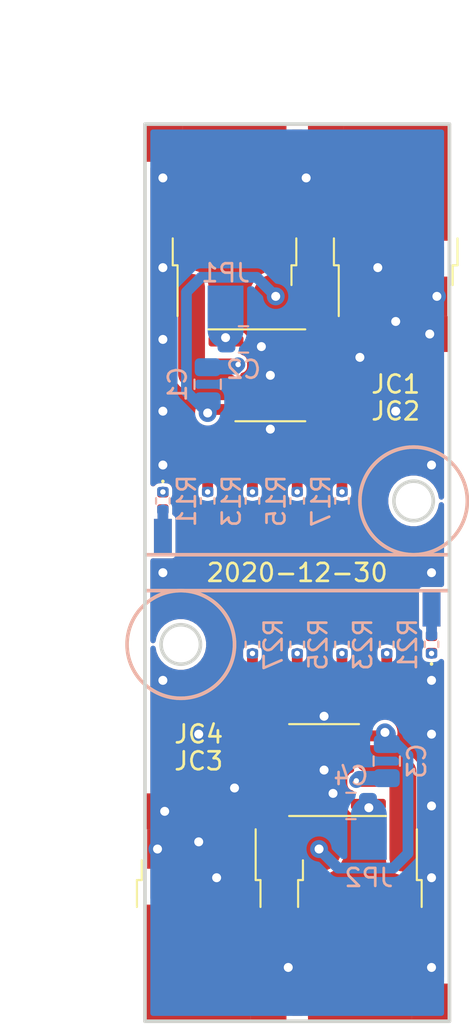
<source format=kicad_pcb>
(kicad_pcb (version 20171130) (host pcbnew 5.1.9)

  (general
    (thickness 1.6)
    (drawings 22)
    (tracks 121)
    (zones 0)
    (modules 62)
    (nets 40)
  )

  (page A4)
  (title_block
    (title "FMDP-1-B PCB")
    (date 2020-12-30)
    (rev v0.1)
    (company sceext)
  )

  (layers
    (0 F.Cu mixed)
    (31 B.Cu mixed)
    (32 B.Adhes user)
    (33 F.Adhes user)
    (34 B.Paste user)
    (35 F.Paste user)
    (36 B.SilkS user)
    (37 F.SilkS user)
    (38 B.Mask user)
    (39 F.Mask user)
    (40 Dwgs.User user)
    (41 Cmts.User user)
    (42 Eco1.User user)
    (43 Eco2.User user)
    (44 Edge.Cuts user)
    (45 Margin user)
    (46 B.CrtYd user hide)
    (47 F.CrtYd user hide)
    (48 B.Fab user hide)
    (49 F.Fab user hide)
  )

  (setup
    (last_trace_width 0.6)
    (user_trace_width 0.2)
    (user_trace_width 0.3)
    (user_trace_width 0.4)
    (user_trace_width 0.5)
    (user_trace_width 0.6)
    (user_trace_width 0.8)
    (user_trace_width 1)
    (user_trace_width 1.2)
    (user_trace_width 1.5)
    (user_trace_width 2)
    (user_trace_width 2.5)
    (user_trace_width 3)
    (trace_clearance 0.16)
    (zone_clearance 0.2)
    (zone_45_only no)
    (trace_min 0.16)
    (via_size 0.6)
    (via_drill 0.3)
    (via_min_size 0.6)
    (via_min_drill 0.3)
    (user_via 0.6 0.3)
    (user_via 0.8 0.4)
    (user_via 1 0.5)
    (uvia_size 0.59)
    (uvia_drill 0.29)
    (uvias_allowed no)
    (uvia_min_size 0.59)
    (uvia_min_drill 0.29)
    (edge_width 0.2)
    (segment_width 0.16)
    (pcb_text_width 0.12)
    (pcb_text_size 0.5 1)
    (mod_edge_width 0.16)
    (mod_text_size 0.5 1)
    (mod_text_width 0.12)
    (pad_size 2.29 3)
    (pad_drill 0)
    (pad_to_mask_clearance 0)
    (aux_axis_origin 33 82)
    (grid_origin 33 82)
    (visible_elements FFFFFF7F)
    (pcbplotparams
      (layerselection 0x010fc_ffffffff)
      (usegerberextensions false)
      (usegerberattributes true)
      (usegerberadvancedattributes true)
      (creategerberjobfile true)
      (excludeedgelayer true)
      (linewidth 0.100000)
      (plotframeref false)
      (viasonmask false)
      (mode 1)
      (useauxorigin false)
      (hpglpennumber 1)
      (hpglpenspeed 20)
      (hpglpendiameter 15.000000)
      (psnegative false)
      (psa4output false)
      (plotreference true)
      (plotvalue true)
      (plotinvisibletext false)
      (padsonsilk false)
      (subtractmaskfromsilk false)
      (outputformat 1)
      (mirror false)
      (drillshape 1)
      (scaleselection 1)
      (outputdirectory ""))
  )

  (net 0 "")
  (net 1 /B1/HS)
  (net 2 "Net-(C1-Pad1)")
  (net 3 GND)
  (net 4 /B1/VDD)
  (net 5 /B2/HS)
  (net 6 "Net-(C3-Pad1)")
  (net 7 /B2/VDD)
  (net 8 "Net-(D1-Pad2)")
  (net 9 "Net-(D1-Pad1)")
  (net 10 "Net-(D2-Pad2)")
  (net 11 "Net-(D2-Pad1)")
  (net 12 /B1/VH)
  (net 13 /B2/VH)
  (net 14 /B1/LI)
  (net 15 /B1/HI)
  (net 16 /B2/LI)
  (net 17 /B2/HI)
  (net 18 "Net-(JL1-Pad1)")
  (net 19 "Net-(JL2-Pad1)")
  (net 20 "Net-(JS11-Pad1)")
  (net 21 "Net-(JS12-Pad1)")
  (net 22 "Net-(JS13-Pad1)")
  (net 23 "Net-(JS14-Pad1)")
  (net 24 "Net-(JS15-Pad1)")
  (net 25 "Net-(JS16-Pad1)")
  (net 26 "Net-(JS17-Pad1)")
  (net 27 "Net-(JS18-Pad1)")
  (net 28 "Net-(JS21-Pad1)")
  (net 29 "Net-(JS22-Pad1)")
  (net 30 "Net-(JS23-Pad1)")
  (net 31 "Net-(JS24-Pad1)")
  (net 32 "Net-(JS25-Pad1)")
  (net 33 "Net-(JS26-Pad1)")
  (net 34 "Net-(JS27-Pad1)")
  (net 35 "Net-(JS28-Pad1)")
  (net 36 /B1/LO)
  (net 37 /B1/HO)
  (net 38 /B2/LO)
  (net 39 /B2/HO)

  (net_class Default "This is the default net class."
    (clearance 0.16)
    (trace_width 0.16)
    (via_dia 0.6)
    (via_drill 0.3)
    (uvia_dia 0.59)
    (uvia_drill 0.29)
    (diff_pair_width 0.16)
    (diff_pair_gap 0.16)
    (add_net /B1/HI)
    (add_net /B1/HO)
    (add_net /B1/HS)
    (add_net /B1/LI)
    (add_net /B1/LO)
    (add_net /B1/VDD)
    (add_net /B1/VH)
    (add_net /B2/HI)
    (add_net /B2/HO)
    (add_net /B2/HS)
    (add_net /B2/LI)
    (add_net /B2/LO)
    (add_net /B2/VDD)
    (add_net /B2/VH)
    (add_net GND)
    (add_net "Net-(C1-Pad1)")
    (add_net "Net-(C3-Pad1)")
    (add_net "Net-(D1-Pad1)")
    (add_net "Net-(D1-Pad2)")
    (add_net "Net-(D2-Pad1)")
    (add_net "Net-(D2-Pad2)")
    (add_net "Net-(JL1-Pad1)")
    (add_net "Net-(JL2-Pad1)")
    (add_net "Net-(JS11-Pad1)")
    (add_net "Net-(JS12-Pad1)")
    (add_net "Net-(JS13-Pad1)")
    (add_net "Net-(JS14-Pad1)")
    (add_net "Net-(JS15-Pad1)")
    (add_net "Net-(JS16-Pad1)")
    (add_net "Net-(JS17-Pad1)")
    (add_net "Net-(JS18-Pad1)")
    (add_net "Net-(JS21-Pad1)")
    (add_net "Net-(JS22-Pad1)")
    (add_net "Net-(JS23-Pad1)")
    (add_net "Net-(JS24-Pad1)")
    (add_net "Net-(JS25-Pad1)")
    (add_net "Net-(JS26-Pad1)")
    (add_net "Net-(JS27-Pad1)")
    (add_net "Net-(JS28-Pad1)")
  )

  (module Package_SO:SOIC-8-1EP_3.9x4.9mm_P1.27mm_EP2.29x3mm (layer F.Cu) (tedit 5FEC91EF) (tstamp 5FECE08F)
    (at 43 68 180)
    (descr "SOIC, 8 Pin (https://www.analog.com/media/en/technical-documentation/data-sheets/ada4898-1_4898-2.pdf#page=29), generated with kicad-footprint-generator ipc_gullwing_generator.py")
    (tags "SOIC SO")
    (path /5FED4EE6/5FEC84F0)
    (attr smd)
    (fp_text reference U2 (at 0 -3.4) (layer F.SilkS) hide
      (effects (font (size 1 1) (thickness 0.15)))
    )
    (fp_text value UCC27211 (at 0 3.4) (layer F.Fab)
      (effects (font (size 1 1) (thickness 0.15)))
    )
    (fp_text user %R (at 0 0) (layer F.Fab)
      (effects (font (size 0.98 0.98) (thickness 0.15)))
    )
    (fp_line (start 0 2.56) (end 1.95 2.56) (layer F.SilkS) (width 0.12))
    (fp_line (start 0 2.56) (end -1.95 2.56) (layer F.SilkS) (width 0.12))
    (fp_line (start 0 -2.56) (end 1.95 -2.56) (layer F.SilkS) (width 0.12))
    (fp_line (start 0 -2.56) (end -3.45 -2.56) (layer F.SilkS) (width 0.12))
    (fp_line (start -0.975 -2.45) (end 1.95 -2.45) (layer F.Fab) (width 0.1))
    (fp_line (start 1.95 -2.45) (end 1.95 2.45) (layer F.Fab) (width 0.1))
    (fp_line (start 1.95 2.45) (end -1.95 2.45) (layer F.Fab) (width 0.1))
    (fp_line (start -1.95 2.45) (end -1.95 -1.475) (layer F.Fab) (width 0.1))
    (fp_line (start -1.95 -1.475) (end -0.975 -2.45) (layer F.Fab) (width 0.1))
    (fp_line (start -3.7 -2.7) (end -3.7 2.7) (layer F.CrtYd) (width 0.05))
    (fp_line (start -3.7 2.7) (end 3.7 2.7) (layer F.CrtYd) (width 0.05))
    (fp_line (start 3.7 2.7) (end 3.7 -2.7) (layer F.CrtYd) (width 0.05))
    (fp_line (start 3.7 -2.7) (end -3.7 -2.7) (layer F.CrtYd) (width 0.05))
    (pad "" smd roundrect (at 0.57 0.75 180) (size 0.92 1.21) (layers F.Paste) (roundrect_rratio 0.25))
    (pad "" smd roundrect (at 0.57 -0.75 180) (size 0.92 1.21) (layers F.Paste) (roundrect_rratio 0.25))
    (pad "" smd roundrect (at -0.57 0.75 180) (size 0.92 1.21) (layers F.Paste) (roundrect_rratio 0.25))
    (pad "" smd roundrect (at -0.57 -0.75 180) (size 0.92 1.21) (layers F.Paste) (roundrect_rratio 0.25))
    (pad 9 smd rect (at 0 0 180) (size 2.29 3) (layers F.Cu F.Mask)
      (net 3 GND))
    (pad 8 smd roundrect (at 2.475 -1.905 180) (size 1.95 0.6) (layers F.Cu F.Paste F.Mask) (roundrect_rratio 0.25)
      (net 38 /B2/LO))
    (pad 7 smd roundrect (at 2.475 -0.635 180) (size 1.95 0.6) (layers F.Cu F.Paste F.Mask) (roundrect_rratio 0.25)
      (net 3 GND))
    (pad 6 smd roundrect (at 2.475 0.635 180) (size 1.95 0.6) (layers F.Cu F.Paste F.Mask) (roundrect_rratio 0.25)
      (net 16 /B2/LI))
    (pad 5 smd roundrect (at 2.475 1.905 180) (size 1.95 0.6) (layers F.Cu F.Paste F.Mask) (roundrect_rratio 0.25)
      (net 17 /B2/HI))
    (pad 4 smd roundrect (at -2.475 1.905 180) (size 1.95 0.6) (layers F.Cu F.Paste F.Mask) (roundrect_rratio 0.25)
      (net 5 /B2/HS))
    (pad 3 smd roundrect (at -2.475 0.635 180) (size 1.95 0.6) (layers F.Cu F.Paste F.Mask) (roundrect_rratio 0.25)
      (net 39 /B2/HO))
    (pad 2 smd roundrect (at -2.475 -0.635 180) (size 1.95 0.6) (layers F.Cu F.Paste F.Mask) (roundrect_rratio 0.25)
      (net 6 "Net-(C3-Pad1)"))
    (pad 1 smd roundrect (at -2.475 -1.905 180) (size 1.95 0.6) (layers F.Cu F.Paste F.Mask) (roundrect_rratio 0.25)
      (net 7 /B2/VDD))
    (model ${KISYS3DMOD}/Package_SO.3dshapes/SOIC-8-1EP_3.9x4.9mm_P1.27mm_EP2.29x3mm.wrl
      (at (xyz 0 0 0))
      (scale (xyz 1 1 1))
      (rotate (xyz 0 0 0))
    )
  )

  (module Package_SO:SOIC-8-1EP_3.9x4.9mm_P1.27mm_EP2.29x3mm (layer F.Cu) (tedit 5FEC91E6) (tstamp 5FECE070)
    (at 40 46)
    (descr "SOIC, 8 Pin (https://www.analog.com/media/en/technical-documentation/data-sheets/ada4898-1_4898-2.pdf#page=29), generated with kicad-footprint-generator ipc_gullwing_generator.py")
    (tags "SOIC SO")
    (path /5FEC7F90/5FEC84F0)
    (attr smd)
    (fp_text reference U1 (at 0 -3.4) (layer F.SilkS) hide
      (effects (font (size 1 1) (thickness 0.15)))
    )
    (fp_text value UCC27211 (at 0 3.4) (layer F.Fab)
      (effects (font (size 1 1) (thickness 0.15)))
    )
    (fp_text user %R (at 0 0) (layer F.Fab)
      (effects (font (size 0.98 0.98) (thickness 0.15)))
    )
    (fp_line (start 0 2.56) (end 1.95 2.56) (layer F.SilkS) (width 0.12))
    (fp_line (start 0 2.56) (end -1.95 2.56) (layer F.SilkS) (width 0.12))
    (fp_line (start 0 -2.56) (end 1.95 -2.56) (layer F.SilkS) (width 0.12))
    (fp_line (start 0 -2.56) (end -3.45 -2.56) (layer F.SilkS) (width 0.12))
    (fp_line (start -0.975 -2.45) (end 1.95 -2.45) (layer F.Fab) (width 0.1))
    (fp_line (start 1.95 -2.45) (end 1.95 2.45) (layer F.Fab) (width 0.1))
    (fp_line (start 1.95 2.45) (end -1.95 2.45) (layer F.Fab) (width 0.1))
    (fp_line (start -1.95 2.45) (end -1.95 -1.475) (layer F.Fab) (width 0.1))
    (fp_line (start -1.95 -1.475) (end -0.975 -2.45) (layer F.Fab) (width 0.1))
    (fp_line (start -3.7 -2.7) (end -3.7 2.7) (layer F.CrtYd) (width 0.05))
    (fp_line (start -3.7 2.7) (end 3.7 2.7) (layer F.CrtYd) (width 0.05))
    (fp_line (start 3.7 2.7) (end 3.7 -2.7) (layer F.CrtYd) (width 0.05))
    (fp_line (start 3.7 -2.7) (end -3.7 -2.7) (layer F.CrtYd) (width 0.05))
    (pad "" smd roundrect (at 0.57 0.75) (size 0.92 1.21) (layers F.Paste) (roundrect_rratio 0.25))
    (pad "" smd roundrect (at 0.57 -0.75) (size 0.92 1.21) (layers F.Paste) (roundrect_rratio 0.25))
    (pad "" smd roundrect (at -0.57 0.75) (size 0.92 1.21) (layers F.Paste) (roundrect_rratio 0.25))
    (pad "" smd roundrect (at -0.57 -0.75) (size 0.92 1.21) (layers F.Paste) (roundrect_rratio 0.25))
    (pad 9 smd rect (at 0 0) (size 2.29 3) (layers F.Cu F.Mask)
      (net 3 GND))
    (pad 8 smd roundrect (at 2.475 -1.905) (size 1.95 0.6) (layers F.Cu F.Paste F.Mask) (roundrect_rratio 0.25)
      (net 36 /B1/LO))
    (pad 7 smd roundrect (at 2.475 -0.635) (size 1.95 0.6) (layers F.Cu F.Paste F.Mask) (roundrect_rratio 0.25)
      (net 3 GND))
    (pad 6 smd roundrect (at 2.475 0.635) (size 1.95 0.6) (layers F.Cu F.Paste F.Mask) (roundrect_rratio 0.25)
      (net 14 /B1/LI))
    (pad 5 smd roundrect (at 2.475 1.905) (size 1.95 0.6) (layers F.Cu F.Paste F.Mask) (roundrect_rratio 0.25)
      (net 15 /B1/HI))
    (pad 4 smd roundrect (at -2.475 1.905) (size 1.95 0.6) (layers F.Cu F.Paste F.Mask) (roundrect_rratio 0.25)
      (net 1 /B1/HS))
    (pad 3 smd roundrect (at -2.475 0.635) (size 1.95 0.6) (layers F.Cu F.Paste F.Mask) (roundrect_rratio 0.25)
      (net 37 /B1/HO))
    (pad 2 smd roundrect (at -2.475 -0.635) (size 1.95 0.6) (layers F.Cu F.Paste F.Mask) (roundrect_rratio 0.25)
      (net 2 "Net-(C1-Pad1)"))
    (pad 1 smd roundrect (at -2.475 -1.905) (size 1.95 0.6) (layers F.Cu F.Paste F.Mask) (roundrect_rratio 0.25)
      (net 4 /B1/VDD))
    (model ${KISYS3DMOD}/Package_SO.3dshapes/SOIC-8-1EP_3.9x4.9mm_P1.27mm_EP2.29x3mm.wrl
      (at (xyz 0 0 0))
      (scale (xyz 1 1 1))
      (rotate (xyz 0 0 0))
    )
  )

  (module Resistor_SMD:R_0402_1005Metric (layer F.Cu) (tedit 5F68FEEE) (tstamp 5FECE051)
    (at 39 61 270)
    (descr "Resistor SMD 0402 (1005 Metric), square (rectangular) end terminal, IPC_7351 nominal, (Body size source: IPC-SM-782 page 72, https://www.pcb-3d.com/wordpress/wp-content/uploads/ipc-sm-782a_amendment_1_and_2.pdf), generated with kicad-footprint-generator")
    (tags resistor)
    (path /5FEDEA64/5FEDCF9E)
    (attr smd)
    (fp_text reference R28 (at 0 -1.17 90) (layer F.SilkS) hide
      (effects (font (size 1 1) (thickness 0.15)))
    )
    (fp_text value 3.3k (at 0 1.17 90) (layer F.Fab)
      (effects (font (size 1 1) (thickness 0.15)))
    )
    (fp_text user %R (at 0 0 90) (layer F.Fab)
      (effects (font (size 0.26 0.26) (thickness 0.04)))
    )
    (fp_line (start -0.525 0.27) (end -0.525 -0.27) (layer F.Fab) (width 0.1))
    (fp_line (start -0.525 -0.27) (end 0.525 -0.27) (layer F.Fab) (width 0.1))
    (fp_line (start 0.525 -0.27) (end 0.525 0.27) (layer F.Fab) (width 0.1))
    (fp_line (start 0.525 0.27) (end -0.525 0.27) (layer F.Fab) (width 0.1))
    (fp_line (start -0.153641 -0.38) (end 0.153641 -0.38) (layer F.SilkS) (width 0.12))
    (fp_line (start -0.153641 0.38) (end 0.153641 0.38) (layer F.SilkS) (width 0.12))
    (fp_line (start -0.93 0.47) (end -0.93 -0.47) (layer F.CrtYd) (width 0.05))
    (fp_line (start -0.93 -0.47) (end 0.93 -0.47) (layer F.CrtYd) (width 0.05))
    (fp_line (start 0.93 -0.47) (end 0.93 0.47) (layer F.CrtYd) (width 0.05))
    (fp_line (start 0.93 0.47) (end -0.93 0.47) (layer F.CrtYd) (width 0.05))
    (pad 2 smd roundrect (at 0.51 0 270) (size 0.54 0.64) (layers F.Cu F.Paste F.Mask) (roundrect_rratio 0.25)
      (net 34 "Net-(JS27-Pad1)"))
    (pad 1 smd roundrect (at -0.51 0 270) (size 0.54 0.64) (layers F.Cu F.Paste F.Mask) (roundrect_rratio 0.25)
      (net 35 "Net-(JS28-Pad1)"))
    (model ${KISYS3DMOD}/Resistor_SMD.3dshapes/R_0402_1005Metric.wrl
      (at (xyz 0 0 0))
      (scale (xyz 1 1 1))
      (rotate (xyz 0 0 0))
    )
  )

  (module Resistor_SMD:R_0402_1005Metric (layer B.Cu) (tedit 5F68FEEE) (tstamp 5FECE040)
    (at 39 61 90)
    (descr "Resistor SMD 0402 (1005 Metric), square (rectangular) end terminal, IPC_7351 nominal, (Body size source: IPC-SM-782 page 72, https://www.pcb-3d.com/wordpress/wp-content/uploads/ipc-sm-782a_amendment_1_and_2.pdf), generated with kicad-footprint-generator")
    (tags resistor)
    (path /5FEDEA64/5FEDCFA4)
    (attr smd)
    (fp_text reference R27 (at 0 1.17 270) (layer B.SilkS)
      (effects (font (size 1 1) (thickness 0.15)) (justify mirror))
    )
    (fp_text value 4.7k (at 0 -1.17 270) (layer B.Fab)
      (effects (font (size 1 1) (thickness 0.15)) (justify mirror))
    )
    (fp_text user %R (at 0 0 270) (layer B.Fab)
      (effects (font (size 0.26 0.26) (thickness 0.04)) (justify mirror))
    )
    (fp_line (start -0.525 -0.27) (end -0.525 0.27) (layer B.Fab) (width 0.1))
    (fp_line (start -0.525 0.27) (end 0.525 0.27) (layer B.Fab) (width 0.1))
    (fp_line (start 0.525 0.27) (end 0.525 -0.27) (layer B.Fab) (width 0.1))
    (fp_line (start 0.525 -0.27) (end -0.525 -0.27) (layer B.Fab) (width 0.1))
    (fp_line (start -0.153641 0.38) (end 0.153641 0.38) (layer B.SilkS) (width 0.12))
    (fp_line (start -0.153641 -0.38) (end 0.153641 -0.38) (layer B.SilkS) (width 0.12))
    (fp_line (start -0.93 -0.47) (end -0.93 0.47) (layer B.CrtYd) (width 0.05))
    (fp_line (start -0.93 0.47) (end 0.93 0.47) (layer B.CrtYd) (width 0.05))
    (fp_line (start 0.93 0.47) (end 0.93 -0.47) (layer B.CrtYd) (width 0.05))
    (fp_line (start 0.93 -0.47) (end -0.93 -0.47) (layer B.CrtYd) (width 0.05))
    (pad 2 smd roundrect (at 0.51 0 90) (size 0.54 0.64) (layers B.Cu B.Paste B.Mask) (roundrect_rratio 0.25)
      (net 3 GND))
    (pad 1 smd roundrect (at -0.51 0 90) (size 0.54 0.64) (layers B.Cu B.Paste B.Mask) (roundrect_rratio 0.25)
      (net 34 "Net-(JS27-Pad1)"))
    (model ${KISYS3DMOD}/Resistor_SMD.3dshapes/R_0402_1005Metric.wrl
      (at (xyz 0 0 0))
      (scale (xyz 1 1 1))
      (rotate (xyz 0 0 0))
    )
  )

  (module Resistor_SMD:R_0402_1005Metric (layer F.Cu) (tedit 5F68FEEE) (tstamp 5FECE02F)
    (at 41.5 61 270)
    (descr "Resistor SMD 0402 (1005 Metric), square (rectangular) end terminal, IPC_7351 nominal, (Body size source: IPC-SM-782 page 72, https://www.pcb-3d.com/wordpress/wp-content/uploads/ipc-sm-782a_amendment_1_and_2.pdf), generated with kicad-footprint-generator")
    (tags resistor)
    (path /5FEDEA64/5FEDC4E7)
    (attr smd)
    (fp_text reference R26 (at 0 -1.17 90) (layer F.SilkS) hide
      (effects (font (size 1 1) (thickness 0.15)))
    )
    (fp_text value 3.3k (at 0 1.17 90) (layer F.Fab)
      (effects (font (size 1 1) (thickness 0.15)))
    )
    (fp_text user %R (at 0 0 90) (layer F.Fab)
      (effects (font (size 0.26 0.26) (thickness 0.04)))
    )
    (fp_line (start -0.525 0.27) (end -0.525 -0.27) (layer F.Fab) (width 0.1))
    (fp_line (start -0.525 -0.27) (end 0.525 -0.27) (layer F.Fab) (width 0.1))
    (fp_line (start 0.525 -0.27) (end 0.525 0.27) (layer F.Fab) (width 0.1))
    (fp_line (start 0.525 0.27) (end -0.525 0.27) (layer F.Fab) (width 0.1))
    (fp_line (start -0.153641 -0.38) (end 0.153641 -0.38) (layer F.SilkS) (width 0.12))
    (fp_line (start -0.153641 0.38) (end 0.153641 0.38) (layer F.SilkS) (width 0.12))
    (fp_line (start -0.93 0.47) (end -0.93 -0.47) (layer F.CrtYd) (width 0.05))
    (fp_line (start -0.93 -0.47) (end 0.93 -0.47) (layer F.CrtYd) (width 0.05))
    (fp_line (start 0.93 -0.47) (end 0.93 0.47) (layer F.CrtYd) (width 0.05))
    (fp_line (start 0.93 0.47) (end -0.93 0.47) (layer F.CrtYd) (width 0.05))
    (pad 2 smd roundrect (at 0.51 0 270) (size 0.54 0.64) (layers F.Cu F.Paste F.Mask) (roundrect_rratio 0.25)
      (net 32 "Net-(JS25-Pad1)"))
    (pad 1 smd roundrect (at -0.51 0 270) (size 0.54 0.64) (layers F.Cu F.Paste F.Mask) (roundrect_rratio 0.25)
      (net 33 "Net-(JS26-Pad1)"))
    (model ${KISYS3DMOD}/Resistor_SMD.3dshapes/R_0402_1005Metric.wrl
      (at (xyz 0 0 0))
      (scale (xyz 1 1 1))
      (rotate (xyz 0 0 0))
    )
  )

  (module Resistor_SMD:R_0402_1005Metric (layer B.Cu) (tedit 5F68FEEE) (tstamp 5FECE01E)
    (at 41.5 61 90)
    (descr "Resistor SMD 0402 (1005 Metric), square (rectangular) end terminal, IPC_7351 nominal, (Body size source: IPC-SM-782 page 72, https://www.pcb-3d.com/wordpress/wp-content/uploads/ipc-sm-782a_amendment_1_and_2.pdf), generated with kicad-footprint-generator")
    (tags resistor)
    (path /5FEDEA64/5FEDC4ED)
    (attr smd)
    (fp_text reference R25 (at 0 1.17 270) (layer B.SilkS)
      (effects (font (size 1 1) (thickness 0.15)) (justify mirror))
    )
    (fp_text value 4.7k (at 0 -1.17 270) (layer B.Fab)
      (effects (font (size 1 1) (thickness 0.15)) (justify mirror))
    )
    (fp_text user %R (at 0 0 270) (layer B.Fab)
      (effects (font (size 0.26 0.26) (thickness 0.04)) (justify mirror))
    )
    (fp_line (start -0.525 -0.27) (end -0.525 0.27) (layer B.Fab) (width 0.1))
    (fp_line (start -0.525 0.27) (end 0.525 0.27) (layer B.Fab) (width 0.1))
    (fp_line (start 0.525 0.27) (end 0.525 -0.27) (layer B.Fab) (width 0.1))
    (fp_line (start 0.525 -0.27) (end -0.525 -0.27) (layer B.Fab) (width 0.1))
    (fp_line (start -0.153641 0.38) (end 0.153641 0.38) (layer B.SilkS) (width 0.12))
    (fp_line (start -0.153641 -0.38) (end 0.153641 -0.38) (layer B.SilkS) (width 0.12))
    (fp_line (start -0.93 -0.47) (end -0.93 0.47) (layer B.CrtYd) (width 0.05))
    (fp_line (start -0.93 0.47) (end 0.93 0.47) (layer B.CrtYd) (width 0.05))
    (fp_line (start 0.93 0.47) (end 0.93 -0.47) (layer B.CrtYd) (width 0.05))
    (fp_line (start 0.93 -0.47) (end -0.93 -0.47) (layer B.CrtYd) (width 0.05))
    (pad 2 smd roundrect (at 0.51 0 90) (size 0.54 0.64) (layers B.Cu B.Paste B.Mask) (roundrect_rratio 0.25)
      (net 3 GND))
    (pad 1 smd roundrect (at -0.51 0 90) (size 0.54 0.64) (layers B.Cu B.Paste B.Mask) (roundrect_rratio 0.25)
      (net 32 "Net-(JS25-Pad1)"))
    (model ${KISYS3DMOD}/Resistor_SMD.3dshapes/R_0402_1005Metric.wrl
      (at (xyz 0 0 0))
      (scale (xyz 1 1 1))
      (rotate (xyz 0 0 0))
    )
  )

  (module Resistor_SMD:R_0402_1005Metric (layer F.Cu) (tedit 5F68FEEE) (tstamp 5FECE00D)
    (at 44 61 270)
    (descr "Resistor SMD 0402 (1005 Metric), square (rectangular) end terminal, IPC_7351 nominal, (Body size source: IPC-SM-782 page 72, https://www.pcb-3d.com/wordpress/wp-content/uploads/ipc-sm-782a_amendment_1_and_2.pdf), generated with kicad-footprint-generator")
    (tags resistor)
    (path /5FEDEA64/5FEDB622)
    (attr smd)
    (fp_text reference R24 (at 0 -1.17 90) (layer F.SilkS) hide
      (effects (font (size 1 1) (thickness 0.15)))
    )
    (fp_text value 3.3k (at 0 1.17 90) (layer F.Fab)
      (effects (font (size 1 1) (thickness 0.15)))
    )
    (fp_text user %R (at 0 0 90) (layer F.Fab)
      (effects (font (size 0.26 0.26) (thickness 0.04)))
    )
    (fp_line (start -0.525 0.27) (end -0.525 -0.27) (layer F.Fab) (width 0.1))
    (fp_line (start -0.525 -0.27) (end 0.525 -0.27) (layer F.Fab) (width 0.1))
    (fp_line (start 0.525 -0.27) (end 0.525 0.27) (layer F.Fab) (width 0.1))
    (fp_line (start 0.525 0.27) (end -0.525 0.27) (layer F.Fab) (width 0.1))
    (fp_line (start -0.153641 -0.38) (end 0.153641 -0.38) (layer F.SilkS) (width 0.12))
    (fp_line (start -0.153641 0.38) (end 0.153641 0.38) (layer F.SilkS) (width 0.12))
    (fp_line (start -0.93 0.47) (end -0.93 -0.47) (layer F.CrtYd) (width 0.05))
    (fp_line (start -0.93 -0.47) (end 0.93 -0.47) (layer F.CrtYd) (width 0.05))
    (fp_line (start 0.93 -0.47) (end 0.93 0.47) (layer F.CrtYd) (width 0.05))
    (fp_line (start 0.93 0.47) (end -0.93 0.47) (layer F.CrtYd) (width 0.05))
    (pad 2 smd roundrect (at 0.51 0 270) (size 0.54 0.64) (layers F.Cu F.Paste F.Mask) (roundrect_rratio 0.25)
      (net 30 "Net-(JS23-Pad1)"))
    (pad 1 smd roundrect (at -0.51 0 270) (size 0.54 0.64) (layers F.Cu F.Paste F.Mask) (roundrect_rratio 0.25)
      (net 31 "Net-(JS24-Pad1)"))
    (model ${KISYS3DMOD}/Resistor_SMD.3dshapes/R_0402_1005Metric.wrl
      (at (xyz 0 0 0))
      (scale (xyz 1 1 1))
      (rotate (xyz 0 0 0))
    )
  )

  (module Resistor_SMD:R_0402_1005Metric (layer B.Cu) (tedit 5F68FEEE) (tstamp 5FECDFFC)
    (at 44 61 90)
    (descr "Resistor SMD 0402 (1005 Metric), square (rectangular) end terminal, IPC_7351 nominal, (Body size source: IPC-SM-782 page 72, https://www.pcb-3d.com/wordpress/wp-content/uploads/ipc-sm-782a_amendment_1_and_2.pdf), generated with kicad-footprint-generator")
    (tags resistor)
    (path /5FEDEA64/5FEDB628)
    (attr smd)
    (fp_text reference R23 (at 0 1.17 270) (layer B.SilkS)
      (effects (font (size 1 1) (thickness 0.15)) (justify mirror))
    )
    (fp_text value 4.7k (at 0 -1.17 270) (layer B.Fab)
      (effects (font (size 1 1) (thickness 0.15)) (justify mirror))
    )
    (fp_text user %R (at 0 0 270) (layer B.Fab)
      (effects (font (size 0.26 0.26) (thickness 0.04)) (justify mirror))
    )
    (fp_line (start -0.525 -0.27) (end -0.525 0.27) (layer B.Fab) (width 0.1))
    (fp_line (start -0.525 0.27) (end 0.525 0.27) (layer B.Fab) (width 0.1))
    (fp_line (start 0.525 0.27) (end 0.525 -0.27) (layer B.Fab) (width 0.1))
    (fp_line (start 0.525 -0.27) (end -0.525 -0.27) (layer B.Fab) (width 0.1))
    (fp_line (start -0.153641 0.38) (end 0.153641 0.38) (layer B.SilkS) (width 0.12))
    (fp_line (start -0.153641 -0.38) (end 0.153641 -0.38) (layer B.SilkS) (width 0.12))
    (fp_line (start -0.93 -0.47) (end -0.93 0.47) (layer B.CrtYd) (width 0.05))
    (fp_line (start -0.93 0.47) (end 0.93 0.47) (layer B.CrtYd) (width 0.05))
    (fp_line (start 0.93 0.47) (end 0.93 -0.47) (layer B.CrtYd) (width 0.05))
    (fp_line (start 0.93 -0.47) (end -0.93 -0.47) (layer B.CrtYd) (width 0.05))
    (pad 2 smd roundrect (at 0.51 0 90) (size 0.54 0.64) (layers B.Cu B.Paste B.Mask) (roundrect_rratio 0.25)
      (net 3 GND))
    (pad 1 smd roundrect (at -0.51 0 90) (size 0.54 0.64) (layers B.Cu B.Paste B.Mask) (roundrect_rratio 0.25)
      (net 30 "Net-(JS23-Pad1)"))
    (model ${KISYS3DMOD}/Resistor_SMD.3dshapes/R_0402_1005Metric.wrl
      (at (xyz 0 0 0))
      (scale (xyz 1 1 1))
      (rotate (xyz 0 0 0))
    )
  )

  (module Resistor_SMD:R_0402_1005Metric (layer F.Cu) (tedit 5F68FEEE) (tstamp 5FECDFEB)
    (at 46.5 61 270)
    (descr "Resistor SMD 0402 (1005 Metric), square (rectangular) end terminal, IPC_7351 nominal, (Body size source: IPC-SM-782 page 72, https://www.pcb-3d.com/wordpress/wp-content/uploads/ipc-sm-782a_amendment_1_and_2.pdf), generated with kicad-footprint-generator")
    (tags resistor)
    (path /5FEDEA64/5FED6D3B)
    (attr smd)
    (fp_text reference R22 (at 0 -1.17 90) (layer F.SilkS) hide
      (effects (font (size 1 1) (thickness 0.15)))
    )
    (fp_text value 100k (at 0 1.17 90) (layer F.Fab)
      (effects (font (size 1 1) (thickness 0.15)))
    )
    (fp_text user %R (at 0 0 90) (layer F.Fab)
      (effects (font (size 0.26 0.26) (thickness 0.04)))
    )
    (fp_line (start -0.525 0.27) (end -0.525 -0.27) (layer F.Fab) (width 0.1))
    (fp_line (start -0.525 -0.27) (end 0.525 -0.27) (layer F.Fab) (width 0.1))
    (fp_line (start 0.525 -0.27) (end 0.525 0.27) (layer F.Fab) (width 0.1))
    (fp_line (start 0.525 0.27) (end -0.525 0.27) (layer F.Fab) (width 0.1))
    (fp_line (start -0.153641 -0.38) (end 0.153641 -0.38) (layer F.SilkS) (width 0.12))
    (fp_line (start -0.153641 0.38) (end 0.153641 0.38) (layer F.SilkS) (width 0.12))
    (fp_line (start -0.93 0.47) (end -0.93 -0.47) (layer F.CrtYd) (width 0.05))
    (fp_line (start -0.93 -0.47) (end 0.93 -0.47) (layer F.CrtYd) (width 0.05))
    (fp_line (start 0.93 -0.47) (end 0.93 0.47) (layer F.CrtYd) (width 0.05))
    (fp_line (start 0.93 0.47) (end -0.93 0.47) (layer F.CrtYd) (width 0.05))
    (pad 2 smd roundrect (at 0.51 0 270) (size 0.54 0.64) (layers F.Cu F.Paste F.Mask) (roundrect_rratio 0.25)
      (net 28 "Net-(JS21-Pad1)"))
    (pad 1 smd roundrect (at -0.51 0 270) (size 0.54 0.64) (layers F.Cu F.Paste F.Mask) (roundrect_rratio 0.25)
      (net 29 "Net-(JS22-Pad1)"))
    (model ${KISYS3DMOD}/Resistor_SMD.3dshapes/R_0402_1005Metric.wrl
      (at (xyz 0 0 0))
      (scale (xyz 1 1 1))
      (rotate (xyz 0 0 0))
    )
  )

  (module Resistor_SMD:R_0402_1005Metric (layer B.Cu) (tedit 5F68FEEE) (tstamp 5FECDFDA)
    (at 46.5 61 90)
    (descr "Resistor SMD 0402 (1005 Metric), square (rectangular) end terminal, IPC_7351 nominal, (Body size source: IPC-SM-782 page 72, https://www.pcb-3d.com/wordpress/wp-content/uploads/ipc-sm-782a_amendment_1_and_2.pdf), generated with kicad-footprint-generator")
    (tags resistor)
    (path /5FEDEA64/5FED714D)
    (attr smd)
    (fp_text reference R21 (at 0 1.17 270) (layer B.SilkS)
      (effects (font (size 1 1) (thickness 0.15)) (justify mirror))
    )
    (fp_text value 3.3k (at 0 -1.17 270) (layer B.Fab)
      (effects (font (size 1 1) (thickness 0.15)) (justify mirror))
    )
    (fp_text user %R (at 0 0 270) (layer B.Fab)
      (effects (font (size 0.26 0.26) (thickness 0.04)) (justify mirror))
    )
    (fp_line (start -0.525 -0.27) (end -0.525 0.27) (layer B.Fab) (width 0.1))
    (fp_line (start -0.525 0.27) (end 0.525 0.27) (layer B.Fab) (width 0.1))
    (fp_line (start 0.525 0.27) (end 0.525 -0.27) (layer B.Fab) (width 0.1))
    (fp_line (start 0.525 -0.27) (end -0.525 -0.27) (layer B.Fab) (width 0.1))
    (fp_line (start -0.153641 0.38) (end 0.153641 0.38) (layer B.SilkS) (width 0.12))
    (fp_line (start -0.153641 -0.38) (end 0.153641 -0.38) (layer B.SilkS) (width 0.12))
    (fp_line (start -0.93 -0.47) (end -0.93 0.47) (layer B.CrtYd) (width 0.05))
    (fp_line (start -0.93 0.47) (end 0.93 0.47) (layer B.CrtYd) (width 0.05))
    (fp_line (start 0.93 0.47) (end 0.93 -0.47) (layer B.CrtYd) (width 0.05))
    (fp_line (start 0.93 -0.47) (end -0.93 -0.47) (layer B.CrtYd) (width 0.05))
    (pad 2 smd roundrect (at 0.51 0 90) (size 0.54 0.64) (layers B.Cu B.Paste B.Mask) (roundrect_rratio 0.25)
      (net 3 GND))
    (pad 1 smd roundrect (at -0.51 0 90) (size 0.54 0.64) (layers B.Cu B.Paste B.Mask) (roundrect_rratio 0.25)
      (net 28 "Net-(JS21-Pad1)"))
    (model ${KISYS3DMOD}/Resistor_SMD.3dshapes/R_0402_1005Metric.wrl
      (at (xyz 0 0 0))
      (scale (xyz 1 1 1))
      (rotate (xyz 0 0 0))
    )
  )

  (module Resistor_SMD:R_0402_1005Metric (layer F.Cu) (tedit 5F68FEEE) (tstamp 5FECDFC9)
    (at 44 53 90)
    (descr "Resistor SMD 0402 (1005 Metric), square (rectangular) end terminal, IPC_7351 nominal, (Body size source: IPC-SM-782 page 72, https://www.pcb-3d.com/wordpress/wp-content/uploads/ipc-sm-782a_amendment_1_and_2.pdf), generated with kicad-footprint-generator")
    (tags resistor)
    (path /5FED69E6/5FEDCF9E)
    (attr smd)
    (fp_text reference R18 (at 0 -1.17 90) (layer F.SilkS) hide
      (effects (font (size 1 1) (thickness 0.15)))
    )
    (fp_text value 3.3k (at 0 1.17 90) (layer F.Fab)
      (effects (font (size 1 1) (thickness 0.15)))
    )
    (fp_text user %R (at 0 0 90) (layer F.Fab)
      (effects (font (size 0.26 0.26) (thickness 0.04)))
    )
    (fp_line (start -0.525 0.27) (end -0.525 -0.27) (layer F.Fab) (width 0.1))
    (fp_line (start -0.525 -0.27) (end 0.525 -0.27) (layer F.Fab) (width 0.1))
    (fp_line (start 0.525 -0.27) (end 0.525 0.27) (layer F.Fab) (width 0.1))
    (fp_line (start 0.525 0.27) (end -0.525 0.27) (layer F.Fab) (width 0.1))
    (fp_line (start -0.153641 -0.38) (end 0.153641 -0.38) (layer F.SilkS) (width 0.12))
    (fp_line (start -0.153641 0.38) (end 0.153641 0.38) (layer F.SilkS) (width 0.12))
    (fp_line (start -0.93 0.47) (end -0.93 -0.47) (layer F.CrtYd) (width 0.05))
    (fp_line (start -0.93 -0.47) (end 0.93 -0.47) (layer F.CrtYd) (width 0.05))
    (fp_line (start 0.93 -0.47) (end 0.93 0.47) (layer F.CrtYd) (width 0.05))
    (fp_line (start 0.93 0.47) (end -0.93 0.47) (layer F.CrtYd) (width 0.05))
    (pad 2 smd roundrect (at 0.51 0 90) (size 0.54 0.64) (layers F.Cu F.Paste F.Mask) (roundrect_rratio 0.25)
      (net 26 "Net-(JS17-Pad1)"))
    (pad 1 smd roundrect (at -0.51 0 90) (size 0.54 0.64) (layers F.Cu F.Paste F.Mask) (roundrect_rratio 0.25)
      (net 27 "Net-(JS18-Pad1)"))
    (model ${KISYS3DMOD}/Resistor_SMD.3dshapes/R_0402_1005Metric.wrl
      (at (xyz 0 0 0))
      (scale (xyz 1 1 1))
      (rotate (xyz 0 0 0))
    )
  )

  (module Resistor_SMD:R_0402_1005Metric (layer B.Cu) (tedit 5F68FEEE) (tstamp 5FECDFB8)
    (at 44 53 270)
    (descr "Resistor SMD 0402 (1005 Metric), square (rectangular) end terminal, IPC_7351 nominal, (Body size source: IPC-SM-782 page 72, https://www.pcb-3d.com/wordpress/wp-content/uploads/ipc-sm-782a_amendment_1_and_2.pdf), generated with kicad-footprint-generator")
    (tags resistor)
    (path /5FED69E6/5FEDCFA4)
    (attr smd)
    (fp_text reference R17 (at 0 1.17 270) (layer B.SilkS)
      (effects (font (size 1 1) (thickness 0.15)) (justify mirror))
    )
    (fp_text value 4.7k (at 0 -1.17 270) (layer B.Fab)
      (effects (font (size 1 1) (thickness 0.15)) (justify mirror))
    )
    (fp_text user %R (at 0 0 270) (layer B.Fab)
      (effects (font (size 0.26 0.26) (thickness 0.04)) (justify mirror))
    )
    (fp_line (start -0.525 -0.27) (end -0.525 0.27) (layer B.Fab) (width 0.1))
    (fp_line (start -0.525 0.27) (end 0.525 0.27) (layer B.Fab) (width 0.1))
    (fp_line (start 0.525 0.27) (end 0.525 -0.27) (layer B.Fab) (width 0.1))
    (fp_line (start 0.525 -0.27) (end -0.525 -0.27) (layer B.Fab) (width 0.1))
    (fp_line (start -0.153641 0.38) (end 0.153641 0.38) (layer B.SilkS) (width 0.12))
    (fp_line (start -0.153641 -0.38) (end 0.153641 -0.38) (layer B.SilkS) (width 0.12))
    (fp_line (start -0.93 -0.47) (end -0.93 0.47) (layer B.CrtYd) (width 0.05))
    (fp_line (start -0.93 0.47) (end 0.93 0.47) (layer B.CrtYd) (width 0.05))
    (fp_line (start 0.93 0.47) (end 0.93 -0.47) (layer B.CrtYd) (width 0.05))
    (fp_line (start 0.93 -0.47) (end -0.93 -0.47) (layer B.CrtYd) (width 0.05))
    (pad 2 smd roundrect (at 0.51 0 270) (size 0.54 0.64) (layers B.Cu B.Paste B.Mask) (roundrect_rratio 0.25)
      (net 3 GND))
    (pad 1 smd roundrect (at -0.51 0 270) (size 0.54 0.64) (layers B.Cu B.Paste B.Mask) (roundrect_rratio 0.25)
      (net 26 "Net-(JS17-Pad1)"))
    (model ${KISYS3DMOD}/Resistor_SMD.3dshapes/R_0402_1005Metric.wrl
      (at (xyz 0 0 0))
      (scale (xyz 1 1 1))
      (rotate (xyz 0 0 0))
    )
  )

  (module Resistor_SMD:R_0402_1005Metric (layer F.Cu) (tedit 5F68FEEE) (tstamp 5FECDFA7)
    (at 41.5 53 90)
    (descr "Resistor SMD 0402 (1005 Metric), square (rectangular) end terminal, IPC_7351 nominal, (Body size source: IPC-SM-782 page 72, https://www.pcb-3d.com/wordpress/wp-content/uploads/ipc-sm-782a_amendment_1_and_2.pdf), generated with kicad-footprint-generator")
    (tags resistor)
    (path /5FED69E6/5FEDC4E7)
    (attr smd)
    (fp_text reference R16 (at 0 -1.17 90) (layer F.SilkS) hide
      (effects (font (size 1 1) (thickness 0.15)))
    )
    (fp_text value 3.3k (at 0 1.17 90) (layer F.Fab)
      (effects (font (size 1 1) (thickness 0.15)))
    )
    (fp_text user %R (at 0 0 90) (layer F.Fab)
      (effects (font (size 0.26 0.26) (thickness 0.04)))
    )
    (fp_line (start -0.525 0.27) (end -0.525 -0.27) (layer F.Fab) (width 0.1))
    (fp_line (start -0.525 -0.27) (end 0.525 -0.27) (layer F.Fab) (width 0.1))
    (fp_line (start 0.525 -0.27) (end 0.525 0.27) (layer F.Fab) (width 0.1))
    (fp_line (start 0.525 0.27) (end -0.525 0.27) (layer F.Fab) (width 0.1))
    (fp_line (start -0.153641 -0.38) (end 0.153641 -0.38) (layer F.SilkS) (width 0.12))
    (fp_line (start -0.153641 0.38) (end 0.153641 0.38) (layer F.SilkS) (width 0.12))
    (fp_line (start -0.93 0.47) (end -0.93 -0.47) (layer F.CrtYd) (width 0.05))
    (fp_line (start -0.93 -0.47) (end 0.93 -0.47) (layer F.CrtYd) (width 0.05))
    (fp_line (start 0.93 -0.47) (end 0.93 0.47) (layer F.CrtYd) (width 0.05))
    (fp_line (start 0.93 0.47) (end -0.93 0.47) (layer F.CrtYd) (width 0.05))
    (pad 2 smd roundrect (at 0.51 0 90) (size 0.54 0.64) (layers F.Cu F.Paste F.Mask) (roundrect_rratio 0.25)
      (net 24 "Net-(JS15-Pad1)"))
    (pad 1 smd roundrect (at -0.51 0 90) (size 0.54 0.64) (layers F.Cu F.Paste F.Mask) (roundrect_rratio 0.25)
      (net 25 "Net-(JS16-Pad1)"))
    (model ${KISYS3DMOD}/Resistor_SMD.3dshapes/R_0402_1005Metric.wrl
      (at (xyz 0 0 0))
      (scale (xyz 1 1 1))
      (rotate (xyz 0 0 0))
    )
  )

  (module Resistor_SMD:R_0402_1005Metric (layer B.Cu) (tedit 5F68FEEE) (tstamp 5FECDF96)
    (at 41.5 53 270)
    (descr "Resistor SMD 0402 (1005 Metric), square (rectangular) end terminal, IPC_7351 nominal, (Body size source: IPC-SM-782 page 72, https://www.pcb-3d.com/wordpress/wp-content/uploads/ipc-sm-782a_amendment_1_and_2.pdf), generated with kicad-footprint-generator")
    (tags resistor)
    (path /5FED69E6/5FEDC4ED)
    (attr smd)
    (fp_text reference R15 (at 0 1.17 270) (layer B.SilkS)
      (effects (font (size 1 1) (thickness 0.15)) (justify mirror))
    )
    (fp_text value 4.7k (at 0 -1.17 270) (layer B.Fab)
      (effects (font (size 1 1) (thickness 0.15)) (justify mirror))
    )
    (fp_text user %R (at 0 0 270) (layer B.Fab)
      (effects (font (size 0.26 0.26) (thickness 0.04)) (justify mirror))
    )
    (fp_line (start -0.525 -0.27) (end -0.525 0.27) (layer B.Fab) (width 0.1))
    (fp_line (start -0.525 0.27) (end 0.525 0.27) (layer B.Fab) (width 0.1))
    (fp_line (start 0.525 0.27) (end 0.525 -0.27) (layer B.Fab) (width 0.1))
    (fp_line (start 0.525 -0.27) (end -0.525 -0.27) (layer B.Fab) (width 0.1))
    (fp_line (start -0.153641 0.38) (end 0.153641 0.38) (layer B.SilkS) (width 0.12))
    (fp_line (start -0.153641 -0.38) (end 0.153641 -0.38) (layer B.SilkS) (width 0.12))
    (fp_line (start -0.93 -0.47) (end -0.93 0.47) (layer B.CrtYd) (width 0.05))
    (fp_line (start -0.93 0.47) (end 0.93 0.47) (layer B.CrtYd) (width 0.05))
    (fp_line (start 0.93 0.47) (end 0.93 -0.47) (layer B.CrtYd) (width 0.05))
    (fp_line (start 0.93 -0.47) (end -0.93 -0.47) (layer B.CrtYd) (width 0.05))
    (pad 2 smd roundrect (at 0.51 0 270) (size 0.54 0.64) (layers B.Cu B.Paste B.Mask) (roundrect_rratio 0.25)
      (net 3 GND))
    (pad 1 smd roundrect (at -0.51 0 270) (size 0.54 0.64) (layers B.Cu B.Paste B.Mask) (roundrect_rratio 0.25)
      (net 24 "Net-(JS15-Pad1)"))
    (model ${KISYS3DMOD}/Resistor_SMD.3dshapes/R_0402_1005Metric.wrl
      (at (xyz 0 0 0))
      (scale (xyz 1 1 1))
      (rotate (xyz 0 0 0))
    )
  )

  (module Resistor_SMD:R_0402_1005Metric (layer F.Cu) (tedit 5F68FEEE) (tstamp 5FECDF85)
    (at 39 53 90)
    (descr "Resistor SMD 0402 (1005 Metric), square (rectangular) end terminal, IPC_7351 nominal, (Body size source: IPC-SM-782 page 72, https://www.pcb-3d.com/wordpress/wp-content/uploads/ipc-sm-782a_amendment_1_and_2.pdf), generated with kicad-footprint-generator")
    (tags resistor)
    (path /5FED69E6/5FEDB622)
    (attr smd)
    (fp_text reference R14 (at 0 -1.17 90) (layer F.SilkS) hide
      (effects (font (size 1 1) (thickness 0.15)))
    )
    (fp_text value 3.3k (at 0 1.17 90) (layer F.Fab)
      (effects (font (size 1 1) (thickness 0.15)))
    )
    (fp_text user %R (at 0 0 90) (layer F.Fab)
      (effects (font (size 0.26 0.26) (thickness 0.04)))
    )
    (fp_line (start -0.525 0.27) (end -0.525 -0.27) (layer F.Fab) (width 0.1))
    (fp_line (start -0.525 -0.27) (end 0.525 -0.27) (layer F.Fab) (width 0.1))
    (fp_line (start 0.525 -0.27) (end 0.525 0.27) (layer F.Fab) (width 0.1))
    (fp_line (start 0.525 0.27) (end -0.525 0.27) (layer F.Fab) (width 0.1))
    (fp_line (start -0.153641 -0.38) (end 0.153641 -0.38) (layer F.SilkS) (width 0.12))
    (fp_line (start -0.153641 0.38) (end 0.153641 0.38) (layer F.SilkS) (width 0.12))
    (fp_line (start -0.93 0.47) (end -0.93 -0.47) (layer F.CrtYd) (width 0.05))
    (fp_line (start -0.93 -0.47) (end 0.93 -0.47) (layer F.CrtYd) (width 0.05))
    (fp_line (start 0.93 -0.47) (end 0.93 0.47) (layer F.CrtYd) (width 0.05))
    (fp_line (start 0.93 0.47) (end -0.93 0.47) (layer F.CrtYd) (width 0.05))
    (pad 2 smd roundrect (at 0.51 0 90) (size 0.54 0.64) (layers F.Cu F.Paste F.Mask) (roundrect_rratio 0.25)
      (net 22 "Net-(JS13-Pad1)"))
    (pad 1 smd roundrect (at -0.51 0 90) (size 0.54 0.64) (layers F.Cu F.Paste F.Mask) (roundrect_rratio 0.25)
      (net 23 "Net-(JS14-Pad1)"))
    (model ${KISYS3DMOD}/Resistor_SMD.3dshapes/R_0402_1005Metric.wrl
      (at (xyz 0 0 0))
      (scale (xyz 1 1 1))
      (rotate (xyz 0 0 0))
    )
  )

  (module Resistor_SMD:R_0402_1005Metric (layer B.Cu) (tedit 5F68FEEE) (tstamp 5FECDF74)
    (at 39 53 270)
    (descr "Resistor SMD 0402 (1005 Metric), square (rectangular) end terminal, IPC_7351 nominal, (Body size source: IPC-SM-782 page 72, https://www.pcb-3d.com/wordpress/wp-content/uploads/ipc-sm-782a_amendment_1_and_2.pdf), generated with kicad-footprint-generator")
    (tags resistor)
    (path /5FED69E6/5FEDB628)
    (attr smd)
    (fp_text reference R13 (at 0 1.17 270) (layer B.SilkS)
      (effects (font (size 1 1) (thickness 0.15)) (justify mirror))
    )
    (fp_text value 4.7k (at 0 -1.17 270) (layer B.Fab)
      (effects (font (size 1 1) (thickness 0.15)) (justify mirror))
    )
    (fp_text user %R (at 0 0 270) (layer B.Fab)
      (effects (font (size 0.26 0.26) (thickness 0.04)) (justify mirror))
    )
    (fp_line (start -0.525 -0.27) (end -0.525 0.27) (layer B.Fab) (width 0.1))
    (fp_line (start -0.525 0.27) (end 0.525 0.27) (layer B.Fab) (width 0.1))
    (fp_line (start 0.525 0.27) (end 0.525 -0.27) (layer B.Fab) (width 0.1))
    (fp_line (start 0.525 -0.27) (end -0.525 -0.27) (layer B.Fab) (width 0.1))
    (fp_line (start -0.153641 0.38) (end 0.153641 0.38) (layer B.SilkS) (width 0.12))
    (fp_line (start -0.153641 -0.38) (end 0.153641 -0.38) (layer B.SilkS) (width 0.12))
    (fp_line (start -0.93 -0.47) (end -0.93 0.47) (layer B.CrtYd) (width 0.05))
    (fp_line (start -0.93 0.47) (end 0.93 0.47) (layer B.CrtYd) (width 0.05))
    (fp_line (start 0.93 0.47) (end 0.93 -0.47) (layer B.CrtYd) (width 0.05))
    (fp_line (start 0.93 -0.47) (end -0.93 -0.47) (layer B.CrtYd) (width 0.05))
    (pad 2 smd roundrect (at 0.51 0 270) (size 0.54 0.64) (layers B.Cu B.Paste B.Mask) (roundrect_rratio 0.25)
      (net 3 GND))
    (pad 1 smd roundrect (at -0.51 0 270) (size 0.54 0.64) (layers B.Cu B.Paste B.Mask) (roundrect_rratio 0.25)
      (net 22 "Net-(JS13-Pad1)"))
    (model ${KISYS3DMOD}/Resistor_SMD.3dshapes/R_0402_1005Metric.wrl
      (at (xyz 0 0 0))
      (scale (xyz 1 1 1))
      (rotate (xyz 0 0 0))
    )
  )

  (module Resistor_SMD:R_0402_1005Metric (layer F.Cu) (tedit 5F68FEEE) (tstamp 5FECDF63)
    (at 36.5 53 90)
    (descr "Resistor SMD 0402 (1005 Metric), square (rectangular) end terminal, IPC_7351 nominal, (Body size source: IPC-SM-782 page 72, https://www.pcb-3d.com/wordpress/wp-content/uploads/ipc-sm-782a_amendment_1_and_2.pdf), generated with kicad-footprint-generator")
    (tags resistor)
    (path /5FED69E6/5FED6D3B)
    (attr smd)
    (fp_text reference R12 (at 0 -1.17 90) (layer F.SilkS) hide
      (effects (font (size 1 1) (thickness 0.15)))
    )
    (fp_text value 100k (at 0 1.17 90) (layer F.Fab)
      (effects (font (size 1 1) (thickness 0.15)))
    )
    (fp_text user %R (at 0 0 90) (layer F.Fab)
      (effects (font (size 0.26 0.26) (thickness 0.04)))
    )
    (fp_line (start -0.525 0.27) (end -0.525 -0.27) (layer F.Fab) (width 0.1))
    (fp_line (start -0.525 -0.27) (end 0.525 -0.27) (layer F.Fab) (width 0.1))
    (fp_line (start 0.525 -0.27) (end 0.525 0.27) (layer F.Fab) (width 0.1))
    (fp_line (start 0.525 0.27) (end -0.525 0.27) (layer F.Fab) (width 0.1))
    (fp_line (start -0.153641 -0.38) (end 0.153641 -0.38) (layer F.SilkS) (width 0.12))
    (fp_line (start -0.153641 0.38) (end 0.153641 0.38) (layer F.SilkS) (width 0.12))
    (fp_line (start -0.93 0.47) (end -0.93 -0.47) (layer F.CrtYd) (width 0.05))
    (fp_line (start -0.93 -0.47) (end 0.93 -0.47) (layer F.CrtYd) (width 0.05))
    (fp_line (start 0.93 -0.47) (end 0.93 0.47) (layer F.CrtYd) (width 0.05))
    (fp_line (start 0.93 0.47) (end -0.93 0.47) (layer F.CrtYd) (width 0.05))
    (pad 2 smd roundrect (at 0.51 0 90) (size 0.54 0.64) (layers F.Cu F.Paste F.Mask) (roundrect_rratio 0.25)
      (net 20 "Net-(JS11-Pad1)"))
    (pad 1 smd roundrect (at -0.51 0 90) (size 0.54 0.64) (layers F.Cu F.Paste F.Mask) (roundrect_rratio 0.25)
      (net 21 "Net-(JS12-Pad1)"))
    (model ${KISYS3DMOD}/Resistor_SMD.3dshapes/R_0402_1005Metric.wrl
      (at (xyz 0 0 0))
      (scale (xyz 1 1 1))
      (rotate (xyz 0 0 0))
    )
  )

  (module Resistor_SMD:R_0402_1005Metric (layer B.Cu) (tedit 5F68FEEE) (tstamp 5FECDF52)
    (at 36.5 53 270)
    (descr "Resistor SMD 0402 (1005 Metric), square (rectangular) end terminal, IPC_7351 nominal, (Body size source: IPC-SM-782 page 72, https://www.pcb-3d.com/wordpress/wp-content/uploads/ipc-sm-782a_amendment_1_and_2.pdf), generated with kicad-footprint-generator")
    (tags resistor)
    (path /5FED69E6/5FED714D)
    (attr smd)
    (fp_text reference R11 (at 0 1.17 270) (layer B.SilkS)
      (effects (font (size 1 1) (thickness 0.15)) (justify mirror))
    )
    (fp_text value 3.3k (at 0 -1.17 270) (layer B.Fab)
      (effects (font (size 1 1) (thickness 0.15)) (justify mirror))
    )
    (fp_text user %R (at 0 0 270) (layer B.Fab)
      (effects (font (size 0.26 0.26) (thickness 0.04)) (justify mirror))
    )
    (fp_line (start -0.525 -0.27) (end -0.525 0.27) (layer B.Fab) (width 0.1))
    (fp_line (start -0.525 0.27) (end 0.525 0.27) (layer B.Fab) (width 0.1))
    (fp_line (start 0.525 0.27) (end 0.525 -0.27) (layer B.Fab) (width 0.1))
    (fp_line (start 0.525 -0.27) (end -0.525 -0.27) (layer B.Fab) (width 0.1))
    (fp_line (start -0.153641 0.38) (end 0.153641 0.38) (layer B.SilkS) (width 0.12))
    (fp_line (start -0.153641 -0.38) (end 0.153641 -0.38) (layer B.SilkS) (width 0.12))
    (fp_line (start -0.93 -0.47) (end -0.93 0.47) (layer B.CrtYd) (width 0.05))
    (fp_line (start -0.93 0.47) (end 0.93 0.47) (layer B.CrtYd) (width 0.05))
    (fp_line (start 0.93 0.47) (end 0.93 -0.47) (layer B.CrtYd) (width 0.05))
    (fp_line (start 0.93 -0.47) (end -0.93 -0.47) (layer B.CrtYd) (width 0.05))
    (pad 2 smd roundrect (at 0.51 0 270) (size 0.54 0.64) (layers B.Cu B.Paste B.Mask) (roundrect_rratio 0.25)
      (net 3 GND))
    (pad 1 smd roundrect (at -0.51 0 270) (size 0.54 0.64) (layers B.Cu B.Paste B.Mask) (roundrect_rratio 0.25)
      (net 20 "Net-(JS11-Pad1)"))
    (model ${KISYS3DMOD}/Resistor_SMD.3dshapes/R_0402_1005Metric.wrl
      (at (xyz 0 0 0))
      (scale (xyz 1 1 1))
      (rotate (xyz 0 0 0))
    )
  )

  (module Resistor_SMD:R_0402_1005Metric (layer B.Cu) (tedit 5F68FEEE) (tstamp 5FECDF41)
    (at 49 60.99 90)
    (descr "Resistor SMD 0402 (1005 Metric), square (rectangular) end terminal, IPC_7351 nominal, (Body size source: IPC-SM-782 page 72, https://www.pcb-3d.com/wordpress/wp-content/uploads/ipc-sm-782a_amendment_1_and_2.pdf), generated with kicad-footprint-generator")
    (tags resistor)
    (path /5FEDEA64/5FEDA01D)
    (attr smd)
    (fp_text reference R2 (at 0 1.17 270) (layer B.SilkS) hide
      (effects (font (size 1 1) (thickness 0.15)) (justify mirror))
    )
    (fp_text value 100? (at 0 -1.17 270) (layer B.Fab)
      (effects (font (size 1 1) (thickness 0.15)) (justify mirror))
    )
    (fp_text user %R (at 0 0 270) (layer B.Fab)
      (effects (font (size 0.26 0.26) (thickness 0.04)) (justify mirror))
    )
    (fp_line (start -0.525 -0.27) (end -0.525 0.27) (layer B.Fab) (width 0.1))
    (fp_line (start -0.525 0.27) (end 0.525 0.27) (layer B.Fab) (width 0.1))
    (fp_line (start 0.525 0.27) (end 0.525 -0.27) (layer B.Fab) (width 0.1))
    (fp_line (start 0.525 -0.27) (end -0.525 -0.27) (layer B.Fab) (width 0.1))
    (fp_line (start -0.153641 0.38) (end 0.153641 0.38) (layer B.SilkS) (width 0.12))
    (fp_line (start -0.153641 -0.38) (end 0.153641 -0.38) (layer B.SilkS) (width 0.12))
    (fp_line (start -0.93 -0.47) (end -0.93 0.47) (layer B.CrtYd) (width 0.05))
    (fp_line (start -0.93 0.47) (end 0.93 0.47) (layer B.CrtYd) (width 0.05))
    (fp_line (start 0.93 0.47) (end 0.93 -0.47) (layer B.CrtYd) (width 0.05))
    (fp_line (start 0.93 -0.47) (end -0.93 -0.47) (layer B.CrtYd) (width 0.05))
    (pad 2 smd roundrect (at 0.51 0 90) (size 0.54 0.64) (layers B.Cu B.Paste B.Mask) (roundrect_rratio 0.25)
      (net 19 "Net-(JL2-Pad1)"))
    (pad 1 smd roundrect (at -0.51 0 90) (size 0.54 0.64) (layers B.Cu B.Paste B.Mask) (roundrect_rratio 0.25)
      (net 11 "Net-(D2-Pad1)"))
    (model ${KISYS3DMOD}/Resistor_SMD.3dshapes/R_0402_1005Metric.wrl
      (at (xyz 0 0 0))
      (scale (xyz 1 1 1))
      (rotate (xyz 0 0 0))
    )
  )

  (module Resistor_SMD:R_0402_1005Metric (layer B.Cu) (tedit 5F68FEEE) (tstamp 5FECDF30)
    (at 34 53 270)
    (descr "Resistor SMD 0402 (1005 Metric), square (rectangular) end terminal, IPC_7351 nominal, (Body size source: IPC-SM-782 page 72, https://www.pcb-3d.com/wordpress/wp-content/uploads/ipc-sm-782a_amendment_1_and_2.pdf), generated with kicad-footprint-generator")
    (tags resistor)
    (path /5FED69E6/5FEDA01D)
    (attr smd)
    (fp_text reference R1 (at 0 1.17 90) (layer B.SilkS) hide
      (effects (font (size 1 1) (thickness 0.15)) (justify mirror))
    )
    (fp_text value 100? (at 0 -1.17 90) (layer B.Fab)
      (effects (font (size 1 1) (thickness 0.15)) (justify mirror))
    )
    (fp_text user %R (at 0 0 90) (layer B.Fab)
      (effects (font (size 0.26 0.26) (thickness 0.04)) (justify mirror))
    )
    (fp_line (start -0.525 -0.27) (end -0.525 0.27) (layer B.Fab) (width 0.1))
    (fp_line (start -0.525 0.27) (end 0.525 0.27) (layer B.Fab) (width 0.1))
    (fp_line (start 0.525 0.27) (end 0.525 -0.27) (layer B.Fab) (width 0.1))
    (fp_line (start 0.525 -0.27) (end -0.525 -0.27) (layer B.Fab) (width 0.1))
    (fp_line (start -0.153641 0.38) (end 0.153641 0.38) (layer B.SilkS) (width 0.12))
    (fp_line (start -0.153641 -0.38) (end 0.153641 -0.38) (layer B.SilkS) (width 0.12))
    (fp_line (start -0.93 -0.47) (end -0.93 0.47) (layer B.CrtYd) (width 0.05))
    (fp_line (start -0.93 0.47) (end 0.93 0.47) (layer B.CrtYd) (width 0.05))
    (fp_line (start 0.93 0.47) (end 0.93 -0.47) (layer B.CrtYd) (width 0.05))
    (fp_line (start 0.93 -0.47) (end -0.93 -0.47) (layer B.CrtYd) (width 0.05))
    (pad 2 smd roundrect (at 0.51 0 270) (size 0.54 0.64) (layers B.Cu B.Paste B.Mask) (roundrect_rratio 0.25)
      (net 18 "Net-(JL1-Pad1)"))
    (pad 1 smd roundrect (at -0.51 0 270) (size 0.54 0.64) (layers B.Cu B.Paste B.Mask) (roundrect_rratio 0.25)
      (net 9 "Net-(D1-Pad1)"))
    (model ${KISYS3DMOD}/Resistor_SMD.3dshapes/R_0402_1005Metric.wrl
      (at (xyz 0 0 0))
      (scale (xyz 1 1 1))
      (rotate (xyz 0 0 0))
    )
  )

  (module Package_TO_SOT_SMD:TO-252-2 (layer F.Cu) (tedit 5A70A390) (tstamp 5FECDF1F)
    (at 45 76.6 270)
    (descr "TO-252 / DPAK SMD package, http://www.infineon.com/cms/en/product/packages/PG-TO252/PG-TO252-3-1/")
    (tags "DPAK TO-252 DPAK-3 TO-252-3 SOT-428")
    (path /5FED4EE6/5FEC8986)
    (attr smd)
    (fp_text reference Q4 (at 0 -4.5 90) (layer F.SilkS) hide
      (effects (font (size 1 1) (thickness 0.15)))
    )
    (fp_text value AOD482 (at 0 4.5 90) (layer F.Fab)
      (effects (font (size 1 1) (thickness 0.15)))
    )
    (fp_text user %R (at 0 0 90) (layer F.Fab)
      (effects (font (size 1 1) (thickness 0.15)))
    )
    (fp_line (start 3.95 -2.7) (end 4.95 -2.7) (layer F.Fab) (width 0.1))
    (fp_line (start 4.95 -2.7) (end 4.95 2.7) (layer F.Fab) (width 0.1))
    (fp_line (start 4.95 2.7) (end 3.95 2.7) (layer F.Fab) (width 0.1))
    (fp_line (start 3.95 -3.25) (end 3.95 3.25) (layer F.Fab) (width 0.1))
    (fp_line (start 3.95 3.25) (end -2.27 3.25) (layer F.Fab) (width 0.1))
    (fp_line (start -2.27 3.25) (end -2.27 -2.25) (layer F.Fab) (width 0.1))
    (fp_line (start -2.27 -2.25) (end -1.27 -3.25) (layer F.Fab) (width 0.1))
    (fp_line (start -1.27 -3.25) (end 3.95 -3.25) (layer F.Fab) (width 0.1))
    (fp_line (start -1.865 -2.655) (end -4.97 -2.655) (layer F.Fab) (width 0.1))
    (fp_line (start -4.97 -2.655) (end -4.97 -1.905) (layer F.Fab) (width 0.1))
    (fp_line (start -4.97 -1.905) (end -2.27 -1.905) (layer F.Fab) (width 0.1))
    (fp_line (start -2.27 1.905) (end -4.97 1.905) (layer F.Fab) (width 0.1))
    (fp_line (start -4.97 1.905) (end -4.97 2.655) (layer F.Fab) (width 0.1))
    (fp_line (start -4.97 2.655) (end -2.27 2.655) (layer F.Fab) (width 0.1))
    (fp_line (start -0.97 -3.45) (end -2.47 -3.45) (layer F.SilkS) (width 0.12))
    (fp_line (start -2.47 -3.45) (end -2.47 -3.18) (layer F.SilkS) (width 0.12))
    (fp_line (start -2.47 -3.18) (end -5.3 -3.18) (layer F.SilkS) (width 0.12))
    (fp_line (start -0.97 3.45) (end -2.47 3.45) (layer F.SilkS) (width 0.12))
    (fp_line (start -2.47 3.45) (end -2.47 3.18) (layer F.SilkS) (width 0.12))
    (fp_line (start -2.47 3.18) (end -3.57 3.18) (layer F.SilkS) (width 0.12))
    (fp_line (start -5.55 -3.5) (end -5.55 3.5) (layer F.CrtYd) (width 0.05))
    (fp_line (start -5.55 3.5) (end 5.55 3.5) (layer F.CrtYd) (width 0.05))
    (fp_line (start 5.55 3.5) (end 5.55 -3.5) (layer F.CrtYd) (width 0.05))
    (fp_line (start 5.55 -3.5) (end -5.55 -3.5) (layer F.CrtYd) (width 0.05))
    (pad "" smd rect (at 0.425 1.525 270) (size 3.05 2.75) (layers F.Paste))
    (pad "" smd rect (at 3.775 -1.525 270) (size 3.05 2.75) (layers F.Paste))
    (pad "" smd rect (at 0.425 -1.525 270) (size 3.05 2.75) (layers F.Paste))
    (pad "" smd rect (at 3.775 1.525 270) (size 3.05 2.75) (layers F.Paste))
    (pad 2 smd rect (at 2.1 0 270) (size 6.4 5.8) (layers F.Cu F.Mask)
      (net 13 /B2/VH))
    (pad 3 smd rect (at -4.2 2.28 270) (size 2.2 1.2) (layers F.Cu F.Paste F.Mask)
      (net 5 /B2/HS))
    (pad 1 smd rect (at -4.2 -2.28 270) (size 2.2 1.2) (layers F.Cu F.Paste F.Mask)
      (net 39 /B2/HO))
    (model ${KISYS3DMOD}/Package_TO_SOT_SMD.3dshapes/TO-252-2.wrl
      (at (xyz 0 0 0))
      (scale (xyz 1 1 1))
      (rotate (xyz 0 0 0))
    )
  )

  (module Package_TO_SOT_SMD:TO-252-2 (layer F.Cu) (tedit 5A70A390) (tstamp 5FECDEFB)
    (at 36 76.6 270)
    (descr "TO-252 / DPAK SMD package, http://www.infineon.com/cms/en/product/packages/PG-TO252/PG-TO252-3-1/")
    (tags "DPAK TO-252 DPAK-3 TO-252-3 SOT-428")
    (path /5FED4EE6/5FEC8EC2)
    (attr smd)
    (fp_text reference Q3 (at 0 -4.5 90) (layer F.SilkS) hide
      (effects (font (size 1 1) (thickness 0.15)))
    )
    (fp_text value AOD482 (at 0 4.5 90) (layer F.Fab)
      (effects (font (size 1 1) (thickness 0.15)))
    )
    (fp_text user %R (at 0 0 90) (layer F.Fab)
      (effects (font (size 1 1) (thickness 0.15)))
    )
    (fp_line (start 3.95 -2.7) (end 4.95 -2.7) (layer F.Fab) (width 0.1))
    (fp_line (start 4.95 -2.7) (end 4.95 2.7) (layer F.Fab) (width 0.1))
    (fp_line (start 4.95 2.7) (end 3.95 2.7) (layer F.Fab) (width 0.1))
    (fp_line (start 3.95 -3.25) (end 3.95 3.25) (layer F.Fab) (width 0.1))
    (fp_line (start 3.95 3.25) (end -2.27 3.25) (layer F.Fab) (width 0.1))
    (fp_line (start -2.27 3.25) (end -2.27 -2.25) (layer F.Fab) (width 0.1))
    (fp_line (start -2.27 -2.25) (end -1.27 -3.25) (layer F.Fab) (width 0.1))
    (fp_line (start -1.27 -3.25) (end 3.95 -3.25) (layer F.Fab) (width 0.1))
    (fp_line (start -1.865 -2.655) (end -4.97 -2.655) (layer F.Fab) (width 0.1))
    (fp_line (start -4.97 -2.655) (end -4.97 -1.905) (layer F.Fab) (width 0.1))
    (fp_line (start -4.97 -1.905) (end -2.27 -1.905) (layer F.Fab) (width 0.1))
    (fp_line (start -2.27 1.905) (end -4.97 1.905) (layer F.Fab) (width 0.1))
    (fp_line (start -4.97 1.905) (end -4.97 2.655) (layer F.Fab) (width 0.1))
    (fp_line (start -4.97 2.655) (end -2.27 2.655) (layer F.Fab) (width 0.1))
    (fp_line (start -0.97 -3.45) (end -2.47 -3.45) (layer F.SilkS) (width 0.12))
    (fp_line (start -2.47 -3.45) (end -2.47 -3.18) (layer F.SilkS) (width 0.12))
    (fp_line (start -2.47 -3.18) (end -5.3 -3.18) (layer F.SilkS) (width 0.12))
    (fp_line (start -0.97 3.45) (end -2.47 3.45) (layer F.SilkS) (width 0.12))
    (fp_line (start -2.47 3.45) (end -2.47 3.18) (layer F.SilkS) (width 0.12))
    (fp_line (start -2.47 3.18) (end -3.57 3.18) (layer F.SilkS) (width 0.12))
    (fp_line (start -5.55 -3.5) (end -5.55 3.5) (layer F.CrtYd) (width 0.05))
    (fp_line (start -5.55 3.5) (end 5.55 3.5) (layer F.CrtYd) (width 0.05))
    (fp_line (start 5.55 3.5) (end 5.55 -3.5) (layer F.CrtYd) (width 0.05))
    (fp_line (start 5.55 -3.5) (end -5.55 -3.5) (layer F.CrtYd) (width 0.05))
    (pad "" smd rect (at 0.425 1.525 270) (size 3.05 2.75) (layers F.Paste))
    (pad "" smd rect (at 3.775 -1.525 270) (size 3.05 2.75) (layers F.Paste))
    (pad "" smd rect (at 0.425 -1.525 270) (size 3.05 2.75) (layers F.Paste))
    (pad "" smd rect (at 3.775 1.525 270) (size 3.05 2.75) (layers F.Paste))
    (pad 2 smd rect (at 2.1 0 270) (size 6.4 5.8) (layers F.Cu F.Mask)
      (net 5 /B2/HS))
    (pad 3 smd rect (at -4.2 2.28 270) (size 2.2 1.2) (layers F.Cu F.Paste F.Mask)
      (net 3 GND))
    (pad 1 smd rect (at -4.2 -2.28 270) (size 2.2 1.2) (layers F.Cu F.Paste F.Mask)
      (net 38 /B2/LO))
    (model ${KISYS3DMOD}/Package_TO_SOT_SMD.3dshapes/TO-252-2.wrl
      (at (xyz 0 0 0))
      (scale (xyz 1 1 1))
      (rotate (xyz 0 0 0))
    )
  )

  (module Package_TO_SOT_SMD:TO-252-2 (layer F.Cu) (tedit 5A70A390) (tstamp 5FECDED7)
    (at 38 37.4 90)
    (descr "TO-252 / DPAK SMD package, http://www.infineon.com/cms/en/product/packages/PG-TO252/PG-TO252-3-1/")
    (tags "DPAK TO-252 DPAK-3 TO-252-3 SOT-428")
    (path /5FEC7F90/5FEC8986)
    (attr smd)
    (fp_text reference Q2 (at 0 -4.5 90) (layer F.SilkS) hide
      (effects (font (size 1 1) (thickness 0.15)))
    )
    (fp_text value AOD482 (at 0 4.5 90) (layer F.Fab)
      (effects (font (size 1 1) (thickness 0.15)))
    )
    (fp_text user %R (at 0 0 90) (layer F.Fab)
      (effects (font (size 1 1) (thickness 0.15)))
    )
    (fp_line (start 3.95 -2.7) (end 4.95 -2.7) (layer F.Fab) (width 0.1))
    (fp_line (start 4.95 -2.7) (end 4.95 2.7) (layer F.Fab) (width 0.1))
    (fp_line (start 4.95 2.7) (end 3.95 2.7) (layer F.Fab) (width 0.1))
    (fp_line (start 3.95 -3.25) (end 3.95 3.25) (layer F.Fab) (width 0.1))
    (fp_line (start 3.95 3.25) (end -2.27 3.25) (layer F.Fab) (width 0.1))
    (fp_line (start -2.27 3.25) (end -2.27 -2.25) (layer F.Fab) (width 0.1))
    (fp_line (start -2.27 -2.25) (end -1.27 -3.25) (layer F.Fab) (width 0.1))
    (fp_line (start -1.27 -3.25) (end 3.95 -3.25) (layer F.Fab) (width 0.1))
    (fp_line (start -1.865 -2.655) (end -4.97 -2.655) (layer F.Fab) (width 0.1))
    (fp_line (start -4.97 -2.655) (end -4.97 -1.905) (layer F.Fab) (width 0.1))
    (fp_line (start -4.97 -1.905) (end -2.27 -1.905) (layer F.Fab) (width 0.1))
    (fp_line (start -2.27 1.905) (end -4.97 1.905) (layer F.Fab) (width 0.1))
    (fp_line (start -4.97 1.905) (end -4.97 2.655) (layer F.Fab) (width 0.1))
    (fp_line (start -4.97 2.655) (end -2.27 2.655) (layer F.Fab) (width 0.1))
    (fp_line (start -0.97 -3.45) (end -2.47 -3.45) (layer F.SilkS) (width 0.12))
    (fp_line (start -2.47 -3.45) (end -2.47 -3.18) (layer F.SilkS) (width 0.12))
    (fp_line (start -2.47 -3.18) (end -5.3 -3.18) (layer F.SilkS) (width 0.12))
    (fp_line (start -0.97 3.45) (end -2.47 3.45) (layer F.SilkS) (width 0.12))
    (fp_line (start -2.47 3.45) (end -2.47 3.18) (layer F.SilkS) (width 0.12))
    (fp_line (start -2.47 3.18) (end -3.57 3.18) (layer F.SilkS) (width 0.12))
    (fp_line (start -5.55 -3.5) (end -5.55 3.5) (layer F.CrtYd) (width 0.05))
    (fp_line (start -5.55 3.5) (end 5.55 3.5) (layer F.CrtYd) (width 0.05))
    (fp_line (start 5.55 3.5) (end 5.55 -3.5) (layer F.CrtYd) (width 0.05))
    (fp_line (start 5.55 -3.5) (end -5.55 -3.5) (layer F.CrtYd) (width 0.05))
    (pad "" smd rect (at 0.425 1.525 90) (size 3.05 2.75) (layers F.Paste))
    (pad "" smd rect (at 3.775 -1.525 90) (size 3.05 2.75) (layers F.Paste))
    (pad "" smd rect (at 0.425 -1.525 90) (size 3.05 2.75) (layers F.Paste))
    (pad "" smd rect (at 3.775 1.525 90) (size 3.05 2.75) (layers F.Paste))
    (pad 2 smd rect (at 2.1 0 90) (size 6.4 5.8) (layers F.Cu F.Mask)
      (net 12 /B1/VH))
    (pad 3 smd rect (at -4.2 2.28 90) (size 2.2 1.2) (layers F.Cu F.Paste F.Mask)
      (net 1 /B1/HS))
    (pad 1 smd rect (at -4.2 -2.28 90) (size 2.2 1.2) (layers F.Cu F.Paste F.Mask)
      (net 37 /B1/HO))
    (model ${KISYS3DMOD}/Package_TO_SOT_SMD.3dshapes/TO-252-2.wrl
      (at (xyz 0 0 0))
      (scale (xyz 1 1 1))
      (rotate (xyz 0 0 0))
    )
  )

  (module Package_TO_SOT_SMD:TO-252-2 (layer F.Cu) (tedit 5A70A390) (tstamp 5FECDEB3)
    (at 47 37.4 90)
    (descr "TO-252 / DPAK SMD package, http://www.infineon.com/cms/en/product/packages/PG-TO252/PG-TO252-3-1/")
    (tags "DPAK TO-252 DPAK-3 TO-252-3 SOT-428")
    (path /5FEC7F90/5FEC8EC2)
    (attr smd)
    (fp_text reference Q1 (at 0 -4.5 90) (layer F.SilkS) hide
      (effects (font (size 1 1) (thickness 0.15)))
    )
    (fp_text value AOD482 (at 0 4.5 90) (layer F.Fab)
      (effects (font (size 1 1) (thickness 0.15)))
    )
    (fp_text user %R (at 0 0 90) (layer F.Fab)
      (effects (font (size 1 1) (thickness 0.15)))
    )
    (fp_line (start 3.95 -2.7) (end 4.95 -2.7) (layer F.Fab) (width 0.1))
    (fp_line (start 4.95 -2.7) (end 4.95 2.7) (layer F.Fab) (width 0.1))
    (fp_line (start 4.95 2.7) (end 3.95 2.7) (layer F.Fab) (width 0.1))
    (fp_line (start 3.95 -3.25) (end 3.95 3.25) (layer F.Fab) (width 0.1))
    (fp_line (start 3.95 3.25) (end -2.27 3.25) (layer F.Fab) (width 0.1))
    (fp_line (start -2.27 3.25) (end -2.27 -2.25) (layer F.Fab) (width 0.1))
    (fp_line (start -2.27 -2.25) (end -1.27 -3.25) (layer F.Fab) (width 0.1))
    (fp_line (start -1.27 -3.25) (end 3.95 -3.25) (layer F.Fab) (width 0.1))
    (fp_line (start -1.865 -2.655) (end -4.97 -2.655) (layer F.Fab) (width 0.1))
    (fp_line (start -4.97 -2.655) (end -4.97 -1.905) (layer F.Fab) (width 0.1))
    (fp_line (start -4.97 -1.905) (end -2.27 -1.905) (layer F.Fab) (width 0.1))
    (fp_line (start -2.27 1.905) (end -4.97 1.905) (layer F.Fab) (width 0.1))
    (fp_line (start -4.97 1.905) (end -4.97 2.655) (layer F.Fab) (width 0.1))
    (fp_line (start -4.97 2.655) (end -2.27 2.655) (layer F.Fab) (width 0.1))
    (fp_line (start -0.97 -3.45) (end -2.47 -3.45) (layer F.SilkS) (width 0.12))
    (fp_line (start -2.47 -3.45) (end -2.47 -3.18) (layer F.SilkS) (width 0.12))
    (fp_line (start -2.47 -3.18) (end -5.3 -3.18) (layer F.SilkS) (width 0.12))
    (fp_line (start -0.97 3.45) (end -2.47 3.45) (layer F.SilkS) (width 0.12))
    (fp_line (start -2.47 3.45) (end -2.47 3.18) (layer F.SilkS) (width 0.12))
    (fp_line (start -2.47 3.18) (end -3.57 3.18) (layer F.SilkS) (width 0.12))
    (fp_line (start -5.55 -3.5) (end -5.55 3.5) (layer F.CrtYd) (width 0.05))
    (fp_line (start -5.55 3.5) (end 5.55 3.5) (layer F.CrtYd) (width 0.05))
    (fp_line (start 5.55 3.5) (end 5.55 -3.5) (layer F.CrtYd) (width 0.05))
    (fp_line (start 5.55 -3.5) (end -5.55 -3.5) (layer F.CrtYd) (width 0.05))
    (pad "" smd rect (at 0.425 1.525 90) (size 3.05 2.75) (layers F.Paste))
    (pad "" smd rect (at 3.775 -1.525 90) (size 3.05 2.75) (layers F.Paste))
    (pad "" smd rect (at 0.425 -1.525 90) (size 3.05 2.75) (layers F.Paste))
    (pad "" smd rect (at 3.775 1.525 90) (size 3.05 2.75) (layers F.Paste))
    (pad 2 smd rect (at 2.1 0 90) (size 6.4 5.8) (layers F.Cu F.Mask)
      (net 1 /B1/HS))
    (pad 3 smd rect (at -4.2 2.28 90) (size 2.2 1.2) (layers F.Cu F.Paste F.Mask)
      (net 3 GND))
    (pad 1 smd rect (at -4.2 -2.28 90) (size 2.2 1.2) (layers F.Cu F.Paste F.Mask)
      (net 36 /B1/LO))
    (model ${KISYS3DMOD}/Package_TO_SOT_SMD.3dshapes/TO-252-2.wrl
      (at (xyz 0 0 0))
      (scale (xyz 1 1 1))
      (rotate (xyz 0 0 0))
    )
  )

  (module fmlibf:JS-1x2mm (layer F.Cu) (tedit 5FC919F2) (tstamp 5FECDE8F)
    (at 49 59 90)
    (path /5FEDEA64/5FED9BAB)
    (attr smd)
    (fp_text reference JV2 (at 0 1.7 90) (layer F.SilkS) hide
      (effects (font (size 1 1) (thickness 0.15)))
    )
    (fp_text value Conn_01x01 (at 0 -1.6 90) (layer F.Fab) hide
      (effects (font (size 1 1) (thickness 0.15)))
    )
    (pad 1 smd rect (at 0 0 90) (size 2 1) (layers F.Cu F.Paste F.Mask)
      (net 10 "Net-(D2-Pad2)"))
  )

  (module fmlibf:JS-1x2mm (layer F.Cu) (tedit 5FC919F2) (tstamp 5FECDE8A)
    (at 34 55 270)
    (path /5FED69E6/5FED9BAB)
    (attr smd)
    (fp_text reference JV1 (at 0 1.7 270) (layer F.SilkS) hide
      (effects (font (size 1 1) (thickness 0.15)))
    )
    (fp_text value Conn_01x01 (at 0 -1.6 270) (layer F.Fab) hide
      (effects (font (size 1 1) (thickness 0.15)))
    )
    (pad 1 smd rect (at 0 0 270) (size 2 1) (layers F.Cu F.Paste F.Mask)
      (net 8 "Net-(D1-Pad2)"))
  )

  (module fmlibf:JS-1x2mm (layer F.Cu) (tedit 5FC919F2) (tstamp 5FECDE85)
    (at 39 59 90)
    (path /5FEDEA64/5FEDCFAA)
    (attr smd)
    (fp_text reference JS28 (at 0 1.7 90) (layer F.SilkS) hide
      (effects (font (size 1 1) (thickness 0.15)))
    )
    (fp_text value Conn_01x01 (at 0 -1.6 90) (layer F.Fab) hide
      (effects (font (size 1 1) (thickness 0.15)))
    )
    (pad 1 smd rect (at 0 0 90) (size 2 1) (layers F.Cu F.Paste F.Mask)
      (net 35 "Net-(JS28-Pad1)"))
  )

  (module fmlibf:JS-1x2mm (layer F.Cu) (tedit 5FC919F2) (tstamp 5FECDE80)
    (at 39 63 90)
    (path /5FEDEA64/5FEDCFB6)
    (attr smd)
    (fp_text reference JS27 (at 0 1.7 90) (layer F.SilkS) hide
      (effects (font (size 1 1) (thickness 0.15)))
    )
    (fp_text value Conn_01x01 (at 0 -1.6 90) (layer F.Fab) hide
      (effects (font (size 1 1) (thickness 0.15)))
    )
    (pad 1 smd rect (at 0 0 90) (size 2 1) (layers F.Cu F.Paste F.Mask)
      (net 34 "Net-(JS27-Pad1)"))
  )

  (module fmlibf:JS-1x2mm (layer F.Cu) (tedit 5FC919F2) (tstamp 5FECDE7B)
    (at 41.5 59 90)
    (path /5FEDEA64/5FEDC4F3)
    (attr smd)
    (fp_text reference JS26 (at 0 1.7 90) (layer F.SilkS) hide
      (effects (font (size 1 1) (thickness 0.15)))
    )
    (fp_text value Conn_01x01 (at 0 -1.6 90) (layer F.Fab) hide
      (effects (font (size 1 1) (thickness 0.15)))
    )
    (pad 1 smd rect (at 0 0 90) (size 2 1) (layers F.Cu F.Paste F.Mask)
      (net 33 "Net-(JS26-Pad1)"))
  )

  (module fmlibf:JS-1x2mm (layer F.Cu) (tedit 5FC919F2) (tstamp 5FECDE76)
    (at 41.5 63 90)
    (path /5FEDEA64/5FEDC4FF)
    (attr smd)
    (fp_text reference JS25 (at 0 1.7 90) (layer F.SilkS) hide
      (effects (font (size 1 1) (thickness 0.15)))
    )
    (fp_text value Conn_01x01 (at 0 -1.6 90) (layer F.Fab) hide
      (effects (font (size 1 1) (thickness 0.15)))
    )
    (pad 1 smd rect (at 0 0 90) (size 2 1) (layers F.Cu F.Paste F.Mask)
      (net 32 "Net-(JS25-Pad1)"))
  )

  (module fmlibf:JS-1x2mm (layer F.Cu) (tedit 5FC919F2) (tstamp 5FECDE71)
    (at 44 59 90)
    (path /5FEDEA64/5FEDB62E)
    (attr smd)
    (fp_text reference JS24 (at 0 1.7 90) (layer F.SilkS) hide
      (effects (font (size 1 1) (thickness 0.15)))
    )
    (fp_text value Conn_01x01 (at 0 -1.6 90) (layer F.Fab) hide
      (effects (font (size 1 1) (thickness 0.15)))
    )
    (pad 1 smd rect (at 0 0 90) (size 2 1) (layers F.Cu F.Paste F.Mask)
      (net 31 "Net-(JS24-Pad1)"))
  )

  (module fmlibf:JS-1x2mm (layer F.Cu) (tedit 5FC919F2) (tstamp 5FECDE6C)
    (at 44 63 90)
    (path /5FEDEA64/5FEDB63A)
    (attr smd)
    (fp_text reference JS23 (at 0 1.7 90) (layer F.SilkS) hide
      (effects (font (size 1 1) (thickness 0.15)))
    )
    (fp_text value Conn_01x01 (at 0 -1.6 90) (layer F.Fab) hide
      (effects (font (size 1 1) (thickness 0.15)))
    )
    (pad 1 smd rect (at 0 0 90) (size 2 1) (layers F.Cu F.Paste F.Mask)
      (net 30 "Net-(JS23-Pad1)"))
  )

  (module fmlibf:JS-1x2mm (layer F.Cu) (tedit 5FC919F2) (tstamp 5FECDE67)
    (at 46.5 59 90)
    (path /5FEDEA64/5FED78AA)
    (attr smd)
    (fp_text reference JS22 (at 0 1.7 90) (layer F.SilkS) hide
      (effects (font (size 1 1) (thickness 0.15)))
    )
    (fp_text value Conn_01x01 (at 0 -1.6 90) (layer F.Fab) hide
      (effects (font (size 1 1) (thickness 0.15)))
    )
    (pad 1 smd rect (at 0 0 90) (size 2 1) (layers F.Cu F.Paste F.Mask)
      (net 29 "Net-(JS22-Pad1)"))
  )

  (module fmlibf:JS-1x2mm (layer F.Cu) (tedit 5FC919F2) (tstamp 5FECDE62)
    (at 46.5 63 90)
    (path /5FEDEA64/5FED8767)
    (attr smd)
    (fp_text reference JS21 (at 0 1.7 90) (layer F.SilkS) hide
      (effects (font (size 1 1) (thickness 0.15)))
    )
    (fp_text value Conn_01x01 (at 0 -1.6 90) (layer F.Fab) hide
      (effects (font (size 1 1) (thickness 0.15)))
    )
    (pad 1 smd rect (at 0 0 90) (size 2 1) (layers F.Cu F.Paste F.Mask)
      (net 28 "Net-(JS21-Pad1)"))
  )

  (module fmlibf:JS-1x2mm (layer F.Cu) (tedit 5FC919F2) (tstamp 5FECDE5D)
    (at 44 55 90)
    (path /5FED69E6/5FEDCFAA)
    (attr smd)
    (fp_text reference JS18 (at 0 1.7 90) (layer F.SilkS) hide
      (effects (font (size 1 1) (thickness 0.15)))
    )
    (fp_text value Conn_01x01 (at 0 -1.6 90) (layer F.Fab) hide
      (effects (font (size 1 1) (thickness 0.15)))
    )
    (pad 1 smd rect (at 0 0 90) (size 2 1) (layers F.Cu F.Paste F.Mask)
      (net 27 "Net-(JS18-Pad1)"))
  )

  (module fmlibf:JS-1x2mm (layer F.Cu) (tedit 5FC919F2) (tstamp 5FECDE58)
    (at 44 51 90)
    (path /5FED69E6/5FEDCFB6)
    (attr smd)
    (fp_text reference JS17 (at 0 1.7 90) (layer F.SilkS) hide
      (effects (font (size 1 1) (thickness 0.15)))
    )
    (fp_text value Conn_01x01 (at 0 -1.6 90) (layer F.Fab) hide
      (effects (font (size 1 1) (thickness 0.15)))
    )
    (pad 1 smd rect (at 0 0 90) (size 2 1) (layers F.Cu F.Paste F.Mask)
      (net 26 "Net-(JS17-Pad1)"))
  )

  (module fmlibf:JS-1x2mm (layer F.Cu) (tedit 5FC919F2) (tstamp 5FECDE53)
    (at 41.5 55 90)
    (path /5FED69E6/5FEDC4F3)
    (attr smd)
    (fp_text reference JS16 (at 0 1.7 90) (layer F.SilkS) hide
      (effects (font (size 1 1) (thickness 0.15)))
    )
    (fp_text value Conn_01x01 (at 0 -1.6 90) (layer F.Fab) hide
      (effects (font (size 1 1) (thickness 0.15)))
    )
    (pad 1 smd rect (at 0 0 90) (size 2 1) (layers F.Cu F.Paste F.Mask)
      (net 25 "Net-(JS16-Pad1)"))
  )

  (module fmlibf:JS-1x2mm (layer F.Cu) (tedit 5FC919F2) (tstamp 5FECDE4E)
    (at 41.5 51 90)
    (path /5FED69E6/5FEDC4FF)
    (attr smd)
    (fp_text reference JS15 (at 0 1.7 90) (layer F.SilkS) hide
      (effects (font (size 1 1) (thickness 0.15)))
    )
    (fp_text value Conn_01x01 (at 0 -1.6 90) (layer F.Fab) hide
      (effects (font (size 1 1) (thickness 0.15)))
    )
    (pad 1 smd rect (at 0 0 90) (size 2 1) (layers F.Cu F.Paste F.Mask)
      (net 24 "Net-(JS15-Pad1)"))
  )

  (module fmlibf:JS-1x2mm (layer F.Cu) (tedit 5FC919F2) (tstamp 5FECDE49)
    (at 39 55 90)
    (path /5FED69E6/5FEDB62E)
    (attr smd)
    (fp_text reference JS14 (at 0 1.7 90) (layer F.SilkS) hide
      (effects (font (size 1 1) (thickness 0.15)))
    )
    (fp_text value Conn_01x01 (at 0 -1.6 90) (layer F.Fab) hide
      (effects (font (size 1 1) (thickness 0.15)))
    )
    (pad 1 smd rect (at 0 0 90) (size 2 1) (layers F.Cu F.Paste F.Mask)
      (net 23 "Net-(JS14-Pad1)"))
  )

  (module fmlibf:JS-1x2mm (layer F.Cu) (tedit 5FC919F2) (tstamp 5FECDE44)
    (at 39 51 90)
    (path /5FED69E6/5FEDB63A)
    (attr smd)
    (fp_text reference JS13 (at 0 1.7 90) (layer F.SilkS) hide
      (effects (font (size 1 1) (thickness 0.15)))
    )
    (fp_text value Conn_01x01 (at 0 -1.6 90) (layer F.Fab) hide
      (effects (font (size 1 1) (thickness 0.15)))
    )
    (pad 1 smd rect (at 0 0 90) (size 2 1) (layers F.Cu F.Paste F.Mask)
      (net 22 "Net-(JS13-Pad1)"))
  )

  (module fmlibf:JS-1x2mm (layer F.Cu) (tedit 5FC919F2) (tstamp 5FECDE3F)
    (at 36.5 55 90)
    (path /5FED69E6/5FED78AA)
    (attr smd)
    (fp_text reference JS12 (at 0 1.7 90) (layer F.SilkS) hide
      (effects (font (size 1 1) (thickness 0.15)))
    )
    (fp_text value Conn_01x01 (at 0 -1.6 90) (layer F.Fab) hide
      (effects (font (size 1 1) (thickness 0.15)))
    )
    (pad 1 smd rect (at 0 0 90) (size 2 1) (layers F.Cu F.Paste F.Mask)
      (net 21 "Net-(JS12-Pad1)"))
  )

  (module fmlibf:JS-1x2mm (layer F.Cu) (tedit 5FC919F2) (tstamp 5FECDE3A)
    (at 36.5 51 90)
    (path /5FED69E6/5FED8767)
    (attr smd)
    (fp_text reference JS11 (at 0 1.7 90) (layer F.SilkS) hide
      (effects (font (size 1 1) (thickness 0.15)))
    )
    (fp_text value Conn_01x01 (at 0 -1.6 90) (layer F.Fab) hide
      (effects (font (size 1 1) (thickness 0.15)))
    )
    (pad 1 smd rect (at 0 0 90) (size 2 1) (layers F.Cu F.Paste F.Mask)
      (net 20 "Net-(JS11-Pad1)"))
  )

  (module fmlibf:JS-2x2mm (layer B.Cu) (tedit 5FC8F4BB) (tstamp 5FECDE35)
    (at 45.5 72)
    (path /5FED4EE6/5FECE1D8)
    (attr smd)
    (fp_text reference JP2 (at 0 2) (layer B.SilkS)
      (effects (font (size 1 1) (thickness 0.15)) (justify mirror))
    )
    (fp_text value Conn_01x01 (at 0 1.6) (layer B.Fab) hide
      (effects (font (size 1 1) (thickness 0.15)) (justify mirror))
    )
    (pad 1 smd rect (at 0 0) (size 2 2) (layers B.Cu B.Paste B.Mask)
      (net 7 /B2/VDD))
  )

  (module fmlibf:JS-2x2mm (layer B.Cu) (tedit 5FC8F4BB) (tstamp 5FECDE30)
    (at 37.5 42)
    (path /5FEC7F90/5FECE1D8)
    (attr smd)
    (fp_text reference JP1 (at 0 -1.7) (layer B.SilkS)
      (effects (font (size 1 1) (thickness 0.15)) (justify mirror))
    )
    (fp_text value Conn_01x01 (at 0 1.6) (layer B.Fab) hide
      (effects (font (size 1 1) (thickness 0.15)) (justify mirror))
    )
    (pad 1 smd rect (at 0 0) (size 2 2) (layers B.Cu B.Paste B.Mask)
      (net 4 /B1/VDD))
  )

  (module fmlibf:JS-1x2mm (layer B.Cu) (tedit 5FC919F2) (tstamp 5FECDE2B)
    (at 49 59 270)
    (path /5FEDEA64/5FEDA28E)
    (attr smd)
    (fp_text reference JL2 (at 0 -1.7 270) (layer B.SilkS) hide
      (effects (font (size 1 1) (thickness 0.15)) (justify mirror))
    )
    (fp_text value Conn_01x01 (at 0 1.6 270) (layer B.Fab) hide
      (effects (font (size 1 1) (thickness 0.15)) (justify mirror))
    )
    (pad 1 smd rect (at 0 0 270) (size 2 1) (layers B.Cu B.Paste B.Mask)
      (net 19 "Net-(JL2-Pad1)"))
  )

  (module fmlibf:JS-1x2mm (layer B.Cu) (tedit 5FC919F2) (tstamp 5FECDE26)
    (at 34 55 270)
    (path /5FED69E6/5FEDA28E)
    (attr smd)
    (fp_text reference JL1 (at 0 -1.7 270) (layer B.SilkS) hide
      (effects (font (size 1 1) (thickness 0.15)) (justify mirror))
    )
    (fp_text value Conn_01x01 (at 0 1.6 270) (layer B.Fab) hide
      (effects (font (size 1 1) (thickness 0.15)) (justify mirror))
    )
    (pad 1 smd rect (at 0 0 270) (size 2 1) (layers B.Cu B.Paste B.Mask)
      (net 18 "Net-(JL1-Pad1)"))
  )

  (module fmlibf:JS-2x2mm (layer F.Cu) (tedit 5FC8F4BB) (tstamp 5FECDE21)
    (at 34.1 70.3)
    (path /5FED4EE6/5FECAAC4)
    (attr smd)
    (fp_text reference JG2 (at 0 1.7) (layer F.SilkS) hide
      (effects (font (size 1 1) (thickness 0.15)))
    )
    (fp_text value Conn_01x01 (at 0 -1.6) (layer F.Fab) hide
      (effects (font (size 1 1) (thickness 0.15)))
    )
    (pad 1 smd rect (at 0 0) (size 2 2) (layers F.Cu F.Paste F.Mask)
      (net 3 GND))
  )

  (module fmlibf:JS-2x2mm (layer F.Cu) (tedit 5FC8F4BB) (tstamp 5FECDE1C)
    (at 48.9 43.7)
    (path /5FEC7F90/5FECAAC4)
    (attr smd)
    (fp_text reference JG1 (at 0 1.7) (layer F.SilkS) hide
      (effects (font (size 1 1) (thickness 0.15)))
    )
    (fp_text value Conn_01x01 (at 0 -1.6) (layer F.Fab) hide
      (effects (font (size 1 1) (thickness 0.15)))
    )
    (pad 1 smd rect (at 0 0) (size 2 2) (layers F.Cu F.Paste F.Mask)
      (net 3 GND))
  )

  (module fmlibf:JS-1x2mm (layer F.Cu) (tedit 5FC919F2) (tstamp 5FECDE17)
    (at 38.5 66)
    (path /5FED4EE6/5FECEDA0)
    (attr smd)
    (fp_text reference JC4 (at -2.5 0) (layer F.SilkS)
      (effects (font (size 1 1) (thickness 0.15)))
    )
    (fp_text value Conn_01x01 (at 0 -1.6) (layer F.Fab) hide
      (effects (font (size 1 1) (thickness 0.15)))
    )
    (pad 1 smd rect (at 0 0) (size 2 1) (layers F.Cu F.Paste F.Mask)
      (net 17 /B2/HI))
  )

  (module fmlibf:JS-1x2mm (layer F.Cu) (tedit 5FC919F2) (tstamp 5FECDE12)
    (at 38.5 67.5)
    (path /5FED4EE6/5FECEBC4)
    (attr smd)
    (fp_text reference JC3 (at -2.5 0) (layer F.SilkS)
      (effects (font (size 1 1) (thickness 0.15)))
    )
    (fp_text value Conn_01x01 (at 0 -1.6) (layer F.Fab) hide
      (effects (font (size 1 1) (thickness 0.15)))
    )
    (pad 1 smd rect (at 0 0) (size 2 1) (layers F.Cu F.Paste F.Mask)
      (net 16 /B2/LI))
  )

  (module fmlibf:JS-1x2mm (layer F.Cu) (tedit 5FC919F2) (tstamp 5FECDE0D)
    (at 44.5 48)
    (path /5FEC7F90/5FECEDA0)
    (attr smd)
    (fp_text reference JC2 (at 2.5 0) (layer F.SilkS)
      (effects (font (size 1 1) (thickness 0.15)))
    )
    (fp_text value Conn_01x01 (at 0 -1.6) (layer F.Fab) hide
      (effects (font (size 1 1) (thickness 0.15)))
    )
    (pad 1 smd rect (at 0 0) (size 2 1) (layers F.Cu F.Paste F.Mask)
      (net 15 /B1/HI))
  )

  (module fmlibf:JS-1x2mm (layer F.Cu) (tedit 5FC919F2) (tstamp 5FECDE08)
    (at 44.5 46.5)
    (path /5FEC7F90/5FECEBC4)
    (attr smd)
    (fp_text reference JC1 (at 2.5 0) (layer F.SilkS)
      (effects (font (size 1 1) (thickness 0.15)))
    )
    (fp_text value Conn_01x01 (at 0 -1.6) (layer F.Fab) hide
      (effects (font (size 1 1) (thickness 0.15)))
    )
    (pad 1 smd rect (at 0 0) (size 2 1) (layers F.Cu F.Paste F.Mask)
      (net 14 /B1/LI))
  )

  (module fmlibf:JS-2x2mm (layer F.Cu) (tedit 5FC8F4BB) (tstamp 5FECDE03)
    (at 48.9 80.9)
    (path /5FED4EE6/5FECA9EB)
    (attr smd)
    (fp_text reference J4 (at 0 1.7) (layer F.SilkS) hide
      (effects (font (size 1 1) (thickness 0.15)))
    )
    (fp_text value Conn_01x01 (at 0 -1.6) (layer F.Fab) hide
      (effects (font (size 1 1) (thickness 0.15)))
    )
    (pad 1 smd rect (at 0 0) (size 2 2) (layers F.Cu F.Paste F.Mask)
      (net 13 /B2/VH))
  )

  (module fmlibf:JS-2x2mm (layer F.Cu) (tedit 5FC8F4BB) (tstamp 5FECDDFE)
    (at 39.9 80.9)
    (path /5FED4EE6/5FECACE2)
    (attr smd)
    (fp_text reference J3 (at 0 1.7) (layer F.SilkS) hide
      (effects (font (size 1 1) (thickness 0.15)))
    )
    (fp_text value Conn_01x01 (at 0 -1.6) (layer F.Fab) hide
      (effects (font (size 1 1) (thickness 0.15)))
    )
    (pad 1 smd rect (at 0 0) (size 2 2) (layers F.Cu F.Paste F.Mask)
      (net 5 /B2/HS))
  )

  (module fmlibf:JS-2x2mm (layer F.Cu) (tedit 5FC8F4BB) (tstamp 5FECDDF9)
    (at 34.1 33.1)
    (path /5FEC7F90/5FECA9EB)
    (attr smd)
    (fp_text reference J2 (at 0 1.7) (layer F.SilkS) hide
      (effects (font (size 1 1) (thickness 0.15)))
    )
    (fp_text value Conn_01x01 (at 0 -1.6) (layer F.Fab) hide
      (effects (font (size 1 1) (thickness 0.15)))
    )
    (pad 1 smd rect (at 0 0) (size 2 2) (layers F.Cu F.Paste F.Mask)
      (net 12 /B1/VH))
  )

  (module fmlibf:JS-2x2mm (layer F.Cu) (tedit 5FC8F4BB) (tstamp 5FECDDF4)
    (at 43.1 33.1)
    (path /5FEC7F90/5FECACE2)
    (attr smd)
    (fp_text reference J1 (at 0 1.7) (layer F.SilkS) hide
      (effects (font (size 1 1) (thickness 0.15)))
    )
    (fp_text value Conn_01x01 (at 0 -1.6) (layer F.Fab) hide
      (effects (font (size 1 1) (thickness 0.15)))
    )
    (pad 1 smd rect (at 0 0) (size 2 2) (layers F.Cu F.Paste F.Mask)
      (net 1 /B1/HS))
  )

  (module LED_SMD:LED_0402_1005Metric (layer F.Cu) (tedit 5F68FEF1) (tstamp 5FECEEB9)
    (at 49 61 90)
    (descr "LED SMD 0402 (1005 Metric), square (rectangular) end terminal, IPC_7351 nominal, (Body size source: http://www.tortai-tech.com/upload/download/2011102023233369053.pdf), generated with kicad-footprint-generator")
    (tags LED)
    (path /5FEDEA64/5FED6FA6)
    (attr smd)
    (fp_text reference D2 (at 0 -1.17 90) (layer F.SilkS) hide
      (effects (font (size 1 1) (thickness 0.15)))
    )
    (fp_text value LED (at 0 1.17 90) (layer F.Fab)
      (effects (font (size 1 1) (thickness 0.15)))
    )
    (fp_text user %R (at 0 0 90) (layer F.Fab)
      (effects (font (size 0.25 0.25) (thickness 0.04)))
    )
    (fp_circle (center -1.09 0) (end -1.04 0) (layer F.SilkS) (width 0.1))
    (fp_line (start -0.5 0.25) (end -0.5 -0.25) (layer F.Fab) (width 0.1))
    (fp_line (start -0.5 -0.25) (end 0.5 -0.25) (layer F.Fab) (width 0.1))
    (fp_line (start 0.5 -0.25) (end 0.5 0.25) (layer F.Fab) (width 0.1))
    (fp_line (start 0.5 0.25) (end -0.5 0.25) (layer F.Fab) (width 0.1))
    (fp_line (start -0.4 0.25) (end -0.4 -0.25) (layer F.Fab) (width 0.1))
    (fp_line (start -0.3 0.25) (end -0.3 -0.25) (layer F.Fab) (width 0.1))
    (fp_line (start -0.93 0.47) (end -0.93 -0.47) (layer F.CrtYd) (width 0.05))
    (fp_line (start -0.93 -0.47) (end 0.93 -0.47) (layer F.CrtYd) (width 0.05))
    (fp_line (start 0.93 -0.47) (end 0.93 0.47) (layer F.CrtYd) (width 0.05))
    (fp_line (start 0.93 0.47) (end -0.93 0.47) (layer F.CrtYd) (width 0.05))
    (pad 2 smd roundrect (at 0.485 0 90) (size 0.59 0.64) (layers F.Cu F.Paste F.Mask) (roundrect_rratio 0.25)
      (net 10 "Net-(D2-Pad2)"))
    (pad 1 smd roundrect (at -0.485 0 90) (size 0.59 0.64) (layers F.Cu F.Paste F.Mask) (roundrect_rratio 0.25)
      (net 11 "Net-(D2-Pad1)"))
    (model ${KISYS3DMOD}/LED_SMD.3dshapes/LED_0402_1005Metric.wrl
      (at (xyz 0 0 0))
      (scale (xyz 1 1 1))
      (rotate (xyz 0 0 0))
    )
  )

  (module LED_SMD:LED_0402_1005Metric (layer F.Cu) (tedit 5F68FEF1) (tstamp 5FECDDDD)
    (at 34 53 270)
    (descr "LED SMD 0402 (1005 Metric), square (rectangular) end terminal, IPC_7351 nominal, (Body size source: http://www.tortai-tech.com/upload/download/2011102023233369053.pdf), generated with kicad-footprint-generator")
    (tags LED)
    (path /5FED69E6/5FED6FA6)
    (attr smd)
    (fp_text reference D1 (at 0 -1.17 90) (layer F.SilkS) hide
      (effects (font (size 1 1) (thickness 0.15)))
    )
    (fp_text value LED (at 0 1.17 90) (layer F.Fab)
      (effects (font (size 1 1) (thickness 0.15)))
    )
    (fp_text user %R (at 0 0 90) (layer F.Fab)
      (effects (font (size 0.25 0.25) (thickness 0.04)))
    )
    (fp_circle (center -1.09 0) (end -1.04 0) (layer F.SilkS) (width 0.1))
    (fp_line (start -0.5 0.25) (end -0.5 -0.25) (layer F.Fab) (width 0.1))
    (fp_line (start -0.5 -0.25) (end 0.5 -0.25) (layer F.Fab) (width 0.1))
    (fp_line (start 0.5 -0.25) (end 0.5 0.25) (layer F.Fab) (width 0.1))
    (fp_line (start 0.5 0.25) (end -0.5 0.25) (layer F.Fab) (width 0.1))
    (fp_line (start -0.4 0.25) (end -0.4 -0.25) (layer F.Fab) (width 0.1))
    (fp_line (start -0.3 0.25) (end -0.3 -0.25) (layer F.Fab) (width 0.1))
    (fp_line (start -0.93 0.47) (end -0.93 -0.47) (layer F.CrtYd) (width 0.05))
    (fp_line (start -0.93 -0.47) (end 0.93 -0.47) (layer F.CrtYd) (width 0.05))
    (fp_line (start 0.93 -0.47) (end 0.93 0.47) (layer F.CrtYd) (width 0.05))
    (fp_line (start 0.93 0.47) (end -0.93 0.47) (layer F.CrtYd) (width 0.05))
    (pad 2 smd roundrect (at 0.485 0 270) (size 0.59 0.64) (layers F.Cu F.Paste F.Mask) (roundrect_rratio 0.25)
      (net 8 "Net-(D1-Pad2)"))
    (pad 1 smd roundrect (at -0.485 0 270) (size 0.59 0.64) (layers F.Cu F.Paste F.Mask) (roundrect_rratio 0.25)
      (net 9 "Net-(D1-Pad1)"))
    (model ${KISYS3DMOD}/LED_SMD.3dshapes/LED_0402_1005Metric.wrl
      (at (xyz 0 0 0))
      (scale (xyz 1 1 1))
      (rotate (xyz 0 0 0))
    )
  )

  (module Capacitor_SMD:C_0805_2012Metric (layer B.Cu) (tedit 5F68FEEE) (tstamp 5FECDDCB)
    (at 44.5 70 180)
    (descr "Capacitor SMD 0805 (2012 Metric), square (rectangular) end terminal, IPC_7351 nominal, (Body size source: IPC-SM-782 page 76, https://www.pcb-3d.com/wordpress/wp-content/uploads/ipc-sm-782a_amendment_1_and_2.pdf, https://docs.google.com/spreadsheets/d/1BsfQQcO9C6DZCsRaXUlFlo91Tg2WpOkGARC1WS5S8t0/edit?usp=sharing), generated with kicad-footprint-generator")
    (tags capacitor)
    (path /5FED4EE6/5FED2055)
    (attr smd)
    (fp_text reference C4 (at 0 1.68) (layer B.SilkS)
      (effects (font (size 1 1) (thickness 0.15)) (justify mirror))
    )
    (fp_text value "10u 25V" (at 0 -1.68) (layer B.Fab)
      (effects (font (size 1 1) (thickness 0.15)) (justify mirror))
    )
    (fp_text user %R (at 0 0) (layer B.Fab)
      (effects (font (size 0.5 0.5) (thickness 0.08)) (justify mirror))
    )
    (fp_line (start -1 -0.625) (end -1 0.625) (layer B.Fab) (width 0.1))
    (fp_line (start -1 0.625) (end 1 0.625) (layer B.Fab) (width 0.1))
    (fp_line (start 1 0.625) (end 1 -0.625) (layer B.Fab) (width 0.1))
    (fp_line (start 1 -0.625) (end -1 -0.625) (layer B.Fab) (width 0.1))
    (fp_line (start -0.261252 0.735) (end 0.261252 0.735) (layer B.SilkS) (width 0.12))
    (fp_line (start -0.261252 -0.735) (end 0.261252 -0.735) (layer B.SilkS) (width 0.12))
    (fp_line (start -1.7 -0.98) (end -1.7 0.98) (layer B.CrtYd) (width 0.05))
    (fp_line (start -1.7 0.98) (end 1.7 0.98) (layer B.CrtYd) (width 0.05))
    (fp_line (start 1.7 0.98) (end 1.7 -0.98) (layer B.CrtYd) (width 0.05))
    (fp_line (start 1.7 -0.98) (end -1.7 -0.98) (layer B.CrtYd) (width 0.05))
    (pad 2 smd roundrect (at 0.95 0 180) (size 1 1.45) (layers B.Cu B.Paste B.Mask) (roundrect_rratio 0.25)
      (net 3 GND))
    (pad 1 smd roundrect (at -0.95 0 180) (size 1 1.45) (layers B.Cu B.Paste B.Mask) (roundrect_rratio 0.25)
      (net 7 /B2/VDD))
    (model ${KISYS3DMOD}/Capacitor_SMD.3dshapes/C_0805_2012Metric.wrl
      (at (xyz 0 0 0))
      (scale (xyz 1 1 1))
      (rotate (xyz 0 0 0))
    )
  )

  (module Capacitor_SMD:C_0805_2012Metric (layer B.Cu) (tedit 5F68FEEE) (tstamp 5FECDDBA)
    (at 46.5 67.5 90)
    (descr "Capacitor SMD 0805 (2012 Metric), square (rectangular) end terminal, IPC_7351 nominal, (Body size source: IPC-SM-782 page 76, https://www.pcb-3d.com/wordpress/wp-content/uploads/ipc-sm-782a_amendment_1_and_2.pdf, https://docs.google.com/spreadsheets/d/1BsfQQcO9C6DZCsRaXUlFlo91Tg2WpOkGARC1WS5S8t0/edit?usp=sharing), generated with kicad-footprint-generator")
    (tags capacitor)
    (path /5FED4EE6/5FED0D14)
    (attr smd)
    (fp_text reference C3 (at 0 1.68 90) (layer B.SilkS)
      (effects (font (size 1 1) (thickness 0.15)) (justify mirror))
    )
    (fp_text value "0.1u 100V" (at 0 -1.68 90) (layer B.Fab)
      (effects (font (size 1 1) (thickness 0.15)) (justify mirror))
    )
    (fp_text user %R (at 0 0 90) (layer B.Fab)
      (effects (font (size 0.5 0.5) (thickness 0.08)) (justify mirror))
    )
    (fp_line (start -1 -0.625) (end -1 0.625) (layer B.Fab) (width 0.1))
    (fp_line (start -1 0.625) (end 1 0.625) (layer B.Fab) (width 0.1))
    (fp_line (start 1 0.625) (end 1 -0.625) (layer B.Fab) (width 0.1))
    (fp_line (start 1 -0.625) (end -1 -0.625) (layer B.Fab) (width 0.1))
    (fp_line (start -0.261252 0.735) (end 0.261252 0.735) (layer B.SilkS) (width 0.12))
    (fp_line (start -0.261252 -0.735) (end 0.261252 -0.735) (layer B.SilkS) (width 0.12))
    (fp_line (start -1.7 -0.98) (end -1.7 0.98) (layer B.CrtYd) (width 0.05))
    (fp_line (start -1.7 0.98) (end 1.7 0.98) (layer B.CrtYd) (width 0.05))
    (fp_line (start 1.7 0.98) (end 1.7 -0.98) (layer B.CrtYd) (width 0.05))
    (fp_line (start 1.7 -0.98) (end -1.7 -0.98) (layer B.CrtYd) (width 0.05))
    (pad 2 smd roundrect (at 0.95 0 90) (size 1 1.45) (layers B.Cu B.Paste B.Mask) (roundrect_rratio 0.25)
      (net 5 /B2/HS))
    (pad 1 smd roundrect (at -0.95 0 90) (size 1 1.45) (layers B.Cu B.Paste B.Mask) (roundrect_rratio 0.25)
      (net 6 "Net-(C3-Pad1)"))
    (model ${KISYS3DMOD}/Capacitor_SMD.3dshapes/C_0805_2012Metric.wrl
      (at (xyz 0 0 0))
      (scale (xyz 1 1 1))
      (rotate (xyz 0 0 0))
    )
  )

  (module Capacitor_SMD:C_0805_2012Metric (layer B.Cu) (tedit 5F68FEEE) (tstamp 5FECDDA9)
    (at 38.5 44)
    (descr "Capacitor SMD 0805 (2012 Metric), square (rectangular) end terminal, IPC_7351 nominal, (Body size source: IPC-SM-782 page 76, https://www.pcb-3d.com/wordpress/wp-content/uploads/ipc-sm-782a_amendment_1_and_2.pdf, https://docs.google.com/spreadsheets/d/1BsfQQcO9C6DZCsRaXUlFlo91Tg2WpOkGARC1WS5S8t0/edit?usp=sharing), generated with kicad-footprint-generator")
    (tags capacitor)
    (path /5FEC7F90/5FED2055)
    (attr smd)
    (fp_text reference C2 (at 0 1.68) (layer B.SilkS)
      (effects (font (size 1 1) (thickness 0.15)) (justify mirror))
    )
    (fp_text value "10u 25V" (at 0 -1.68) (layer B.Fab)
      (effects (font (size 1 1) (thickness 0.15)) (justify mirror))
    )
    (fp_text user %R (at 0 0) (layer B.Fab)
      (effects (font (size 0.5 0.5) (thickness 0.08)) (justify mirror))
    )
    (fp_line (start -1 -0.625) (end -1 0.625) (layer B.Fab) (width 0.1))
    (fp_line (start -1 0.625) (end 1 0.625) (layer B.Fab) (width 0.1))
    (fp_line (start 1 0.625) (end 1 -0.625) (layer B.Fab) (width 0.1))
    (fp_line (start 1 -0.625) (end -1 -0.625) (layer B.Fab) (width 0.1))
    (fp_line (start -0.261252 0.735) (end 0.261252 0.735) (layer B.SilkS) (width 0.12))
    (fp_line (start -0.261252 -0.735) (end 0.261252 -0.735) (layer B.SilkS) (width 0.12))
    (fp_line (start -1.7 -0.98) (end -1.7 0.98) (layer B.CrtYd) (width 0.05))
    (fp_line (start -1.7 0.98) (end 1.7 0.98) (layer B.CrtYd) (width 0.05))
    (fp_line (start 1.7 0.98) (end 1.7 -0.98) (layer B.CrtYd) (width 0.05))
    (fp_line (start 1.7 -0.98) (end -1.7 -0.98) (layer B.CrtYd) (width 0.05))
    (pad 2 smd roundrect (at 0.95 0) (size 1 1.45) (layers B.Cu B.Paste B.Mask) (roundrect_rratio 0.25)
      (net 3 GND))
    (pad 1 smd roundrect (at -0.95 0) (size 1 1.45) (layers B.Cu B.Paste B.Mask) (roundrect_rratio 0.25)
      (net 4 /B1/VDD))
    (model ${KISYS3DMOD}/Capacitor_SMD.3dshapes/C_0805_2012Metric.wrl
      (at (xyz 0 0 0))
      (scale (xyz 1 1 1))
      (rotate (xyz 0 0 0))
    )
  )

  (module Capacitor_SMD:C_0805_2012Metric (layer B.Cu) (tedit 5F68FEEE) (tstamp 5FECDD98)
    (at 36.5 46.5 270)
    (descr "Capacitor SMD 0805 (2012 Metric), square (rectangular) end terminal, IPC_7351 nominal, (Body size source: IPC-SM-782 page 76, https://www.pcb-3d.com/wordpress/wp-content/uploads/ipc-sm-782a_amendment_1_and_2.pdf, https://docs.google.com/spreadsheets/d/1BsfQQcO9C6DZCsRaXUlFlo91Tg2WpOkGARC1WS5S8t0/edit?usp=sharing), generated with kicad-footprint-generator")
    (tags capacitor)
    (path /5FEC7F90/5FED0D14)
    (attr smd)
    (fp_text reference C1 (at 0 1.68 270) (layer B.SilkS)
      (effects (font (size 1 1) (thickness 0.15)) (justify mirror))
    )
    (fp_text value "0.1u 100V" (at 0 -1.68 270) (layer B.Fab)
      (effects (font (size 1 1) (thickness 0.15)) (justify mirror))
    )
    (fp_text user %R (at 0 0 270) (layer B.Fab)
      (effects (font (size 0.5 0.5) (thickness 0.08)) (justify mirror))
    )
    (fp_line (start -1 -0.625) (end -1 0.625) (layer B.Fab) (width 0.1))
    (fp_line (start -1 0.625) (end 1 0.625) (layer B.Fab) (width 0.1))
    (fp_line (start 1 0.625) (end 1 -0.625) (layer B.Fab) (width 0.1))
    (fp_line (start 1 -0.625) (end -1 -0.625) (layer B.Fab) (width 0.1))
    (fp_line (start -0.261252 0.735) (end 0.261252 0.735) (layer B.SilkS) (width 0.12))
    (fp_line (start -0.261252 -0.735) (end 0.261252 -0.735) (layer B.SilkS) (width 0.12))
    (fp_line (start -1.7 -0.98) (end -1.7 0.98) (layer B.CrtYd) (width 0.05))
    (fp_line (start -1.7 0.98) (end 1.7 0.98) (layer B.CrtYd) (width 0.05))
    (fp_line (start 1.7 0.98) (end 1.7 -0.98) (layer B.CrtYd) (width 0.05))
    (fp_line (start 1.7 -0.98) (end -1.7 -0.98) (layer B.CrtYd) (width 0.05))
    (pad 2 smd roundrect (at 0.95 0 270) (size 1 1.45) (layers B.Cu B.Paste B.Mask) (roundrect_rratio 0.25)
      (net 1 /B1/HS))
    (pad 1 smd roundrect (at -0.95 0 270) (size 1 1.45) (layers B.Cu B.Paste B.Mask) (roundrect_rratio 0.25)
      (net 2 "Net-(C1-Pad1)"))
    (model ${KISYS3DMOD}/Capacitor_SMD.3dshapes/C_0805_2012Metric.wrl
      (at (xyz 0 0 0))
      (scale (xyz 1 1 1))
      (rotate (xyz 0 0 0))
    )
  )

  (gr_text "FMDP-1-B v0.1" (at 41.5 57) (layer B.Mask)
    (effects (font (size 1 1) (thickness 0.16)) (justify mirror))
  )
  (gr_text 2020-12-30 (at 41.5 57) (layer F.SilkS)
    (effects (font (size 1 1) (thickness 0.15)))
  )
  (gr_line (start 33 82) (end 33 32) (layer B.SilkS) (width 0.2) (tstamp 5FED035F))
  (gr_line (start 50 82) (end 33 82) (layer B.SilkS) (width 0.2))
  (gr_line (start 50 32) (end 50 82) (layer B.SilkS) (width 0.2))
  (gr_line (start 33 32) (end 50 32) (layer B.SilkS) (width 0.2))
  (gr_circle (center 35 61) (end 36.1 61) (layer Edge.Cuts) (width 0.2))
  (gr_circle (center 35 61) (end 38 61) (layer B.SilkS) (width 0.2))
  (gr_circle (center 35 61) (end 38 61) (layer F.SilkS) (width 0.2))
  (gr_circle (center 48 53) (end 51 53) (layer B.SilkS) (width 0.2))
  (gr_circle (center 48 53) (end 49.1 53) (layer Edge.Cuts) (width 0.2))
  (gr_circle (center 48 53) (end 51 53) (layer F.SilkS) (width 0.2))
  (gr_line (start 33 58) (end 50 58) (layer B.SilkS) (width 0.2))
  (gr_line (start 33 56) (end 50 56) (layer B.SilkS) (width 0.2))
  (gr_line (start 33 82) (end 50 32) (layer Cmts.User) (width 0.16))
  (gr_line (start 33 32) (end 50 82) (layer Cmts.User) (width 0.16))
  (dimension 50 (width 0.16) (layer Cmts.User)
    (gr_text "50.000 mm" (at 26.72 57 270) (layer Cmts.User)
      (effects (font (size 1 0.5) (thickness 0.12)))
    )
    (feature1 (pts (xy 33 82) (xy 27.413579 82)))
    (feature2 (pts (xy 33 32) (xy 27.413579 32)))
    (crossbar (pts (xy 28 32) (xy 28 82)))
    (arrow1a (pts (xy 28 82) (xy 27.413579 80.873496)))
    (arrow1b (pts (xy 28 82) (xy 28.586421 80.873496)))
    (arrow2a (pts (xy 28 32) (xy 27.413579 33.126504)))
    (arrow2b (pts (xy 28 32) (xy 28.586421 33.126504)))
  )
  (dimension 17 (width 0.16) (layer Cmts.User)
    (gr_text "17.000 mm" (at 41.5 25.72) (layer Cmts.User)
      (effects (font (size 1 0.5) (thickness 0.12)))
    )
    (feature1 (pts (xy 50 32) (xy 50 26.413579)))
    (feature2 (pts (xy 33 32) (xy 33 26.413579)))
    (crossbar (pts (xy 33 27) (xy 50 27)))
    (arrow1a (pts (xy 50 27) (xy 48.873496 27.586421)))
    (arrow1b (pts (xy 50 27) (xy 48.873496 26.413579)))
    (arrow2a (pts (xy 33 27) (xy 34.126504 27.586421)))
    (arrow2b (pts (xy 33 27) (xy 34.126504 26.413579)))
  )
  (gr_line (start 33 82) (end 33 32) (layer Edge.Cuts) (width 0.2) (tstamp 5FECE624))
  (gr_line (start 50 82) (end 33 82) (layer Edge.Cuts) (width 0.2))
  (gr_line (start 50 32) (end 50 82) (layer Edge.Cuts) (width 0.2))
  (gr_line (start 33 32) (end 50 32) (layer Edge.Cuts) (width 0.2))

  (via (at 34 52.5) (size 0.6) (drill 0.3) (layers F.Cu B.Cu) (net 9))
  (via (at 49 61.5) (size 0.6) (drill 0.3) (layers F.Cu B.Cu) (net 11))
  (via (at 44 52.5) (size 0.6) (drill 0.3) (layers F.Cu B.Cu) (net 26))
  (via (at 41.5 52.5) (size 0.6) (drill 0.3) (layers F.Cu B.Cu) (net 24))
  (via (at 39 52.5) (size 0.6) (drill 0.3) (layers F.Cu B.Cu) (net 22))
  (via (at 36.5 52.5) (size 0.6) (drill 0.3) (layers F.Cu B.Cu) (net 20))
  (via (at 46.5 61.5) (size 0.6) (drill 0.3) (layers F.Cu B.Cu) (net 28))
  (via (at 44 61.5) (size 0.6) (drill 0.3) (layers F.Cu B.Cu) (net 30))
  (via (at 41.5 61.5) (size 0.6) (drill 0.3) (layers F.Cu B.Cu) (net 32))
  (via (at 39 61.5) (size 0.6) (drill 0.3) (layers F.Cu B.Cu) (net 34))
  (via (at 36.5 48.1) (size 1) (drill 0.5) (layers F.Cu B.Cu) (net 1))
  (via (at 46.4 65.9) (size 1) (drill 0.5) (layers F.Cu B.Cu) (net 5))
  (via (at 44.8 68.6) (size 0.6) (drill 0.3) (layers F.Cu B.Cu) (net 6))
  (via (at 38.2 45.4) (size 0.6) (drill 0.3) (layers F.Cu B.Cu) (net 2))
  (via (at 45.5 70.1) (size 1) (drill 0.5) (layers F.Cu B.Cu) (net 7))
  (via (at 37.5 43.9) (size 1) (drill 0.5) (layers F.Cu B.Cu) (net 4))
  (via (at 49.3 41.6) (size 1) (drill 0.5) (layers F.Cu B.Cu) (net 3))
  (via (at 43.5 69.3) (size 1) (drill 0.5) (layers F.Cu B.Cu) (net 3))
  (via (at 43 68) (size 1) (drill 0.5) (layers F.Cu B.Cu) (net 3))
  (via (at 33.7 72.4) (size 1) (drill 0.5) (layers F.Cu B.Cu) (net 3))
  (via (at 34.1 70.3) (size 1) (drill 0.5) (layers F.Cu B.Cu) (net 3))
  (via (at 39.5 44.4) (size 1) (drill 0.5) (layers F.Cu B.Cu) (net 3))
  (via (at 40 46) (size 1) (drill 0.5) (layers F.Cu B.Cu) (net 3))
  (via (at 48.9 43.7) (size 1) (drill 0.5) (layers F.Cu B.Cu) (net 3))
  (segment (start 43.1 33.1) (end 44.8 33.1) (width 1) (layer F.Cu) (net 1))
  (segment (start 40.28 41.6) (end 40.3 41.6) (width 2.5) (layer F.Cu) (net 1))
  (segment (start 40.6 41.6) (end 47 35.2) (width 2.5) (layer F.Cu) (net 1))
  (segment (start 36.695 47.905) (end 36.5 48.1) (width 0.6) (layer F.Cu) (net 1))
  (segment (start 37.525 47.905) (end 36.695 47.905) (width 0.6) (layer F.Cu) (net 1))
  (segment (start 36.5 47.45) (end 36.5 48.1) (width 1) (layer B.Cu) (net 1))
  (segment (start 40.3 41.6) (end 40.6 41.6) (width 2.5) (layer F.Cu) (net 1) (tstamp 5FED0B2E))
  (via (at 40.3 41.6) (size 1) (drill 0.5) (layers F.Cu B.Cu) (net 1))
  (segment (start 35.31499 46.91499) (end 36.5 48.1) (width 0.6) (layer B.Cu) (net 1))
  (segment (start 35.31499 41.357008) (end 35.31499 46.91499) (width 0.6) (layer B.Cu) (net 1))
  (segment (start 36.131999 40.539999) (end 35.31499 41.357008) (width 0.6) (layer B.Cu) (net 1))
  (segment (start 39.239999 40.539999) (end 36.131999 40.539999) (width 0.6) (layer B.Cu) (net 1))
  (segment (start 40.3 41.6) (end 39.239999 40.539999) (width 0.6) (layer B.Cu) (net 1))
  (segment (start 38.05 45.55) (end 38.2 45.4) (width 0.8) (layer B.Cu) (net 2))
  (segment (start 36.5 45.55) (end 38.05 45.55) (width 0.8) (layer B.Cu) (net 2))
  (via (at 34 57) (size 1) (drill 0.5) (layers F.Cu B.Cu) (net 3))
  (via (at 49 57) (size 1) (drill 0.5) (layers F.Cu B.Cu) (net 3))
  (via (at 49 63) (size 1) (drill 0.5) (layers F.Cu B.Cu) (net 3))
  (via (at 34 63) (size 1) (drill 0.5) (layers F.Cu B.Cu) (net 3))
  (via (at 34 51) (size 1) (drill 0.5) (layers F.Cu B.Cu) (net 3))
  (via (at 49 51) (size 1) (drill 0.5) (layers F.Cu B.Cu) (net 3))
  (via (at 42 35) (size 1) (drill 0.5) (layers F.Cu B.Cu) (net 3))
  (via (at 41 79) (size 1) (drill 0.5) (layers F.Cu B.Cu) (net 3))
  (via (at 34 35) (size 1) (drill 0.5) (layers F.Cu B.Cu) (net 3))
  (via (at 49 79) (size 1) (drill 0.5) (layers F.Cu B.Cu) (net 3))
  (via (at 38 69) (size 1) (drill 0.5) (layers F.Cu B.Cu) (net 3))
  (via (at 36 66) (size 1) (drill 0.5) (layers F.Cu B.Cu) (net 3))
  (via (at 45 45) (size 1) (drill 0.5) (layers F.Cu B.Cu) (net 3))
  (via (at 47 48) (size 1) (drill 0.5) (layers F.Cu B.Cu) (net 3))
  (via (at 43 65) (size 1) (drill 0.5) (layers F.Cu B.Cu) (net 3))
  (via (at 40 49) (size 1) (drill 0.5) (layers F.Cu B.Cu) (net 3))
  (via (at 49 66) (size 1) (drill 0.5) (layers F.Cu B.Cu) (net 3))
  (via (at 34 48) (size 1) (drill 0.5) (layers F.Cu B.Cu) (net 3))
  (via (at 34 40) (size 1) (drill 0.5) (layers F.Cu B.Cu) (net 3))
  (via (at 49 74) (size 1) (drill 0.5) (layers F.Cu B.Cu) (net 3))
  (via (at 37 74) (size 1) (drill 0.5) (layers F.Cu B.Cu) (net 3))
  (via (at 46 40) (size 1) (drill 0.5) (layers F.Cu B.Cu) (net 3))
  (via (at 34 44) (size 1) (drill 0.5) (layers F.Cu B.Cu) (net 3))
  (via (at 49 70) (size 1) (drill 0.5) (layers F.Cu B.Cu) (net 3))
  (via (at 36 72) (size 1) (drill 0.5) (layers F.Cu B.Cu) (net 3))
  (via (at 47 43) (size 1) (drill 0.5) (layers F.Cu B.Cu) (net 3))
  (segment (start 37.5 42) (end 37.5 43.5) (width 2) (layer B.Cu) (net 4))
  (segment (start 39.9 80.9) (end 38.2 80.9) (width 1) (layer F.Cu) (net 5))
  (segment (start 42.72 72.4) (end 42.72 72.4) (width 2.5) (layer F.Cu) (net 5))
  (segment (start 42.3 72.4) (end 36 78.7) (width 2.5) (layer F.Cu) (net 5))
  (segment (start 46.205 66.095) (end 46.4 65.9) (width 0.6) (layer F.Cu) (net 5))
  (segment (start 45.475 66.095) (end 46.205 66.095) (width 0.6) (layer F.Cu) (net 5))
  (segment (start 46.5 66) (end 46.4 65.9) (width 1) (layer B.Cu) (net 5))
  (segment (start 46.5 66.55) (end 46.5 66) (width 1) (layer B.Cu) (net 5))
  (segment (start 42.72 72.4) (end 42.3 72.4) (width 2.5) (layer F.Cu) (net 5) (tstamp 5FED0B2C))
  (via (at 42.72 72.4) (size 1) (drill 0.5) (layers F.Cu B.Cu) (net 5))
  (segment (start 47.68501 67.18501) (end 46.4 65.9) (width 0.6) (layer B.Cu) (net 5))
  (segment (start 47.68501 72.642992) (end 47.68501 67.18501) (width 0.6) (layer B.Cu) (net 5))
  (segment (start 46.868001 73.460001) (end 47.68501 72.642992) (width 0.6) (layer B.Cu) (net 5))
  (segment (start 43.780001 73.460001) (end 46.868001 73.460001) (width 0.6) (layer B.Cu) (net 5))
  (segment (start 42.72 72.4) (end 43.780001 73.460001) (width 0.6) (layer B.Cu) (net 5))
  (segment (start 44.95 68.45) (end 44.8 68.6) (width 0.8) (layer B.Cu) (net 6))
  (segment (start 46.5 68.45) (end 44.95 68.45) (width 0.8) (layer B.Cu) (net 6))
  (segment (start 45.5 72) (end 45.5 70.5) (width 2) (layer B.Cu) (net 7))
  (segment (start 34 55) (end 34 53.5) (width 0.6) (layer F.Cu) (net 8))
  (segment (start 49 59) (end 49 60.5) (width 0.6) (layer F.Cu) (net 10))
  (segment (start 34.1 33.1) (end 35.8 33.1) (width 1) (layer F.Cu) (net 12))
  (segment (start 48.9 80.9) (end 47.2 80.9) (width 1) (layer F.Cu) (net 13))
  (segment (start 42.475 46.635) (end 44.365 46.635) (width 0.6) (layer F.Cu) (net 14))
  (segment (start 42.475 47.905) (end 44.405 47.905) (width 0.6) (layer F.Cu) (net 15))
  (segment (start 40.525 67.365) (end 38.735 67.365) (width 0.6) (layer F.Cu) (net 16))
  (segment (start 40.525 66.095) (end 38.595 66.095) (width 0.6) (layer F.Cu) (net 17))
  (segment (start 34 55) (end 34 53.5) (width 0.6) (layer B.Cu) (net 18))
  (segment (start 49 59) (end 49 60.5) (width 0.6) (layer B.Cu) (net 19))
  (segment (start 36.5 51) (end 36.5 52.5) (width 0.6) (layer F.Cu) (net 20))
  (segment (start 36.5 55) (end 36.5 53.5) (width 0.6) (layer F.Cu) (net 21))
  (segment (start 39 51) (end 39 52.5) (width 0.6) (layer F.Cu) (net 22))
  (segment (start 39 55) (end 39 53.5) (width 0.6) (layer F.Cu) (net 23))
  (segment (start 41.5 51) (end 41.5 52.5) (width 0.6) (layer F.Cu) (net 24))
  (segment (start 41.5 55) (end 41.5 53.5) (width 0.6) (layer F.Cu) (net 25))
  (segment (start 44 51) (end 44 52.5) (width 0.6) (layer F.Cu) (net 26))
  (segment (start 44 55) (end 44 53.5) (width 0.6) (layer F.Cu) (net 27))
  (segment (start 46.5 63) (end 46.5 61.5) (width 0.6) (layer F.Cu) (net 28))
  (segment (start 46.5 59) (end 46.5 60.5) (width 0.6) (layer F.Cu) (net 29))
  (segment (start 44 63) (end 44 61.5) (width 0.6) (layer F.Cu) (net 30))
  (segment (start 44 59) (end 44 60.5) (width 0.6) (layer F.Cu) (net 31))
  (segment (start 41.5 63) (end 41.5 61.5) (width 0.6) (layer F.Cu) (net 32))
  (segment (start 41.5 59) (end 41.5 60.5) (width 0.6) (layer F.Cu) (net 33))
  (segment (start 39 63) (end 39 61.5) (width 0.6) (layer F.Cu) (net 34))
  (segment (start 39 59) (end 39 60.5) (width 0.6) (layer F.Cu) (net 35))
  (segment (start 44.72 41.88) (end 42.69501 43.90499) (width 2) (layer F.Cu) (net 36))
  (segment (start 44.72 41.6) (end 44.72 41.88) (width 2) (layer F.Cu) (net 36))
  (segment (start 42.69501 43.90499) (end 42.5 43.90499) (width 2) (layer F.Cu) (net 36))
  (segment (start 36.320918 46.635) (end 35.6 45.914082) (width 1.5) (layer F.Cu) (net 37))
  (segment (start 37.525 46.635) (end 36.320918 46.635) (width 1.5) (layer F.Cu) (net 37))
  (segment (start 35.6 45.914082) (end 35.6 41.1) (width 1.5) (layer F.Cu) (net 37))
  (segment (start 38.28 72.02) (end 40.20499 70.09501) (width 2) (layer F.Cu) (net 38))
  (segment (start 38.28 72.4) (end 38.28 72.02) (width 2) (layer F.Cu) (net 38))
  (segment (start 40.20499 70.09501) (end 40.5 70.09501) (width 2) (layer F.Cu) (net 38))
  (segment (start 46.679082 67.365) (end 47.4 68.085918) (width 1.5) (layer F.Cu) (net 39))
  (segment (start 45.475 67.365) (end 46.679082 67.365) (width 1.5) (layer F.Cu) (net 39))
  (segment (start 47.4 68.085918) (end 47.4 72.9) (width 1.5) (layer F.Cu) (net 39))

  (zone (net 3) (net_name GND) (layer F.Cu) (tstamp 5FED1623) (hatch edge 0.508)
    (connect_pads yes (clearance 0.2))
    (min_thickness 0.3)
    (fill yes (arc_segments 32) (thermal_gap 0.3) (thermal_bridge_width 0.301))
    (polygon
      (pts
        (xy 50 82) (xy 33 82) (xy 33 32) (xy 50 32)
      )
    )
    (filled_polygon
      (pts
        (xy 41.748307 34.1) (xy 41.755065 34.168612) (xy 41.775078 34.234587) (xy 41.807578 34.29539) (xy 41.851315 34.348685)
        (xy 41.90461 34.392422) (xy 41.965413 34.424922) (xy 42.031388 34.444935) (xy 42.1 34.451693) (xy 43.748307 34.451693)
        (xy 43.748307 36.188951) (xy 39.891362 40.045897) (xy 39.664744 40.114641) (xy 39.55989 40.170686) (xy 39.545413 40.175078)
        (xy 39.48461 40.207578) (xy 39.472915 40.217176) (xy 39.386787 40.263212) (xy 39.143155 40.463155) (xy 38.943212 40.706787)
        (xy 38.794641 40.984744) (xy 38.703151 41.286345) (xy 38.672259 41.6) (xy 38.703151 41.913655) (xy 38.794641 42.215256)
        (xy 38.943212 42.493213) (xy 39.143155 42.736845) (xy 39.386787 42.936788) (xy 39.472915 42.982824) (xy 39.48461 42.992422)
        (xy 39.545413 43.024922) (xy 39.55989 43.029314) (xy 39.664744 43.085359) (xy 39.966345 43.176849) (xy 40.201403 43.2)
        (xy 40.521406 43.2) (xy 40.6 43.207741) (xy 40.678594 43.2) (xy 40.678597 43.2) (xy 40.913655 43.176849)
        (xy 41.215256 43.085359) (xy 41.493213 42.936788) (xy 41.736845 42.736845) (xy 41.786953 42.675788) (xy 43.564177 40.898564)
        (xy 43.466728 41.080879) (xy 43.404371 41.286441) (xy 42.064443 42.626369) (xy 41.980878 42.651718) (xy 41.746351 42.777075)
        (xy 41.540787 42.945777) (xy 41.372085 43.151341) (xy 41.246728 43.385868) (xy 41.169533 43.640344) (xy 41.143468 43.90499)
        (xy 41.148307 43.954122) (xy 41.148307 44.245) (xy 41.157947 44.342875) (xy 41.186496 44.43699) (xy 41.232858 44.523726)
        (xy 41.295249 44.599751) (xy 41.371274 44.662142) (xy 41.37784 44.665652) (xy 41.540787 44.864203) (xy 41.746351 45.032905)
        (xy 41.980878 45.158262) (xy 42.235354 45.235457) (xy 42.433679 45.25499) (xy 42.628691 45.25499) (xy 42.69501 45.261522)
        (xy 42.761329 45.25499) (xy 42.761331 45.25499) (xy 42.959656 45.235457) (xy 43.214132 45.158262) (xy 43.448659 45.032905)
        (xy 43.654223 44.864203) (xy 43.696501 44.812687) (xy 45.523063 42.986125) (xy 45.568685 42.948685) (xy 45.606125 42.903063)
        (xy 45.627697 42.881491) (xy 45.679213 42.839213) (xy 45.793462 42.7) (xy 45.847914 42.63365) (xy 45.973271 42.399123)
        (xy 45.973272 42.399121) (xy 46.050467 42.144645) (xy 46.07 41.94632) (xy 46.07 41.946312) (xy 46.076531 41.880001)
        (xy 46.07 41.81369) (xy 46.07 41.533679) (xy 46.050467 41.335354) (xy 45.973272 41.080878) (xy 45.847915 40.846351)
        (xy 45.679212 40.640787) (xy 45.671693 40.634616) (xy 45.671693 40.5) (xy 45.664935 40.431388) (xy 45.644922 40.365413)
        (xy 45.612422 40.30461) (xy 45.568685 40.251315) (xy 45.51539 40.207578) (xy 45.454587 40.175078) (xy 45.388612 40.155065)
        (xy 45.32 40.148307) (xy 44.314434 40.148307) (xy 45.611049 38.851693) (xy 49.55 38.851693) (xy 49.55 52.783575)
        (xy 49.502396 52.544253) (xy 49.384616 52.259907) (xy 49.213626 52.004003) (xy 48.995997 51.786374) (xy 48.740093 51.615384)
        (xy 48.455747 51.497604) (xy 48.153887 51.43756) (xy 47.846113 51.43756) (xy 47.544253 51.497604) (xy 47.259907 51.615384)
        (xy 47.004003 51.786374) (xy 46.786374 52.004003) (xy 46.615384 52.259907) (xy 46.497604 52.544253) (xy 46.43756 52.846113)
        (xy 46.43756 53.153887) (xy 46.497604 53.455747) (xy 46.615384 53.740093) (xy 46.786374 53.995997) (xy 47.004003 54.213626)
        (xy 47.259907 54.384616) (xy 47.544253 54.502396) (xy 47.846113 54.56244) (xy 48.153887 54.56244) (xy 48.455747 54.502396)
        (xy 48.740093 54.384616) (xy 48.995997 54.213626) (xy 49.213626 53.995997) (xy 49.384616 53.740093) (xy 49.502396 53.455747)
        (xy 49.55 53.216425) (xy 49.550001 57.653232) (xy 49.5 57.648307) (xy 48.5 57.648307) (xy 48.431388 57.655065)
        (xy 48.365413 57.675078) (xy 48.30461 57.707578) (xy 48.251315 57.751315) (xy 48.207578 57.80461) (xy 48.175078 57.865413)
        (xy 48.155065 57.931388) (xy 48.148307 58) (xy 48.148307 60) (xy 48.155065 60.068612) (xy 48.175078 60.134587)
        (xy 48.207578 60.19539) (xy 48.251315 60.248685) (xy 48.30461 60.292422) (xy 48.334147 60.30821) (xy 48.328307 60.3675)
        (xy 48.328307 60.6625) (xy 48.337899 60.759888) (xy 48.366306 60.853533) (xy 48.412436 60.939837) (xy 48.46181 61)
        (xy 48.412436 61.060163) (xy 48.366306 61.146467) (xy 48.337899 61.240112) (xy 48.328307 61.3375) (xy 48.328307 61.6325)
        (xy 48.337899 61.729888) (xy 48.366306 61.823533) (xy 48.412436 61.909837) (xy 48.474517 61.985483) (xy 48.550163 62.047564)
        (xy 48.636467 62.093694) (xy 48.730112 62.122101) (xy 48.8275 62.131693) (xy 48.843945 62.131693) (xy 48.935981 62.15)
        (xy 49.064019 62.15) (xy 49.156055 62.131693) (xy 49.1725 62.131693) (xy 49.269888 62.122101) (xy 49.363533 62.093694)
        (xy 49.449837 62.047564) (xy 49.525483 61.985483) (xy 49.550001 61.955608) (xy 49.550001 79.548307) (xy 48.251693 79.548307)
        (xy 48.251693 75.5) (xy 48.244935 75.431388) (xy 48.224922 75.365413) (xy 48.192422 75.30461) (xy 48.148685 75.251315)
        (xy 48.09539 75.207578) (xy 48.034587 75.175078) (xy 47.968612 75.155065) (xy 47.9 75.148307) (xy 42.1 75.148307)
        (xy 42.031388 75.155065) (xy 41.965413 75.175078) (xy 41.90461 75.207578) (xy 41.851315 75.251315) (xy 41.807578 75.30461)
        (xy 41.775078 75.365413) (xy 41.755065 75.431388) (xy 41.748307 75.5) (xy 41.748307 81.55) (xy 41.251693 81.55)
        (xy 41.251693 79.9) (xy 41.244935 79.831388) (xy 41.224922 79.765413) (xy 41.192422 79.70461) (xy 41.148685 79.651315)
        (xy 41.09539 79.607578) (xy 41.034587 79.575078) (xy 40.968612 79.555065) (xy 40.9 79.548307) (xy 39.251693 79.548307)
        (xy 39.251693 77.711048) (xy 42.980675 73.982067) (xy 43.033655 73.976849) (xy 43.335256 73.885359) (xy 43.44011 73.829314)
        (xy 43.454587 73.824922) (xy 43.51539 73.792422) (xy 43.527085 73.782824) (xy 43.613213 73.736788) (xy 43.856845 73.536845)
        (xy 44.056788 73.293213) (xy 44.205359 73.015256) (xy 44.296849 72.713655) (xy 44.327741 72.4) (xy 44.296849 72.086345)
        (xy 44.205359 71.784744) (xy 44.056788 71.506787) (xy 43.856845 71.263155) (xy 43.613213 71.063212) (xy 43.527085 71.017176)
        (xy 43.51539 71.007578) (xy 43.454587 70.975078) (xy 43.44011 70.970686) (xy 43.335256 70.914641) (xy 43.033655 70.823151)
        (xy 42.798597 70.8) (xy 42.378593 70.8) (xy 42.299999 70.792259) (xy 42.221405 70.8) (xy 42.221403 70.8)
        (xy 41.986345 70.823151) (xy 41.684744 70.914641) (xy 41.48704 71.020316) (xy 41.627915 70.848659) (xy 41.753272 70.614132)
        (xy 41.830467 70.359656) (xy 41.856532 70.09501) (xy 41.851693 70.045878) (xy 41.851693 69.755) (xy 41.842053 69.657125)
        (xy 41.813504 69.56301) (xy 41.767142 69.476274) (xy 41.704751 69.400249) (xy 41.628726 69.337858) (xy 41.62216 69.334348)
        (xy 41.459213 69.135797) (xy 41.253649 68.967095) (xy 41.019122 68.841738) (xy 40.764646 68.764543) (xy 40.566321 68.74501)
        (xy 40.271309 68.74501) (xy 40.20499 68.738478) (xy 40.138671 68.74501) (xy 40.138669 68.74501) (xy 39.940344 68.764543)
        (xy 39.685868 68.841738) (xy 39.608906 68.882875) (xy 39.45134 68.967095) (xy 39.297291 69.09352) (xy 39.297288 69.093523)
        (xy 39.245777 69.135797) (xy 39.203503 69.187308) (xy 37.372299 71.018513) (xy 37.320788 71.060787) (xy 37.278513 71.112299)
        (xy 37.27851 71.112302) (xy 37.154708 71.263155) (xy 37.152085 71.266351) (xy 37.026728 71.500878) (xy 36.949533 71.755354)
        (xy 36.93 71.953679) (xy 36.923468 72.02) (xy 36.93 72.086319) (xy 36.93 72.46632) (xy 36.949533 72.664645)
        (xy 37.026728 72.919121) (xy 37.152085 73.153648) (xy 37.320787 73.359212) (xy 37.328307 73.365384) (xy 37.328307 73.5)
        (xy 37.335065 73.568612) (xy 37.355078 73.634587) (xy 37.387578 73.69539) (xy 37.431315 73.748685) (xy 37.48461 73.792422)
        (xy 37.545413 73.824922) (xy 37.611388 73.844935) (xy 37.68 73.851693) (xy 38.585565 73.851693) (xy 37.288952 75.148307)
        (xy 33.45 75.148307) (xy 33.45 65.5) (xy 37.148307 65.5) (xy 37.148307 66.5) (xy 37.155065 66.568612)
        (xy 37.175078 66.634587) (xy 37.207578 66.69539) (xy 37.251315 66.748685) (xy 37.252917 66.75) (xy 37.251315 66.751315)
        (xy 37.207578 66.80461) (xy 37.175078 66.865413) (xy 37.155065 66.931388) (xy 37.148307 67) (xy 37.148307 68)
        (xy 37.155065 68.068612) (xy 37.175078 68.134587) (xy 37.207578 68.19539) (xy 37.251315 68.248685) (xy 37.30461 68.292422)
        (xy 37.365413 68.324922) (xy 37.431388 68.344935) (xy 37.5 68.351693) (xy 39.5 68.351693) (xy 39.568612 68.344935)
        (xy 39.634587 68.324922) (xy 39.69539 68.292422) (xy 39.748685 68.248685) (xy 39.792422 68.19539) (xy 39.824922 68.134587)
        (xy 39.844935 68.068612) (xy 39.850049 68.016693) (xy 41.35 68.016693) (xy 41.447875 68.007053) (xy 41.54199 67.978504)
        (xy 41.628726 67.932142) (xy 41.704751 67.869751) (xy 41.767142 67.793726) (xy 41.813504 67.70699) (xy 41.842053 67.612875)
        (xy 41.851693 67.515) (xy 41.851693 67.215) (xy 41.842053 67.117125) (xy 41.813504 67.02301) (xy 41.767142 66.936274)
        (xy 41.704751 66.860249) (xy 41.628726 66.797858) (xy 41.54199 66.751496) (xy 41.471126 66.73) (xy 41.54199 66.708504)
        (xy 41.628726 66.662142) (xy 41.704751 66.599751) (xy 41.767142 66.523726) (xy 41.813504 66.43699) (xy 41.842053 66.342875)
        (xy 41.851693 66.245) (xy 41.851693 65.945) (xy 44.148307 65.945) (xy 44.148307 66.245) (xy 44.157947 66.342875)
        (xy 44.186496 66.43699) (xy 44.232858 66.523726) (xy 44.295249 66.599751) (xy 44.371274 66.662142) (xy 44.45801 66.708504)
        (xy 44.528874 66.73) (xy 44.45801 66.751496) (xy 44.371274 66.797858) (xy 44.295249 66.860249) (xy 44.232858 66.936274)
        (xy 44.186496 67.02301) (xy 44.157947 67.117125) (xy 44.148307 67.215) (xy 44.148307 67.515) (xy 44.157947 67.612875)
        (xy 44.186496 67.70699) (xy 44.232858 67.793726) (xy 44.295249 67.869751) (xy 44.371274 67.932142) (xy 44.45801 67.978504)
        (xy 44.528874 68) (xy 44.45801 68.021496) (xy 44.371274 68.067858) (xy 44.295249 68.130249) (xy 44.232858 68.206274)
        (xy 44.186496 68.29301) (xy 44.157947 68.387125) (xy 44.148307 68.485) (xy 44.148307 68.785) (xy 44.157947 68.882875)
        (xy 44.186496 68.97699) (xy 44.232858 69.063726) (xy 44.295249 69.139751) (xy 44.371274 69.202142) (xy 44.45801 69.248504)
        (xy 44.528874 69.27) (xy 44.45801 69.291496) (xy 44.371274 69.337858) (xy 44.295249 69.400249) (xy 44.232858 69.476274)
        (xy 44.186496 69.56301) (xy 44.157947 69.657125) (xy 44.148307 69.755) (xy 44.148307 70.055) (xy 44.157947 70.152875)
        (xy 44.186496 70.24699) (xy 44.232858 70.333726) (xy 44.295249 70.409751) (xy 44.371274 70.472142) (xy 44.45801 70.518504)
        (xy 44.552125 70.547053) (xy 44.65 70.556693) (xy 44.782866 70.556693) (xy 44.839762 70.641844) (xy 44.958156 70.760238)
        (xy 45.097374 70.85326) (xy 45.252064 70.917335) (xy 45.416282 70.95) (xy 45.583718 70.95) (xy 45.747936 70.917335)
        (xy 45.902626 70.85326) (xy 46.041844 70.760238) (xy 46.160238 70.641844) (xy 46.217134 70.556693) (xy 46.300001 70.556693)
        (xy 46.300001 72.954036) (xy 46.315917 73.115638) (xy 46.328307 73.156482) (xy 46.328307 73.5) (xy 46.335065 73.568612)
        (xy 46.355078 73.634587) (xy 46.387578 73.69539) (xy 46.431315 73.748685) (xy 46.48461 73.792422) (xy 46.545413 73.824922)
        (xy 46.611388 73.844935) (xy 46.68 73.851693) (xy 46.847003 73.851693) (xy 46.977013 73.921184) (xy 47.184363 73.984084)
        (xy 47.4 74.005322) (xy 47.615638 73.984084) (xy 47.822988 73.921184) (xy 47.987987 73.832991) (xy 48.014587 73.824922)
        (xy 48.07539 73.792422) (xy 48.128685 73.748685) (xy 48.172422 73.69539) (xy 48.178414 73.68418) (xy 48.181581 73.681581)
        (xy 48.319042 73.514084) (xy 48.421184 73.322988) (xy 48.484084 73.115638) (xy 48.5 72.954036) (xy 48.5 68.139951)
        (xy 48.505322 68.085917) (xy 48.5 68.031882) (xy 48.484084 67.87028) (xy 48.421184 67.66293) (xy 48.373637 67.573975)
        (xy 48.319042 67.471833) (xy 48.279023 67.423071) (xy 48.181581 67.304337) (xy 48.139601 67.269885) (xy 47.495115 66.625399)
        (xy 47.460663 66.583419) (xy 47.293166 66.445958) (xy 47.119509 66.353138) (xy 47.15326 66.302626) (xy 47.217335 66.147936)
        (xy 47.25 65.983718) (xy 47.25 65.816282) (xy 47.217335 65.652064) (xy 47.15326 65.497374) (xy 47.060238 65.358156)
        (xy 46.941844 65.239762) (xy 46.802626 65.14674) (xy 46.647936 65.082665) (xy 46.483718 65.05) (xy 46.316282 65.05)
        (xy 46.152064 65.082665) (xy 45.997374 65.14674) (xy 45.858156 65.239762) (xy 45.739762 65.358156) (xy 45.682866 65.443307)
        (xy 44.65 65.443307) (xy 44.552125 65.452947) (xy 44.45801 65.481496) (xy 44.371274 65.527858) (xy 44.295249 65.590249)
        (xy 44.232858 65.666274) (xy 44.186496 65.75301) (xy 44.157947 65.847125) (xy 44.148307 65.945) (xy 41.851693 65.945)
        (xy 41.842053 65.847125) (xy 41.813504 65.75301) (xy 41.767142 65.666274) (xy 41.704751 65.590249) (xy 41.628726 65.527858)
        (xy 41.54199 65.481496) (xy 41.447875 65.452947) (xy 41.35 65.443307) (xy 39.846109 65.443307) (xy 39.844935 65.431388)
        (xy 39.824922 65.365413) (xy 39.792422 65.30461) (xy 39.748685 65.251315) (xy 39.69539 65.207578) (xy 39.634587 65.175078)
        (xy 39.568612 65.155065) (xy 39.5 65.148307) (xy 37.5 65.148307) (xy 37.431388 65.155065) (xy 37.365413 65.175078)
        (xy 37.30461 65.207578) (xy 37.251315 65.251315) (xy 37.207578 65.30461) (xy 37.175078 65.365413) (xy 37.155065 65.431388)
        (xy 37.148307 65.5) (xy 33.45 65.5) (xy 33.45 61.216427) (xy 33.497604 61.455747) (xy 33.615384 61.740093)
        (xy 33.786374 61.995997) (xy 34.004003 62.213626) (xy 34.259907 62.384616) (xy 34.544253 62.502396) (xy 34.846113 62.56244)
        (xy 35.153887 62.56244) (xy 35.455747 62.502396) (xy 35.740093 62.384616) (xy 35.995997 62.213626) (xy 36.213626 61.995997)
        (xy 36.384616 61.740093) (xy 36.502396 61.455747) (xy 36.56244 61.153887) (xy 36.56244 60.846113) (xy 36.502396 60.544253)
        (xy 36.384616 60.259907) (xy 36.213626 60.004003) (xy 35.995997 59.786374) (xy 35.740093 59.615384) (xy 35.455747 59.497604)
        (xy 35.153887 59.43756) (xy 34.846113 59.43756) (xy 34.544253 59.497604) (xy 34.259907 59.615384) (xy 34.004003 59.786374)
        (xy 33.786374 60.004003) (xy 33.615384 60.259907) (xy 33.497604 60.544253) (xy 33.45 60.783573) (xy 33.45 58)
        (xy 38.148307 58) (xy 38.148307 60) (xy 38.155065 60.068612) (xy 38.175078 60.134587) (xy 38.207578 60.19539)
        (xy 38.251315 60.248685) (xy 38.30461 60.292422) (xy 38.332977 60.307585) (xy 38.328307 60.355) (xy 38.328307 60.625)
        (xy 38.337659 60.719949) (xy 38.365354 60.811249) (xy 38.41033 60.895392) (xy 38.470856 60.969144) (xy 38.508455 61)
        (xy 38.470856 61.030856) (xy 38.41033 61.104608) (xy 38.365354 61.188751) (xy 38.337659 61.280051) (xy 38.328307 61.375)
        (xy 38.328307 61.645) (xy 38.332977 61.692415) (xy 38.30461 61.707578) (xy 38.251315 61.751315) (xy 38.207578 61.80461)
        (xy 38.175078 61.865413) (xy 38.155065 61.931388) (xy 38.148307 62) (xy 38.148307 64) (xy 38.155065 64.068612)
        (xy 38.175078 64.134587) (xy 38.207578 64.19539) (xy 38.251315 64.248685) (xy 38.30461 64.292422) (xy 38.365413 64.324922)
        (xy 38.431388 64.344935) (xy 38.5 64.351693) (xy 39.5 64.351693) (xy 39.568612 64.344935) (xy 39.634587 64.324922)
        (xy 39.69539 64.292422) (xy 39.748685 64.248685) (xy 39.792422 64.19539) (xy 39.824922 64.134587) (xy 39.844935 64.068612)
        (xy 39.851693 64) (xy 39.851693 62) (xy 39.844935 61.931388) (xy 39.824922 61.865413) (xy 39.792422 61.80461)
        (xy 39.748685 61.751315) (xy 39.69539 61.707578) (xy 39.667023 61.692415) (xy 39.671693 61.645) (xy 39.671693 61.375)
        (xy 39.662341 61.280051) (xy 39.634646 61.188751) (xy 39.58967 61.104608) (xy 39.529144 61.030856) (xy 39.491545 61)
        (xy 39.529144 60.969144) (xy 39.58967 60.895392) (xy 39.634646 60.811249) (xy 39.662341 60.719949) (xy 39.671693 60.625)
        (xy 39.671693 60.355) (xy 39.667023 60.307585) (xy 39.69539 60.292422) (xy 39.748685 60.248685) (xy 39.792422 60.19539)
        (xy 39.824922 60.134587) (xy 39.844935 60.068612) (xy 39.851693 60) (xy 39.851693 58) (xy 40.648307 58)
        (xy 40.648307 60) (xy 40.655065 60.068612) (xy 40.675078 60.134587) (xy 40.707578 60.19539) (xy 40.751315 60.248685)
        (xy 40.80461 60.292422) (xy 40.832977 60.307585) (xy 40.828307 60.355) (xy 40.828307 60.625) (xy 40.837659 60.719949)
        (xy 40.865354 60.811249) (xy 40.91033 60.895392) (xy 40.970856 60.969144) (xy 41.008455 61) (xy 40.970856 61.030856)
        (xy 40.91033 61.104608) (xy 40.865354 61.188751) (xy 40.837659 61.280051) (xy 40.828307 61.375) (xy 40.828307 61.645)
        (xy 40.832977 61.692415) (xy 40.80461 61.707578) (xy 40.751315 61.751315) (xy 40.707578 61.80461) (xy 40.675078 61.865413)
        (xy 40.655065 61.931388) (xy 40.648307 62) (xy 40.648307 64) (xy 40.655065 64.068612) (xy 40.675078 64.134587)
        (xy 40.707578 64.19539) (xy 40.751315 64.248685) (xy 40.80461 64.292422) (xy 40.865413 64.324922) (xy 40.931388 64.344935)
        (xy 41 64.351693) (xy 42 64.351693) (xy 42.068612 64.344935) (xy 42.134587 64.324922) (xy 42.19539 64.292422)
        (xy 42.248685 64.248685) (xy 42.292422 64.19539) (xy 42.324922 64.134587) (xy 42.344935 64.068612) (xy 42.351693 64)
        (xy 42.351693 62) (xy 42.344935 61.931388) (xy 42.324922 61.865413) (xy 42.292422 61.80461) (xy 42.248685 61.751315)
        (xy 42.19539 61.707578) (xy 42.167023 61.692415) (xy 42.171693 61.645) (xy 42.171693 61.375) (xy 42.162341 61.280051)
        (xy 42.134646 61.188751) (xy 42.08967 61.104608) (xy 42.029144 61.030856) (xy 41.991545 61) (xy 42.029144 60.969144)
        (xy 42.08967 60.895392) (xy 42.134646 60.811249) (xy 42.162341 60.719949) (xy 42.171693 60.625) (xy 42.171693 60.355)
        (xy 42.167023 60.307585) (xy 42.19539 60.292422) (xy 42.248685 60.248685) (xy 42.292422 60.19539) (xy 42.324922 60.134587)
        (xy 42.344935 60.068612) (xy 42.351693 60) (xy 42.351693 58) (xy 43.148307 58) (xy 43.148307 60)
        (xy 43.155065 60.068612) (xy 43.175078 60.134587) (xy 43.207578 60.19539) (xy 43.251315 60.248685) (xy 43.30461 60.292422)
        (xy 43.332977 60.307585) (xy 43.328307 60.355) (xy 43.328307 60.625) (xy 43.337659 60.719949) (xy 43.365354 60.811249)
        (xy 43.41033 60.895392) (xy 43.470856 60.969144) (xy 43.508455 61) (xy 43.470856 61.030856) (xy 43.41033 61.104608)
        (xy 43.365354 61.188751) (xy 43.337659 61.280051) (xy 43.328307 61.375) (xy 43.328307 61.645) (xy 43.332977 61.692415)
        (xy 43.30461 61.707578) (xy 43.251315 61.751315) (xy 43.207578 61.80461) (xy 43.175078 61.865413) (xy 43.155065 61.931388)
        (xy 43.148307 62) (xy 43.148307 64) (xy 43.155065 64.068612) (xy 43.175078 64.134587) (xy 43.207578 64.19539)
        (xy 43.251315 64.248685) (xy 43.30461 64.292422) (xy 43.365413 64.324922) (xy 43.431388 64.344935) (xy 43.5 64.351693)
        (xy 44.5 64.351693) (xy 44.568612 64.344935) (xy 44.634587 64.324922) (xy 44.69539 64.292422) (xy 44.748685 64.248685)
        (xy 44.792422 64.19539) (xy 44.824922 64.134587) (xy 44.844935 64.068612) (xy 44.851693 64) (xy 44.851693 62)
        (xy 44.844935 61.931388) (xy 44.824922 61.865413) (xy 44.792422 61.80461) (xy 44.748685 61.751315) (xy 44.69539 61.707578)
        (xy 44.667023 61.692415) (xy 44.671693 61.645) (xy 44.671693 61.375) (xy 44.662341 61.280051) (xy 44.634646 61.188751)
        (xy 44.58967 61.104608) (xy 44.529144 61.030856) (xy 44.491545 61) (xy 44.529144 60.969144) (xy 44.58967 60.895392)
        (xy 44.634646 60.811249) (xy 44.662341 60.719949) (xy 44.671693 60.625) (xy 44.671693 60.355) (xy 44.667023 60.307585)
        (xy 44.69539 60.292422) (xy 44.748685 60.248685) (xy 44.792422 60.19539) (xy 44.824922 60.134587) (xy 44.844935 60.068612)
        (xy 44.851693 60) (xy 44.851693 58) (xy 45.648307 58) (xy 45.648307 60) (xy 45.655065 60.068612)
        (xy 45.675078 60.134587) (xy 45.707578 60.19539) (xy 45.751315 60.248685) (xy 45.80461 60.292422) (xy 45.832977 60.307585)
        (xy 45.828307 60.355) (xy 45.828307 60.625) (xy 45.837659 60.719949) (xy 45.865354 60.811249) (xy 45.91033 60.895392)
        (xy 45.970856 60.969144) (xy 46.008455 61) (xy 45.970856 61.030856) (xy 45.91033 61.104608) (xy 45.865354 61.188751)
        (xy 45.837659 61.280051) (xy 45.828307 61.375) (xy 45.828307 61.645) (xy 45.832977 61.692415) (xy 45.80461 61.707578)
        (xy 45.751315 61.751315) (xy 45.707578 61.80461) (xy 45.675078 61.865413) (xy 45.655065 61.931388) (xy 45.648307 62)
        (xy 45.648307 64) (xy 45.655065 64.068612) (xy 45.675078 64.134587) (xy 45.707578 64.19539) (xy 45.751315 64.248685)
        (xy 45.80461 64.292422) (xy 45.865413 64.324922) (xy 45.931388 64.344935) (xy 46 64.351693) (xy 47 64.351693)
        (xy 47.068612 64.344935) (xy 47.134587 64.324922) (xy 47.19539 64.292422) (xy 47.248685 64.248685) (xy 47.292422 64.19539)
        (xy 47.324922 64.134587) (xy 47.344935 64.068612) (xy 47.351693 64) (xy 47.351693 62) (xy 47.344935 61.931388)
        (xy 47.324922 61.865413) (xy 47.292422 61.80461) (xy 47.248685 61.751315) (xy 47.19539 61.707578) (xy 47.167023 61.692415)
        (xy 47.171693 61.645) (xy 47.171693 61.375) (xy 47.162341 61.280051) (xy 47.134646 61.188751) (xy 47.08967 61.104608)
        (xy 47.029144 61.030856) (xy 46.991545 61) (xy 47.029144 60.969144) (xy 47.08967 60.895392) (xy 47.134646 60.811249)
        (xy 47.162341 60.719949) (xy 47.171693 60.625) (xy 47.171693 60.355) (xy 47.167023 60.307585) (xy 47.19539 60.292422)
        (xy 47.248685 60.248685) (xy 47.292422 60.19539) (xy 47.324922 60.134587) (xy 47.344935 60.068612) (xy 47.351693 60)
        (xy 47.351693 58) (xy 47.344935 57.931388) (xy 47.324922 57.865413) (xy 47.292422 57.80461) (xy 47.248685 57.751315)
        (xy 47.19539 57.707578) (xy 47.134587 57.675078) (xy 47.068612 57.655065) (xy 47 57.648307) (xy 46 57.648307)
        (xy 45.931388 57.655065) (xy 45.865413 57.675078) (xy 45.80461 57.707578) (xy 45.751315 57.751315) (xy 45.707578 57.80461)
        (xy 45.675078 57.865413) (xy 45.655065 57.931388) (xy 45.648307 58) (xy 44.851693 58) (xy 44.844935 57.931388)
        (xy 44.824922 57.865413) (xy 44.792422 57.80461) (xy 44.748685 57.751315) (xy 44.69539 57.707578) (xy 44.634587 57.675078)
        (xy 44.568612 57.655065) (xy 44.5 57.648307) (xy 43.5 57.648307) (xy 43.431388 57.655065) (xy 43.365413 57.675078)
        (xy 43.30461 57.707578) (xy 43.251315 57.751315) (xy 43.207578 57.80461) (xy 43.175078 57.865413) (xy 43.155065 57.931388)
        (xy 43.148307 58) (xy 42.351693 58) (xy 42.344935 57.931388) (xy 42.324922 57.865413) (xy 42.292422 57.80461)
        (xy 42.248685 57.751315) (xy 42.19539 57.707578) (xy 42.134587 57.675078) (xy 42.068612 57.655065) (xy 42 57.648307)
        (xy 41 57.648307) (xy 40.931388 57.655065) (xy 40.865413 57.675078) (xy 40.80461 57.707578) (xy 40.751315 57.751315)
        (xy 40.707578 57.80461) (xy 40.675078 57.865413) (xy 40.655065 57.931388) (xy 40.648307 58) (xy 39.851693 58)
        (xy 39.844935 57.931388) (xy 39.824922 57.865413) (xy 39.792422 57.80461) (xy 39.748685 57.751315) (xy 39.69539 57.707578)
        (xy 39.634587 57.675078) (xy 39.568612 57.655065) (xy 39.5 57.648307) (xy 38.5 57.648307) (xy 38.431388 57.655065)
        (xy 38.365413 57.675078) (xy 38.30461 57.707578) (xy 38.251315 57.751315) (xy 38.207578 57.80461) (xy 38.175078 57.865413)
        (xy 38.155065 57.931388) (xy 38.148307 58) (xy 33.45 58) (xy 33.45 56.346768) (xy 33.5 56.351693)
        (xy 34.5 56.351693) (xy 34.568612 56.344935) (xy 34.634587 56.324922) (xy 34.69539 56.292422) (xy 34.748685 56.248685)
        (xy 34.792422 56.19539) (xy 34.824922 56.134587) (xy 34.844935 56.068612) (xy 34.851693 56) (xy 34.851693 54)
        (xy 34.844935 53.931388) (xy 34.824922 53.865413) (xy 34.792422 53.80461) (xy 34.748685 53.751315) (xy 34.69539 53.707578)
        (xy 34.665853 53.69179) (xy 34.671693 53.6325) (xy 34.671693 53.3375) (xy 34.662101 53.240112) (xy 34.633694 53.146467)
        (xy 34.587564 53.060163) (xy 34.53819 53) (xy 34.587564 52.939837) (xy 34.633694 52.853533) (xy 34.662101 52.759888)
        (xy 34.671693 52.6625) (xy 34.671693 52.3675) (xy 34.662101 52.270112) (xy 34.633694 52.176467) (xy 34.587564 52.090163)
        (xy 34.525483 52.014517) (xy 34.449837 51.952436) (xy 34.363533 51.906306) (xy 34.269888 51.877899) (xy 34.1725 51.868307)
        (xy 34.156055 51.868307) (xy 34.064019 51.85) (xy 33.935981 51.85) (xy 33.843945 51.868307) (xy 33.8275 51.868307)
        (xy 33.730112 51.877899) (xy 33.636467 51.906306) (xy 33.550163 51.952436) (xy 33.474517 52.014517) (xy 33.45 52.044391)
        (xy 33.45 50) (xy 35.648307 50) (xy 35.648307 52) (xy 35.655065 52.068612) (xy 35.675078 52.134587)
        (xy 35.707578 52.19539) (xy 35.751315 52.248685) (xy 35.80461 52.292422) (xy 35.832977 52.307585) (xy 35.828307 52.355)
        (xy 35.828307 52.625) (xy 35.837659 52.719949) (xy 35.865354 52.811249) (xy 35.91033 52.895392) (xy 35.970856 52.969144)
        (xy 36.008455 53) (xy 35.970856 53.030856) (xy 35.91033 53.104608) (xy 35.865354 53.188751) (xy 35.837659 53.280051)
        (xy 35.828307 53.375) (xy 35.828307 53.645) (xy 35.832977 53.692415) (xy 35.80461 53.707578) (xy 35.751315 53.751315)
        (xy 35.707578 53.80461) (xy 35.675078 53.865413) (xy 35.655065 53.931388) (xy 35.648307 54) (xy 35.648307 56)
        (xy 35.655065 56.068612) (xy 35.675078 56.134587) (xy 35.707578 56.19539) (xy 35.751315 56.248685) (xy 35.80461 56.292422)
        (xy 35.865413 56.324922) (xy 35.931388 56.344935) (xy 36 56.351693) (xy 37 56.351693) (xy 37.068612 56.344935)
        (xy 37.134587 56.324922) (xy 37.19539 56.292422) (xy 37.248685 56.248685) (xy 37.292422 56.19539) (xy 37.324922 56.134587)
        (xy 37.344935 56.068612) (xy 37.351693 56) (xy 37.351693 54) (xy 37.344935 53.931388) (xy 37.324922 53.865413)
        (xy 37.292422 53.80461) (xy 37.248685 53.751315) (xy 37.19539 53.707578) (xy 37.167023 53.692415) (xy 37.171693 53.645)
        (xy 37.171693 53.375) (xy 37.162341 53.280051) (xy 37.134646 53.188751) (xy 37.08967 53.104608) (xy 37.029144 53.030856)
        (xy 36.991545 53) (xy 37.029144 52.969144) (xy 37.08967 52.895392) (xy 37.134646 52.811249) (xy 37.162341 52.719949)
        (xy 37.171693 52.625) (xy 37.171693 52.355) (xy 37.167023 52.307585) (xy 37.19539 52.292422) (xy 37.248685 52.248685)
        (xy 37.292422 52.19539) (xy 37.324922 52.134587) (xy 37.344935 52.068612) (xy 37.351693 52) (xy 37.351693 50)
        (xy 38.148307 50) (xy 38.148307 52) (xy 38.155065 52.068612) (xy 38.175078 52.134587) (xy 38.207578 52.19539)
        (xy 38.251315 52.248685) (xy 38.30461 52.292422) (xy 38.332977 52.307585) (xy 38.328307 52.355) (xy 38.328307 52.625)
        (xy 38.337659 52.719949) (xy 38.365354 52.811249) (xy 38.41033 52.895392) (xy 38.470856 52.969144) (xy 38.508455 53)
        (xy 38.470856 53.030856) (xy 38.41033 53.104608) (xy 38.365354 53.188751) (xy 38.337659 53.280051) (xy 38.328307 53.375)
        (xy 38.328307 53.645) (xy 38.332977 53.692415) (xy 38.30461 53.707578) (xy 38.251315 53.751315) (xy 38.207578 53.80461)
        (xy 38.175078 53.865413) (xy 38.155065 53.931388) (xy 38.148307 54) (xy 38.148307 56) (xy 38.155065 56.068612)
        (xy 38.175078 56.134587) (xy 38.207578 56.19539) (xy 38.251315 56.248685) (xy 38.30461 56.292422) (xy 38.365413 56.324922)
        (xy 38.431388 56.344935) (xy 38.5 56.351693) (xy 39.5 56.351693) (xy 39.568612 56.344935) (xy 39.634587 56.324922)
        (xy 39.69539 56.292422) (xy 39.748685 56.248685) (xy 39.792422 56.19539) (xy 39.824922 56.134587) (xy 39.844935 56.068612)
        (xy 39.851693 56) (xy 39.851693 54) (xy 39.844935 53.931388) (xy 39.824922 53.865413) (xy 39.792422 53.80461)
        (xy 39.748685 53.751315) (xy 39.69539 53.707578) (xy 39.667023 53.692415) (xy 39.671693 53.645) (xy 39.671693 53.375)
        (xy 39.662341 53.280051) (xy 39.634646 53.188751) (xy 39.58967 53.104608) (xy 39.529144 53.030856) (xy 39.491545 53)
        (xy 39.529144 52.969144) (xy 39.58967 52.895392) (xy 39.634646 52.811249) (xy 39.662341 52.719949) (xy 39.671693 52.625)
        (xy 39.671693 52.355) (xy 39.667023 52.307585) (xy 39.69539 52.292422) (xy 39.748685 52.248685) (xy 39.792422 52.19539)
        (xy 39.824922 52.134587) (xy 39.844935 52.068612) (xy 39.851693 52) (xy 39.851693 50) (xy 40.648307 50)
        (xy 40.648307 52) (xy 40.655065 52.068612) (xy 40.675078 52.134587) (xy 40.707578 52.19539) (xy 40.751315 52.248685)
        (xy 40.80461 52.292422) (xy 40.832977 52.307585) (xy 40.828307 52.355) (xy 40.828307 52.625) (xy 40.837659 52.719949)
        (xy 40.865354 52.811249) (xy 40.91033 52.895392) (xy 40.970856 52.969144) (xy 41.008455 53) (xy 40.970856 53.030856)
        (xy 40.91033 53.104608) (xy 40.865354 53.188751) (xy 40.837659 53.280051) (xy 40.828307 53.375) (xy 40.828307 53.645)
        (xy 40.832977 53.692415) (xy 40.80461 53.707578) (xy 40.751315 53.751315) (xy 40.707578 53.80461) (xy 40.675078 53.865413)
        (xy 40.655065 53.931388) (xy 40.648307 54) (xy 40.648307 56) (xy 40.655065 56.068612) (xy 40.675078 56.134587)
        (xy 40.707578 56.19539) (xy 40.751315 56.248685) (xy 40.80461 56.292422) (xy 40.865413 56.324922) (xy 40.931388 56.344935)
        (xy 41 56.351693) (xy 42 56.351693) (xy 42.068612 56.344935) (xy 42.134587 56.324922) (xy 42.19539 56.292422)
        (xy 42.248685 56.248685) (xy 42.292422 56.19539) (xy 42.324922 56.134587) (xy 42.344935 56.068612) (xy 42.351693 56)
        (xy 42.351693 54) (xy 42.344935 53.931388) (xy 42.324922 53.865413) (xy 42.292422 53.80461) (xy 42.248685 53.751315)
        (xy 42.19539 53.707578) (xy 42.167023 53.692415) (xy 42.171693 53.645) (xy 42.171693 53.375) (xy 42.162341 53.280051)
        (xy 42.134646 53.188751) (xy 42.08967 53.104608) (xy 42.029144 53.030856) (xy 41.991545 53) (xy 42.029144 52.969144)
        (xy 42.08967 52.895392) (xy 42.134646 52.811249) (xy 42.162341 52.719949) (xy 42.171693 52.625) (xy 42.171693 52.355)
        (xy 42.167023 52.307585) (xy 42.19539 52.292422) (xy 42.248685 52.248685) (xy 42.292422 52.19539) (xy 42.324922 52.134587)
        (xy 42.344935 52.068612) (xy 42.351693 52) (xy 42.351693 50) (xy 43.148307 50) (xy 43.148307 52)
        (xy 43.155065 52.068612) (xy 43.175078 52.134587) (xy 43.207578 52.19539) (xy 43.251315 52.248685) (xy 43.30461 52.292422)
        (xy 43.332977 52.307585) (xy 43.328307 52.355) (xy 43.328307 52.625) (xy 43.337659 52.719949) (xy 43.365354 52.811249)
        (xy 43.41033 52.895392) (xy 43.470856 52.969144) (xy 43.508455 53) (xy 43.470856 53.030856) (xy 43.41033 53.104608)
        (xy 43.365354 53.188751) (xy 43.337659 53.280051) (xy 43.328307 53.375) (xy 43.328307 53.645) (xy 43.332977 53.692415)
        (xy 43.30461 53.707578) (xy 43.251315 53.751315) (xy 43.207578 53.80461) (xy 43.175078 53.865413) (xy 43.155065 53.931388)
        (xy 43.148307 54) (xy 43.148307 56) (xy 43.155065 56.068612) (xy 43.175078 56.134587) (xy 43.207578 56.19539)
        (xy 43.251315 56.248685) (xy 43.30461 56.292422) (xy 43.365413 56.324922) (xy 43.431388 56.344935) (xy 43.5 56.351693)
        (xy 44.5 56.351693) (xy 44.568612 56.344935) (xy 44.634587 56.324922) (xy 44.69539 56.292422) (xy 44.748685 56.248685)
        (xy 44.792422 56.19539) (xy 44.824922 56.134587) (xy 44.844935 56.068612) (xy 44.851693 56) (xy 44.851693 54)
        (xy 44.844935 53.931388) (xy 44.824922 53.865413) (xy 44.792422 53.80461) (xy 44.748685 53.751315) (xy 44.69539 53.707578)
        (xy 44.667023 53.692415) (xy 44.671693 53.645) (xy 44.671693 53.375) (xy 44.662341 53.280051) (xy 44.634646 53.188751)
        (xy 44.58967 53.104608) (xy 44.529144 53.030856) (xy 44.491545 53) (xy 44.529144 52.969144) (xy 44.58967 52.895392)
        (xy 44.634646 52.811249) (xy 44.662341 52.719949) (xy 44.671693 52.625) (xy 44.671693 52.355) (xy 44.667023 52.307585)
        (xy 44.69539 52.292422) (xy 44.748685 52.248685) (xy 44.792422 52.19539) (xy 44.824922 52.134587) (xy 44.844935 52.068612)
        (xy 44.851693 52) (xy 44.851693 50) (xy 44.844935 49.931388) (xy 44.824922 49.865413) (xy 44.792422 49.80461)
        (xy 44.748685 49.751315) (xy 44.69539 49.707578) (xy 44.634587 49.675078) (xy 44.568612 49.655065) (xy 44.5 49.648307)
        (xy 43.5 49.648307) (xy 43.431388 49.655065) (xy 43.365413 49.675078) (xy 43.30461 49.707578) (xy 43.251315 49.751315)
        (xy 43.207578 49.80461) (xy 43.175078 49.865413) (xy 43.155065 49.931388) (xy 43.148307 50) (xy 42.351693 50)
        (xy 42.344935 49.931388) (xy 42.324922 49.865413) (xy 42.292422 49.80461) (xy 42.248685 49.751315) (xy 42.19539 49.707578)
        (xy 42.134587 49.675078) (xy 42.068612 49.655065) (xy 42 49.648307) (xy 41 49.648307) (xy 40.931388 49.655065)
        (xy 40.865413 49.675078) (xy 40.80461 49.707578) (xy 40.751315 49.751315) (xy 40.707578 49.80461) (xy 40.675078 49.865413)
        (xy 40.655065 49.931388) (xy 40.648307 50) (xy 39.851693 50) (xy 39.844935 49.931388) (xy 39.824922 49.865413)
        (xy 39.792422 49.80461) (xy 39.748685 49.751315) (xy 39.69539 49.707578) (xy 39.634587 49.675078) (xy 39.568612 49.655065)
        (xy 39.5 49.648307) (xy 38.5 49.648307) (xy 38.431388 49.655065) (xy 38.365413 49.675078) (xy 38.30461 49.707578)
        (xy 38.251315 49.751315) (xy 38.207578 49.80461) (xy 38.175078 49.865413) (xy 38.155065 49.931388) (xy 38.148307 50)
        (xy 37.351693 50) (xy 37.344935 49.931388) (xy 37.324922 49.865413) (xy 37.292422 49.80461) (xy 37.248685 49.751315)
        (xy 37.19539 49.707578) (xy 37.134587 49.675078) (xy 37.068612 49.655065) (xy 37 49.648307) (xy 36 49.648307)
        (xy 35.931388 49.655065) (xy 35.865413 49.675078) (xy 35.80461 49.707578) (xy 35.751315 49.751315) (xy 35.707578 49.80461)
        (xy 35.675078 49.865413) (xy 35.655065 49.931388) (xy 35.648307 50) (xy 33.45 50) (xy 33.45 45.914082)
        (xy 34.494678 45.914082) (xy 34.5 45.968116) (xy 34.5 45.968117) (xy 34.515916 46.129719) (xy 34.578816 46.337069)
        (xy 34.680958 46.528166) (xy 34.818419 46.695663) (xy 34.860399 46.730115) (xy 35.504885 47.374601) (xy 35.539337 47.416581)
        (xy 35.640984 47.5) (xy 35.706833 47.554042) (xy 35.806806 47.607478) (xy 35.74674 47.697374) (xy 35.682665 47.852064)
        (xy 35.65 48.016282) (xy 35.65 48.183718) (xy 35.682665 48.347936) (xy 35.74674 48.502626) (xy 35.839762 48.641844)
        (xy 35.958156 48.760238) (xy 36.097374 48.85326) (xy 36.252064 48.917335) (xy 36.416282 48.95) (xy 36.583718 48.95)
        (xy 36.747936 48.917335) (xy 36.902626 48.85326) (xy 37.041844 48.760238) (xy 37.160238 48.641844) (xy 37.217134 48.556693)
        (xy 38.35 48.556693) (xy 38.447875 48.547053) (xy 38.54199 48.518504) (xy 38.628726 48.472142) (xy 38.704751 48.409751)
        (xy 38.767142 48.333726) (xy 38.813504 48.24699) (xy 38.842053 48.152875) (xy 38.851693 48.055) (xy 38.851693 47.755)
        (xy 38.842053 47.657125) (xy 38.813504 47.56301) (xy 38.767142 47.476274) (xy 38.704751 47.400249) (xy 38.628726 47.337858)
        (xy 38.54199 47.291496) (xy 38.471126 47.27) (xy 38.54199 47.248504) (xy 38.628726 47.202142) (xy 38.704751 47.139751)
        (xy 38.767142 47.063726) (xy 38.813504 46.97699) (xy 38.842053 46.882875) (xy 38.851693 46.785) (xy 38.851693 46.485)
        (xy 41.148307 46.485) (xy 41.148307 46.785) (xy 41.157947 46.882875) (xy 41.186496 46.97699) (xy 41.232858 47.063726)
        (xy 41.295249 47.139751) (xy 41.371274 47.202142) (xy 41.45801 47.248504) (xy 41.528874 47.27) (xy 41.45801 47.291496)
        (xy 41.371274 47.337858) (xy 41.295249 47.400249) (xy 41.232858 47.476274) (xy 41.186496 47.56301) (xy 41.157947 47.657125)
        (xy 41.148307 47.755) (xy 41.148307 48.055) (xy 41.157947 48.152875) (xy 41.186496 48.24699) (xy 41.232858 48.333726)
        (xy 41.295249 48.409751) (xy 41.371274 48.472142) (xy 41.45801 48.518504) (xy 41.552125 48.547053) (xy 41.65 48.556693)
        (xy 43.153891 48.556693) (xy 43.155065 48.568612) (xy 43.175078 48.634587) (xy 43.207578 48.69539) (xy 43.251315 48.748685)
        (xy 43.30461 48.792422) (xy 43.365413 48.824922) (xy 43.431388 48.844935) (xy 43.5 48.851693) (xy 45.5 48.851693)
        (xy 45.568612 48.844935) (xy 45.634587 48.824922) (xy 45.69539 48.792422) (xy 45.748685 48.748685) (xy 45.792422 48.69539)
        (xy 45.824922 48.634587) (xy 45.844935 48.568612) (xy 45.851693 48.5) (xy 45.851693 47.5) (xy 45.844935 47.431388)
        (xy 45.824922 47.365413) (xy 45.792422 47.30461) (xy 45.748685 47.251315) (xy 45.747083 47.25) (xy 45.748685 47.248685)
        (xy 45.792422 47.19539) (xy 45.824922 47.134587) (xy 45.844935 47.068612) (xy 45.851693 47) (xy 45.851693 46)
        (xy 45.844935 45.931388) (xy 45.824922 45.865413) (xy 45.792422 45.80461) (xy 45.748685 45.751315) (xy 45.69539 45.707578)
        (xy 45.634587 45.675078) (xy 45.568612 45.655065) (xy 45.5 45.648307) (xy 43.5 45.648307) (xy 43.431388 45.655065)
        (xy 43.365413 45.675078) (xy 43.30461 45.707578) (xy 43.251315 45.751315) (xy 43.207578 45.80461) (xy 43.175078 45.865413)
        (xy 43.155065 45.931388) (xy 43.149951 45.983307) (xy 41.65 45.983307) (xy 41.552125 45.992947) (xy 41.45801 46.021496)
        (xy 41.371274 46.067858) (xy 41.295249 46.130249) (xy 41.232858 46.206274) (xy 41.186496 46.29301) (xy 41.157947 46.387125)
        (xy 41.148307 46.485) (xy 38.851693 46.485) (xy 38.842053 46.387125) (xy 38.813504 46.29301) (xy 38.767142 46.206274)
        (xy 38.704751 46.130249) (xy 38.628726 46.067858) (xy 38.54199 46.021496) (xy 38.471126 46) (xy 38.54199 45.978504)
        (xy 38.628726 45.932142) (xy 38.704751 45.869751) (xy 38.767142 45.793726) (xy 38.813504 45.70699) (xy 38.842053 45.612875)
        (xy 38.851693 45.515) (xy 38.851693 45.215) (xy 38.842053 45.117125) (xy 38.813504 45.02301) (xy 38.767142 44.936274)
        (xy 38.704751 44.860249) (xy 38.628726 44.797858) (xy 38.54199 44.751496) (xy 38.471126 44.73) (xy 38.54199 44.708504)
        (xy 38.628726 44.662142) (xy 38.704751 44.599751) (xy 38.767142 44.523726) (xy 38.813504 44.43699) (xy 38.842053 44.342875)
        (xy 38.851693 44.245) (xy 38.851693 43.945) (xy 38.842053 43.847125) (xy 38.813504 43.75301) (xy 38.767142 43.666274)
        (xy 38.704751 43.590249) (xy 38.628726 43.527858) (xy 38.54199 43.481496) (xy 38.447875 43.452947) (xy 38.35 43.443307)
        (xy 38.217134 43.443307) (xy 38.160238 43.358156) (xy 38.041844 43.239762) (xy 37.902626 43.14674) (xy 37.747936 43.082665)
        (xy 37.583718 43.05) (xy 37.416282 43.05) (xy 37.252064 43.082665) (xy 37.097374 43.14674) (xy 36.958156 43.239762)
        (xy 36.839762 43.358156) (xy 36.782866 43.443307) (xy 36.7 43.443307) (xy 36.7 41.045964) (xy 36.684084 40.884362)
        (xy 36.671693 40.843515) (xy 36.671693 40.5) (xy 36.664935 40.431388) (xy 36.644922 40.365413) (xy 36.612422 40.30461)
        (xy 36.568685 40.251315) (xy 36.51539 40.207578) (xy 36.454587 40.175078) (xy 36.388612 40.155065) (xy 36.32 40.148307)
        (xy 36.152998 40.148307) (xy 36.022988 40.078816) (xy 35.815638 40.015916) (xy 35.6 39.994678) (xy 35.384363 40.015916)
        (xy 35.177013 40.078816) (xy 35.012015 40.167009) (xy 34.985413 40.175078) (xy 34.92461 40.207578) (xy 34.871315 40.251315)
        (xy 34.827578 40.30461) (xy 34.821585 40.315821) (xy 34.81842 40.318419) (xy 34.680959 40.485916) (xy 34.578817 40.677012)
        (xy 34.515917 40.884362) (xy 34.500001 41.045964) (xy 34.5 45.860048) (xy 34.494678 45.914082) (xy 33.45 45.914082)
        (xy 33.45 34.451693) (xy 34.748307 34.451693) (xy 34.748307 38.5) (xy 34.755065 38.568612) (xy 34.775078 38.634587)
        (xy 34.807578 38.69539) (xy 34.851315 38.748685) (xy 34.90461 38.792422) (xy 34.965413 38.824922) (xy 35.031388 38.844935)
        (xy 35.1 38.851693) (xy 40.9 38.851693) (xy 40.968612 38.844935) (xy 41.034587 38.824922) (xy 41.09539 38.792422)
        (xy 41.148685 38.748685) (xy 41.192422 38.69539) (xy 41.224922 38.634587) (xy 41.244935 38.568612) (xy 41.251693 38.5)
        (xy 41.251693 32.45) (xy 41.748307 32.45)
      )
    )
  )
  (zone (net 3) (net_name GND) (layer B.Cu) (tstamp 5FED1620) (hatch edge 0.508)
    (connect_pads yes (clearance 0.2))
    (min_thickness 0.3)
    (fill yes (arc_segments 32) (thermal_gap 0.3) (thermal_bridge_width 0.301))
    (polygon
      (pts
        (xy 50 82) (xy 33 82) (xy 33 32) (xy 50 32)
      )
    )
    (filled_polygon
      (pts
        (xy 49.55 52.783575) (xy 49.502396 52.544253) (xy 49.384616 52.259907) (xy 49.213626 52.004003) (xy 48.995997 51.786374)
        (xy 48.740093 51.615384) (xy 48.455747 51.497604) (xy 48.153887 51.43756) (xy 47.846113 51.43756) (xy 47.544253 51.497604)
        (xy 47.259907 51.615384) (xy 47.004003 51.786374) (xy 46.786374 52.004003) (xy 46.615384 52.259907) (xy 46.497604 52.544253)
        (xy 46.43756 52.846113) (xy 46.43756 53.153887) (xy 46.497604 53.455747) (xy 46.615384 53.740093) (xy 46.786374 53.995997)
        (xy 47.004003 54.213626) (xy 47.259907 54.384616) (xy 47.544253 54.502396) (xy 47.846113 54.56244) (xy 48.153887 54.56244)
        (xy 48.455747 54.502396) (xy 48.740093 54.384616) (xy 48.995997 54.213626) (xy 49.213626 53.995997) (xy 49.384616 53.740093)
        (xy 49.502396 53.455747) (xy 49.55 53.216425) (xy 49.550001 57.653232) (xy 49.5 57.648307) (xy 48.5 57.648307)
        (xy 48.431388 57.655065) (xy 48.365413 57.675078) (xy 48.30461 57.707578) (xy 48.251315 57.751315) (xy 48.207578 57.80461)
        (xy 48.175078 57.865413) (xy 48.155065 57.931388) (xy 48.148307 58) (xy 48.148307 60) (xy 48.155065 60.068612)
        (xy 48.175078 60.134587) (xy 48.207578 60.19539) (xy 48.251315 60.248685) (xy 48.30461 60.292422) (xy 48.332041 60.307084)
        (xy 48.328307 60.345) (xy 48.328307 60.615) (xy 48.337659 60.709949) (xy 48.365354 60.801249) (xy 48.41033 60.885392)
        (xy 48.470856 60.959144) (xy 48.508455 60.99) (xy 48.470856 61.020856) (xy 48.41033 61.094608) (xy 48.365354 61.178751)
        (xy 48.337659 61.270051) (xy 48.328307 61.365) (xy 48.328307 61.635) (xy 48.337659 61.729949) (xy 48.365354 61.821249)
        (xy 48.41033 61.905392) (xy 48.470856 61.979144) (xy 48.544608 62.03967) (xy 48.628751 62.084646) (xy 48.720051 62.112341)
        (xy 48.798427 62.120061) (xy 48.810402 62.125021) (xy 48.935981 62.15) (xy 49.064019 62.15) (xy 49.189598 62.125021)
        (xy 49.201573 62.120061) (xy 49.279949 62.112341) (xy 49.371249 62.084646) (xy 49.455392 62.03967) (xy 49.529144 61.979144)
        (xy 49.550001 61.95373) (xy 49.550001 81.55) (xy 33.45 81.55) (xy 33.45 72.316282) (xy 41.87 72.316282)
        (xy 41.87 72.483718) (xy 41.902665 72.647936) (xy 41.96674 72.802626) (xy 42.059762 72.941844) (xy 42.178156 73.060238)
        (xy 42.317374 73.15326) (xy 42.472064 73.217335) (xy 42.636282 73.25) (xy 42.650762 73.25) (xy 43.297801 73.897039)
        (xy 43.318158 73.921844) (xy 43.417133 74.003071) (xy 43.530053 74.063428) (xy 43.652579 74.100596) (xy 43.748069 74.110001)
        (xy 43.748077 74.110001) (xy 43.780001 74.113145) (xy 43.811925 74.110001) (xy 46.83608 74.110001) (xy 46.868001 74.113145)
        (xy 46.899922 74.110001) (xy 46.899933 74.110001) (xy 46.995423 74.100596) (xy 47.117949 74.063428) (xy 47.230869 74.003071)
        (xy 47.329844 73.921844) (xy 47.350201 73.897039) (xy 48.122054 73.125187) (xy 48.146853 73.104835) (xy 48.22808 73.00586)
        (xy 48.288437 72.89294) (xy 48.325605 72.770414) (xy 48.33501 72.674924) (xy 48.33501 72.674914) (xy 48.338154 72.642993)
        (xy 48.33501 72.611072) (xy 48.33501 67.216934) (xy 48.338154 67.18501) (xy 48.33501 67.153086) (xy 48.33501 67.153078)
        (xy 48.325605 67.057588) (xy 48.288437 66.935062) (xy 48.22808 66.822142) (xy 48.167209 66.74797) (xy 48.167206 66.747967)
        (xy 48.146853 66.723167) (xy 48.122053 66.702814) (xy 47.549142 66.129903) (xy 47.530892 66.069742) (xy 47.475289 65.965717)
        (xy 47.400461 65.874539) (xy 47.333524 65.819605) (xy 47.289097 65.673145) (xy 47.210168 65.525481) (xy 47.103948 65.396052)
        (xy 47.071518 65.369437) (xy 47.060241 65.35816) (xy 47.060238 65.358156) (xy 46.941844 65.239762) (xy 46.906935 65.216436)
        (xy 46.874518 65.189833) (xy 46.83753 65.170062) (xy 46.802626 65.14674) (xy 46.763851 65.130679) (xy 46.726854 65.110903)
        (xy 46.686709 65.098725) (xy 46.647936 65.082665) (xy 46.606771 65.074477) (xy 46.566629 65.0623) (xy 46.524886 65.058189)
        (xy 46.483718 65.05) (xy 46.441741 65.05) (xy 46.4 65.045889) (xy 46.358259 65.05) (xy 46.316282 65.05)
        (xy 46.275114 65.058189) (xy 46.233371 65.0623) (xy 46.193229 65.074477) (xy 46.152064 65.082665) (xy 46.113291 65.098725)
        (xy 46.073146 65.110903) (xy 46.036149 65.130679) (xy 45.997374 65.14674) (xy 45.96247 65.170062) (xy 45.925482 65.189833)
        (xy 45.893064 65.216437) (xy 45.858156 65.239762) (xy 45.828472 65.269446) (xy 45.796052 65.296052) (xy 45.769446 65.328472)
        (xy 45.739762 65.358156) (xy 45.716437 65.393064) (xy 45.689833 65.425482) (xy 45.670062 65.46247) (xy 45.64674 65.497374)
        (xy 45.630679 65.536149) (xy 45.610903 65.573146) (xy 45.598725 65.613291) (xy 45.582665 65.652064) (xy 45.574477 65.693229)
        (xy 45.5623 65.733371) (xy 45.558189 65.775114) (xy 45.55 65.816282) (xy 45.55 65.858259) (xy 45.545889 65.9)
        (xy 45.549399 65.935635) (xy 45.524711 65.965717) (xy 45.469108 66.069742) (xy 45.434868 66.182616) (xy 45.423307 66.3)
        (xy 45.423307 66.8) (xy 45.434868 66.917384) (xy 45.469108 67.030258) (xy 45.524711 67.134283) (xy 45.599539 67.225461)
        (xy 45.690717 67.300289) (xy 45.794742 67.355892) (xy 45.907616 67.390132) (xy 46.025 67.401693) (xy 46.47544 67.401693)
        (xy 46.5 67.404112) (xy 46.52456 67.401693) (xy 46.975 67.401693) (xy 46.981786 67.401025) (xy 47.035011 67.45425)
        (xy 47.035011 67.604217) (xy 46.975 67.598307) (xy 46.025 67.598307) (xy 45.907616 67.609868) (xy 45.794742 67.644108)
        (xy 45.690717 67.699711) (xy 45.690365 67.7) (xy 44.986827 67.7) (xy 44.949999 67.696373) (xy 44.913172 67.7)
        (xy 44.913165 67.7) (xy 44.802974 67.710853) (xy 44.661599 67.753739) (xy 44.531307 67.823381) (xy 44.417105 67.917105)
        (xy 44.393621 67.94572) (xy 44.243624 68.095717) (xy 44.173382 68.181308) (xy 44.103739 68.3116) (xy 44.060853 68.452975)
        (xy 44.046373 68.6) (xy 44.060853 68.747025) (xy 44.103739 68.8884) (xy 44.173382 69.018692) (xy 44.267105 69.132895)
        (xy 44.381308 69.226618) (xy 44.5116 69.296261) (xy 44.63252 69.332942) (xy 44.609868 69.407616) (xy 44.601673 69.49082)
        (xy 44.540788 69.540787) (xy 44.372086 69.746351) (xy 44.246729 69.980878) (xy 44.169533 70.235354) (xy 44.15 70.433679)
        (xy 44.15 70.982811) (xy 44.148307 71) (xy 44.148307 72.810001) (xy 44.049239 72.810001) (xy 43.57 72.330762)
        (xy 43.57 72.316282) (xy 43.537335 72.152064) (xy 43.47326 71.997374) (xy 43.380238 71.858156) (xy 43.261844 71.739762)
        (xy 43.122626 71.64674) (xy 42.967936 71.582665) (xy 42.803718 71.55) (xy 42.636282 71.55) (xy 42.472064 71.582665)
        (xy 42.317374 71.64674) (xy 42.178156 71.739762) (xy 42.059762 71.858156) (xy 41.96674 71.997374) (xy 41.902665 72.152064)
        (xy 41.87 72.316282) (xy 33.45 72.316282) (xy 33.45 61.216427) (xy 33.497604 61.455747) (xy 33.615384 61.740093)
        (xy 33.786374 61.995997) (xy 34.004003 62.213626) (xy 34.259907 62.384616) (xy 34.544253 62.502396) (xy 34.846113 62.56244)
        (xy 35.153887 62.56244) (xy 35.455747 62.502396) (xy 35.740093 62.384616) (xy 35.995997 62.213626) (xy 36.213626 61.995997)
        (xy 36.384616 61.740093) (xy 36.502396 61.455747) (xy 36.518457 61.375) (xy 38.328307 61.375) (xy 38.328307 61.645)
        (xy 38.337659 61.739949) (xy 38.365354 61.831249) (xy 38.41033 61.915392) (xy 38.470856 61.989144) (xy 38.544608 62.04967)
        (xy 38.628751 62.094646) (xy 38.720051 62.122341) (xy 38.815 62.131693) (xy 38.843945 62.131693) (xy 38.935981 62.15)
        (xy 39.064019 62.15) (xy 39.156055 62.131693) (xy 39.185 62.131693) (xy 39.279949 62.122341) (xy 39.371249 62.094646)
        (xy 39.455392 62.04967) (xy 39.529144 61.989144) (xy 39.58967 61.915392) (xy 39.634646 61.831249) (xy 39.662341 61.739949)
        (xy 39.671693 61.645) (xy 39.671693 61.375) (xy 40.828307 61.375) (xy 40.828307 61.645) (xy 40.837659 61.739949)
        (xy 40.865354 61.831249) (xy 40.91033 61.915392) (xy 40.970856 61.989144) (xy 41.044608 62.04967) (xy 41.128751 62.094646)
        (xy 41.220051 62.122341) (xy 41.315 62.131693) (xy 41.343945 62.131693) (xy 41.435981 62.15) (xy 41.564019 62.15)
        (xy 41.656055 62.131693) (xy 41.685 62.131693) (xy 41.779949 62.122341) (xy 41.871249 62.094646) (xy 41.955392 62.04967)
        (xy 42.029144 61.989144) (xy 42.08967 61.915392) (xy 42.134646 61.831249) (xy 42.162341 61.739949) (xy 42.171693 61.645)
        (xy 42.171693 61.375) (xy 43.328307 61.375) (xy 43.328307 61.645) (xy 43.337659 61.739949) (xy 43.365354 61.831249)
        (xy 43.41033 61.915392) (xy 43.470856 61.989144) (xy 43.544608 62.04967) (xy 43.628751 62.094646) (xy 43.720051 62.122341)
        (xy 43.815 62.131693) (xy 43.843945 62.131693) (xy 43.935981 62.15) (xy 44.064019 62.15) (xy 44.156055 62.131693)
        (xy 44.185 62.131693) (xy 44.279949 62.122341) (xy 44.371249 62.094646) (xy 44.455392 62.04967) (xy 44.529144 61.989144)
        (xy 44.58967 61.915392) (xy 44.634646 61.831249) (xy 44.662341 61.739949) (xy 44.671693 61.645) (xy 44.671693 61.375)
        (xy 45.828307 61.375) (xy 45.828307 61.645) (xy 45.837659 61.739949) (xy 45.865354 61.831249) (xy 45.91033 61.915392)
        (xy 45.970856 61.989144) (xy 46.044608 62.04967) (xy 46.128751 62.094646) (xy 46.220051 62.122341) (xy 46.315 62.131693)
        (xy 46.343945 62.131693) (xy 46.435981 62.15) (xy 46.564019 62.15) (xy 46.656055 62.131693) (xy 46.685 62.131693)
        (xy 46.779949 62.122341) (xy 46.871249 62.094646) (xy 46.955392 62.04967) (xy 47.029144 61.989144) (xy 47.08967 61.915392)
        (xy 47.134646 61.831249) (xy 47.162341 61.739949) (xy 47.171693 61.645) (xy 47.171693 61.375) (xy 47.162341 61.280051)
        (xy 47.134646 61.188751) (xy 47.08967 61.104608) (xy 47.029144 61.030856) (xy 46.955392 60.97033) (xy 46.871249 60.925354)
        (xy 46.779949 60.897659) (xy 46.733246 60.893059) (xy 46.689598 60.874979) (xy 46.564019 60.85) (xy 46.435981 60.85)
        (xy 46.310402 60.874979) (xy 46.266754 60.893059) (xy 46.220051 60.897659) (xy 46.128751 60.925354) (xy 46.044608 60.97033)
        (xy 45.970856 61.030856) (xy 45.91033 61.104608) (xy 45.865354 61.188751) (xy 45.837659 61.280051) (xy 45.828307 61.375)
        (xy 44.671693 61.375) (xy 44.662341 61.280051) (xy 44.634646 61.188751) (xy 44.58967 61.104608) (xy 44.529144 61.030856)
        (xy 44.455392 60.97033) (xy 44.371249 60.925354) (xy 44.279949 60.897659) (xy 44.233246 60.893059) (xy 44.189598 60.874979)
        (xy 44.064019 60.85) (xy 43.935981 60.85) (xy 43.810402 60.874979) (xy 43.766754 60.893059) (xy 43.720051 60.897659)
        (xy 43.628751 60.925354) (xy 43.544608 60.97033) (xy 43.470856 61.030856) (xy 43.41033 61.104608) (xy 43.365354 61.188751)
        (xy 43.337659 61.280051) (xy 43.328307 61.375) (xy 42.171693 61.375) (xy 42.162341 61.280051) (xy 42.134646 61.188751)
        (xy 42.08967 61.104608) (xy 42.029144 61.030856) (xy 41.955392 60.97033) (xy 41.871249 60.925354) (xy 41.779949 60.897659)
        (xy 41.733246 60.893059) (xy 41.689598 60.874979) (xy 41.564019 60.85) (xy 41.435981 60.85) (xy 41.310402 60.874979)
        (xy 41.266754 60.893059) (xy 41.220051 60.897659) (xy 41.128751 60.925354) (xy 41.044608 60.97033) (xy 40.970856 61.030856)
        (xy 40.91033 61.104608) (xy 40.865354 61.188751) (xy 40.837659 61.280051) (xy 40.828307 61.375) (xy 39.671693 61.375)
        (xy 39.662341 61.280051) (xy 39.634646 61.188751) (xy 39.58967 61.104608) (xy 39.529144 61.030856) (xy 39.455392 60.97033)
        (xy 39.371249 60.925354) (xy 39.279949 60.897659) (xy 39.233246 60.893059) (xy 39.189598 60.874979) (xy 39.064019 60.85)
        (xy 38.935981 60.85) (xy 38.810402 60.874979) (xy 38.766754 60.893059) (xy 38.720051 60.897659) (xy 38.628751 60.925354)
        (xy 38.544608 60.97033) (xy 38.470856 61.030856) (xy 38.41033 61.104608) (xy 38.365354 61.188751) (xy 38.337659 61.280051)
        (xy 38.328307 61.375) (xy 36.518457 61.375) (xy 36.56244 61.153887) (xy 36.56244 60.846113) (xy 36.502396 60.544253)
        (xy 36.384616 60.259907) (xy 36.213626 60.004003) (xy 35.995997 59.786374) (xy 35.740093 59.615384) (xy 35.455747 59.497604)
        (xy 35.153887 59.43756) (xy 34.846113 59.43756) (xy 34.544253 59.497604) (xy 34.259907 59.615384) (xy 34.004003 59.786374)
        (xy 33.786374 60.004003) (xy 33.615384 60.259907) (xy 33.497604 60.544253) (xy 33.45 60.783573) (xy 33.45 56.346768)
        (xy 33.5 56.351693) (xy 34.5 56.351693) (xy 34.568612 56.344935) (xy 34.634587 56.324922) (xy 34.69539 56.292422)
        (xy 34.748685 56.248685) (xy 34.792422 56.19539) (xy 34.824922 56.134587) (xy 34.844935 56.068612) (xy 34.851693 56)
        (xy 34.851693 54) (xy 34.844935 53.931388) (xy 34.824922 53.865413) (xy 34.792422 53.80461) (xy 34.748685 53.751315)
        (xy 34.69539 53.707578) (xy 34.667023 53.692415) (xy 34.671693 53.645) (xy 34.671693 53.375) (xy 34.662341 53.280051)
        (xy 34.634646 53.188751) (xy 34.58967 53.104608) (xy 34.529144 53.030856) (xy 34.491545 53) (xy 34.529144 52.969144)
        (xy 34.58967 52.895392) (xy 34.634646 52.811249) (xy 34.662341 52.719949) (xy 34.671693 52.625) (xy 34.671693 52.355)
        (xy 35.828307 52.355) (xy 35.828307 52.625) (xy 35.837659 52.719949) (xy 35.865354 52.811249) (xy 35.91033 52.895392)
        (xy 35.970856 52.969144) (xy 36.044608 53.02967) (xy 36.128751 53.074646) (xy 36.220051 53.102341) (xy 36.266754 53.106941)
        (xy 36.310402 53.125021) (xy 36.435981 53.15) (xy 36.564019 53.15) (xy 36.689598 53.125021) (xy 36.733246 53.106941)
        (xy 36.779949 53.102341) (xy 36.871249 53.074646) (xy 36.955392 53.02967) (xy 37.029144 52.969144) (xy 37.08967 52.895392)
        (xy 37.134646 52.811249) (xy 37.162341 52.719949) (xy 37.171693 52.625) (xy 37.171693 52.355) (xy 38.328307 52.355)
        (xy 38.328307 52.625) (xy 38.337659 52.719949) (xy 38.365354 52.811249) (xy 38.41033 52.895392) (xy 38.470856 52.969144)
        (xy 38.544608 53.02967) (xy 38.628751 53.074646) (xy 38.720051 53.102341) (xy 38.766754 53.106941) (xy 38.810402 53.125021)
        (xy 38.935981 53.15) (xy 39.064019 53.15) (xy 39.189598 53.125021) (xy 39.233246 53.106941) (xy 39.279949 53.102341)
        (xy 39.371249 53.074646) (xy 39.455392 53.02967) (xy 39.529144 52.969144) (xy 39.58967 52.895392) (xy 39.634646 52.811249)
        (xy 39.662341 52.719949) (xy 39.671693 52.625) (xy 39.671693 52.355) (xy 40.828307 52.355) (xy 40.828307 52.625)
        (xy 40.837659 52.719949) (xy 40.865354 52.811249) (xy 40.91033 52.895392) (xy 40.970856 52.969144) (xy 41.044608 53.02967)
        (xy 41.128751 53.074646) (xy 41.220051 53.102341) (xy 41.266754 53.106941) (xy 41.310402 53.125021) (xy 41.435981 53.15)
        (xy 41.564019 53.15) (xy 41.689598 53.125021) (xy 41.733246 53.106941) (xy 41.779949 53.102341) (xy 41.871249 53.074646)
        (xy 41.955392 53.02967) (xy 42.029144 52.969144) (xy 42.08967 52.895392) (xy 42.134646 52.811249) (xy 42.162341 52.719949)
        (xy 42.171693 52.625) (xy 42.171693 52.355) (xy 43.328307 52.355) (xy 43.328307 52.625) (xy 43.337659 52.719949)
        (xy 43.365354 52.811249) (xy 43.41033 52.895392) (xy 43.470856 52.969144) (xy 43.544608 53.02967) (xy 43.628751 53.074646)
        (xy 43.720051 53.102341) (xy 43.766754 53.106941) (xy 43.810402 53.125021) (xy 43.935981 53.15) (xy 44.064019 53.15)
        (xy 44.189598 53.125021) (xy 44.233246 53.106941) (xy 44.279949 53.102341) (xy 44.371249 53.074646) (xy 44.455392 53.02967)
        (xy 44.529144 52.969144) (xy 44.58967 52.895392) (xy 44.634646 52.811249) (xy 44.662341 52.719949) (xy 44.671693 52.625)
        (xy 44.671693 52.355) (xy 44.662341 52.260051) (xy 44.634646 52.168751) (xy 44.58967 52.084608) (xy 44.529144 52.010856)
        (xy 44.455392 51.95033) (xy 44.371249 51.905354) (xy 44.279949 51.877659) (xy 44.185 51.868307) (xy 44.156055 51.868307)
        (xy 44.064019 51.85) (xy 43.935981 51.85) (xy 43.843945 51.868307) (xy 43.815 51.868307) (xy 43.720051 51.877659)
        (xy 43.628751 51.905354) (xy 43.544608 51.95033) (xy 43.470856 52.010856) (xy 43.41033 52.084608) (xy 43.365354 52.168751)
        (xy 43.337659 52.260051) (xy 43.328307 52.355) (xy 42.171693 52.355) (xy 42.162341 52.260051) (xy 42.134646 52.168751)
        (xy 42.08967 52.084608) (xy 42.029144 52.010856) (xy 41.955392 51.95033) (xy 41.871249 51.905354) (xy 41.779949 51.877659)
        (xy 41.685 51.868307) (xy 41.656055 51.868307) (xy 41.564019 51.85) (xy 41.435981 51.85) (xy 41.343945 51.868307)
        (xy 41.315 51.868307) (xy 41.220051 51.877659) (xy 41.128751 51.905354) (xy 41.044608 51.95033) (xy 40.970856 52.010856)
        (xy 40.91033 52.084608) (xy 40.865354 52.168751) (xy 40.837659 52.260051) (xy 40.828307 52.355) (xy 39.671693 52.355)
        (xy 39.662341 52.260051) (xy 39.634646 52.168751) (xy 39.58967 52.084608) (xy 39.529144 52.010856) (xy 39.455392 51.95033)
        (xy 39.371249 51.905354) (xy 39.279949 51.877659) (xy 39.185 51.868307) (xy 39.156055 51.868307) (xy 39.064019 51.85)
        (xy 38.935981 51.85) (xy 38.843945 51.868307) (xy 38.815 51.868307) (xy 38.720051 51.877659) (xy 38.628751 51.905354)
        (xy 38.544608 51.95033) (xy 38.470856 52.010856) (xy 38.41033 52.084608) (xy 38.365354 52.168751) (xy 38.337659 52.260051)
        (xy 38.328307 52.355) (xy 37.171693 52.355) (xy 37.162341 52.260051) (xy 37.134646 52.168751) (xy 37.08967 52.084608)
        (xy 37.029144 52.010856) (xy 36.955392 51.95033) (xy 36.871249 51.905354) (xy 36.779949 51.877659) (xy 36.685 51.868307)
        (xy 36.656055 51.868307) (xy 36.564019 51.85) (xy 36.435981 51.85) (xy 36.343945 51.868307) (xy 36.315 51.868307)
        (xy 36.220051 51.877659) (xy 36.128751 51.905354) (xy 36.044608 51.95033) (xy 35.970856 52.010856) (xy 35.91033 52.084608)
        (xy 35.865354 52.168751) (xy 35.837659 52.260051) (xy 35.828307 52.355) (xy 34.671693 52.355) (xy 34.662341 52.260051)
        (xy 34.634646 52.168751) (xy 34.58967 52.084608) (xy 34.529144 52.010856) (xy 34.455392 51.95033) (xy 34.371249 51.905354)
        (xy 34.279949 51.877659) (xy 34.185 51.868307) (xy 34.156055 51.868307) (xy 34.064019 51.85) (xy 33.935981 51.85)
        (xy 33.843945 51.868307) (xy 33.815 51.868307) (xy 33.720051 51.877659) (xy 33.628751 51.905354) (xy 33.544608 51.95033)
        (xy 33.470856 52.010856) (xy 33.45 52.036269) (xy 33.45 41.357008) (xy 34.661846 41.357008) (xy 34.66499 41.38893)
        (xy 34.664991 46.883058) (xy 34.661846 46.91499) (xy 34.674396 47.042412) (xy 34.711563 47.164937) (xy 34.77192 47.277858)
        (xy 34.832792 47.35203) (xy 34.832795 47.352033) (xy 34.853148 47.376833) (xy 34.877947 47.397185) (xy 35.568952 48.08819)
        (xy 35.599539 48.125461) (xy 35.63681 48.156048) (xy 35.65 48.169239) (xy 35.65 48.183718) (xy 35.658188 48.224883)
        (xy 35.6623 48.266629) (xy 35.674476 48.306769) (xy 35.682665 48.347936) (xy 35.698727 48.386713) (xy 35.710904 48.426855)
        (xy 35.730678 48.463849) (xy 35.74674 48.502626) (xy 35.770061 48.537528) (xy 35.789833 48.574519) (xy 35.816439 48.606938)
        (xy 35.839762 48.641844) (xy 35.869449 48.671531) (xy 35.896053 48.703948) (xy 35.92847 48.730552) (xy 35.958156 48.760238)
        (xy 35.993061 48.783561) (xy 36.025482 48.810168) (xy 36.062475 48.829942) (xy 36.097374 48.85326) (xy 36.136147 48.86932)
        (xy 36.173146 48.889097) (xy 36.213291 48.901275) (xy 36.252064 48.917335) (xy 36.293231 48.925524) (xy 36.333372 48.9377)
        (xy 36.375116 48.941812) (xy 36.416282 48.95) (xy 36.458252 48.95) (xy 36.5 48.954112) (xy 36.541749 48.95)
        (xy 36.583718 48.95) (xy 36.624883 48.941812) (xy 36.666629 48.9377) (xy 36.706772 48.925523) (xy 36.747936 48.917335)
        (xy 36.786706 48.901276) (xy 36.826855 48.889097) (xy 36.863857 48.869319) (xy 36.902626 48.85326) (xy 36.937521 48.829944)
        (xy 36.974519 48.810168) (xy 37.006945 48.783557) (xy 37.041844 48.760238) (xy 37.071525 48.730557) (xy 37.103948 48.703948)
        (xy 37.130557 48.671525) (xy 37.160238 48.641844) (xy 37.183557 48.606945) (xy 37.210168 48.574519) (xy 37.229944 48.537521)
        (xy 37.25326 48.502626) (xy 37.269319 48.463857) (xy 37.289097 48.426855) (xy 37.301276 48.386706) (xy 37.317335 48.347936)
        (xy 37.325523 48.306772) (xy 37.3377 48.266629) (xy 37.341812 48.224883) (xy 37.35 48.183718) (xy 37.35 48.166873)
        (xy 37.400461 48.125461) (xy 37.475289 48.034283) (xy 37.530892 47.930258) (xy 37.565132 47.817384) (xy 37.576693 47.7)
        (xy 37.576693 47.2) (xy 37.565132 47.082616) (xy 37.530892 46.969742) (xy 37.475289 46.865717) (xy 37.400461 46.774539)
        (xy 37.309283 46.699711) (xy 37.205258 46.644108) (xy 37.092384 46.609868) (xy 36.975 46.598307) (xy 36.52456 46.598307)
        (xy 36.5 46.595888) (xy 36.47544 46.598307) (xy 36.025 46.598307) (xy 35.96499 46.604217) (xy 35.96499 46.395783)
        (xy 36.025 46.401693) (xy 36.975 46.401693) (xy 37.092384 46.390132) (xy 37.205258 46.355892) (xy 37.309283 46.300289)
        (xy 37.309635 46.3) (xy 38.013173 46.3) (xy 38.05 46.303627) (xy 38.086827 46.3) (xy 38.086835 46.3)
        (xy 38.197026 46.289147) (xy 38.338401 46.246261) (xy 38.468693 46.176619) (xy 38.582895 46.082895) (xy 38.606379 46.05428)
        (xy 38.756376 45.904283) (xy 38.826618 45.818692) (xy 38.896261 45.6884) (xy 38.939147 45.547026) (xy 38.953627 45.400001)
        (xy 38.939147 45.252975) (xy 38.896261 45.1116) (xy 38.826618 44.981308) (xy 38.732895 44.867105) (xy 38.618692 44.773382)
        (xy 38.4884 44.703739) (xy 38.36748 44.667058) (xy 38.390132 44.592384) (xy 38.398327 44.509181) (xy 38.459213 44.459213)
        (xy 38.627915 44.253649) (xy 38.753272 44.019122) (xy 38.830467 43.764646) (xy 38.85 43.566321) (xy 38.85 43.017189)
        (xy 38.851693 43) (xy 38.851693 41.189999) (xy 38.970761 41.189999) (xy 39.45 41.669238) (xy 39.45 41.683718)
        (xy 39.482665 41.847936) (xy 39.54674 42.002626) (xy 39.639762 42.141844) (xy 39.758156 42.260238) (xy 39.897374 42.35326)
        (xy 40.052064 42.417335) (xy 40.216282 42.45) (xy 40.383718 42.45) (xy 40.547936 42.417335) (xy 40.702626 42.35326)
        (xy 40.841844 42.260238) (xy 40.960238 42.141844) (xy 41.05326 42.002626) (xy 41.117335 41.847936) (xy 41.15 41.683718)
        (xy 41.15 41.516282) (xy 41.117335 41.352064) (xy 41.05326 41.197374) (xy 40.960238 41.058156) (xy 40.841844 40.939762)
        (xy 40.702626 40.84674) (xy 40.547936 40.782665) (xy 40.383718 40.75) (xy 40.369238 40.75) (xy 39.722199 40.102961)
        (xy 39.701842 40.078156) (xy 39.602867 39.996929) (xy 39.489947 39.936572) (xy 39.367421 39.899404) (xy 39.271931 39.889999)
        (xy 39.27192 39.889999) (xy 39.239999 39.886855) (xy 39.208078 39.889999) (xy 36.163919 39.889999) (xy 36.131998 39.886855)
        (xy 36.100077 39.889999) (xy 36.100067 39.889999) (xy 36.004577 39.899404) (xy 35.882051 39.936572) (xy 35.769131 39.996929)
        (xy 35.769129 39.99693) (xy 35.76913 39.99693) (xy 35.694958 40.057801) (xy 35.694956 40.057803) (xy 35.670156 40.078156)
        (xy 35.649803 40.102956) (xy 34.877952 40.874808) (xy 34.853147 40.895165) (xy 34.832792 40.919968) (xy 34.77192 40.99414)
        (xy 34.737703 41.058156) (xy 34.711563 41.107061) (xy 34.674395 41.229587) (xy 34.66499 41.325077) (xy 34.66499 41.325087)
        (xy 34.661846 41.357008) (xy 33.45 41.357008) (xy 33.45 32.45) (xy 49.55 32.45)
      )
    )
  )
)

</source>
